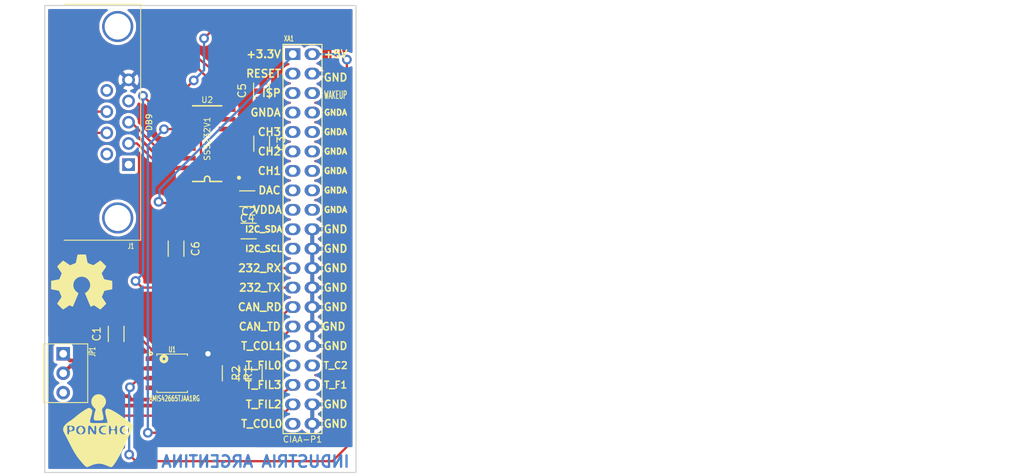
<source format=kicad_pcb>
(kicad_pcb (version 4) (host pcbnew 4.0.0-rc1-stable)

  (general
    (links 43)
    (no_connects 16)
    (area 136.195999 75.362999 176.986001 136.473001)
    (thickness 1.6)
    (drawings 43)
    (tracks 264)
    (zones 0)
    (modules 15)
    (nets 23)
  )

  (page A4)
  (title_block
    (title "Ejercicio 2")
    (rev "Rev 0.1")
    (company "Christian Mista UNER")
  )

  (layers
    (0 F.Cu signal)
    (31 B.Cu signal)
    (32 B.Adhes user)
    (34 B.Paste user)
    (35 F.Paste user)
    (36 B.SilkS user)
    (37 F.SilkS user)
    (38 B.Mask user)
    (39 F.Mask user)
    (40 Dwgs.User user)
    (41 Cmts.User user)
    (42 Eco1.User user)
    (43 Eco2.User user)
    (44 Edge.Cuts user)
    (45 Margin user)
    (46 B.CrtYd user)
    (47 F.CrtYd user)
    (48 B.Fab user)
    (49 F.Fab user)
  )

  (setup
    (last_trace_width 0.3)
    (trace_clearance 0.3)
    (zone_clearance 0.381)
    (zone_45_only no)
    (trace_min 0.3)
    (segment_width 0.2)
    (edge_width 0.15)
    (via_size 1.27)
    (via_drill 0.7)
    (via_min_size 1.27)
    (via_min_drill 0.7)
    (uvia_size 0.3)
    (uvia_drill 0.1)
    (uvias_allowed no)
    (uvia_min_size 0.2)
    (uvia_min_drill 0.1)
    (pcb_text_width 0.3)
    (pcb_text_size 1.5 1.5)
    (mod_edge_width 0.15)
    (mod_text_size 1 1)
    (mod_text_width 0.15)
    (pad_size 1.524 1.524)
    (pad_drill 0.762)
    (pad_to_mask_clearance 0.2)
    (aux_axis_origin 0 0)
    (visible_elements 7FFFFFFF)
    (pcbplotparams
      (layerselection 0x00030_80000001)
      (usegerberextensions false)
      (excludeedgelayer true)
      (linewidth 0.100000)
      (plotframeref false)
      (viasonmask false)
      (mode 1)
      (useauxorigin false)
      (hpglpennumber 1)
      (hpglpenspeed 20)
      (hpglpendiameter 15)
      (hpglpenoverlay 2)
      (psnegative false)
      (psa4output false)
      (plotreference true)
      (plotvalue true)
      (plotinvisibletext false)
      (padsonsilk false)
      (subtractmaskfromsilk false)
      (outputformat 1)
      (mirror false)
      (drillshape 1)
      (scaleselection 1)
      (outputdirectory ""))
  )

  (net 0 "")
  (net 1 GND)
  (net 2 +5V)
  (net 3 "Net-(C2-Pad1)")
  (net 4 "Net-(C3-Pad1)")
  (net 5 "Net-(C3-Pad2)")
  (net 6 "Net-(C4-Pad2)")
  (net 7 "Net-(C5-Pad2)")
  (net 8 +3.3V)
  (net 9 "Net-(J1-Pad2)")
  (net 10 "Net-(J1-Pad3)")
  (net 11 "Net-(J1-Pad7)")
  (net 12 "Net-(J1-Pad8)")
  (net 13 "Net-(R1-Pad2)")
  (net 14 /Conector/CAN_TX)
  (net 15 /Conector/CAN_RX)
  (net 16 /Conector/CTS)
  (net 17 /Conector/RXD)
  (net 18 /Conector/RTS)
  (net 19 /Conector/TXD)
  (net 20 "Net-(C2-Pad2)")
  (net 21 /Conector/CAN_P)
  (net 22 /Conector/CAN_N)

  (net_class Default "This is the default net class."
    (clearance 0.3)
    (trace_width 0.3)
    (via_dia 1.27)
    (via_drill 0.7)
    (uvia_dia 0.3)
    (uvia_drill 0.1)
    (add_net +3.3V)
    (add_net +5V)
    (add_net /Conector/CAN_N)
    (add_net /Conector/CAN_P)
    (add_net /Conector/CAN_RX)
    (add_net /Conector/CAN_TX)
    (add_net /Conector/CTS)
    (add_net /Conector/RTS)
    (add_net /Conector/RXD)
    (add_net /Conector/TXD)
    (add_net GND)
    (add_net "Net-(C2-Pad1)")
    (add_net "Net-(C2-Pad2)")
    (add_net "Net-(C3-Pad1)")
    (add_net "Net-(C3-Pad2)")
    (add_net "Net-(C4-Pad2)")
    (add_net "Net-(C5-Pad2)")
    (add_net "Net-(J1-Pad2)")
    (add_net "Net-(J1-Pad3)")
    (add_net "Net-(J1-Pad7)")
    (add_net "Net-(J1-Pad8)")
    (add_net "Net-(R1-Pad2)")
  )

  (net_class 12MILS ""
    (clearance 0.3)
    (trace_width 0.3)
    (via_dia 1.27)
    (via_drill 0.7)
    (uvia_dia 0.3)
    (uvia_drill 0.1)
  )

  (module ej2:DB9_F_TH (layer F.Cu) (tedit 565607B0) (tstamp 565E0066)
    (at 145.796 90.678 90)
    (path /565DDBDC/565E3F92)
    (fp_text reference J1 (at -16.165 1.735 180) (layer F.SilkS)
      (effects (font (size 0.7112 0.4572) (thickness 0.1143)))
    )
    (fp_text value DB9 (at 0 4.1 90) (layer F.SilkS)
      (effects (font (size 0.762 0.762) (thickness 0.127)))
    )
    (fp_line (start 15.4 3) (end 15.4 -7) (layer F.SilkS) (width 0.127))
    (fp_line (start 15.4 -9.5) (end 15.4 -7) (layer Dwgs.User) (width 0.127))
    (fp_line (start -15.4 3) (end -15.4 -7) (layer F.SilkS) (width 0.127))
    (fp_line (start -15.4 -9.5) (end -15.4 -7) (layer Dwgs.User) (width 0.127))
    (fp_line (start -15.4 -9.1) (end 15.4 -9.1) (layer Dwgs.User) (width 0.127))
    (fp_arc (start -14.2 -14.3) (end -14.2 -14.5) (angle 90) (layer Dwgs.User) (width 0.127))
    (fp_arc (start -13.8 -14.3) (end -14 -14.3) (angle 90) (layer Dwgs.User) (width 0.127))
    (fp_arc (start -10.8 -14.3) (end -11 -14.3) (angle 90) (layer Dwgs.User) (width 0.127))
    (fp_arc (start -11.2 -14.3) (end -11.2 -14.5) (angle 90) (layer Dwgs.User) (width 0.127))
    (fp_arc (start 11.2 -14.3) (end 11 -14.3) (angle 90) (layer Dwgs.User) (width 0.127))
    (fp_arc (start 10.8 -14.3) (end 10.8 -14.5) (angle 90) (layer Dwgs.User) (width 0.127))
    (fp_arc (start 14.2 -14.3) (end 14 -14.3) (angle 90) (layer Dwgs.User) (width 0.127))
    (fp_arc (start 13.8 -14.3) (end 13.8 -14.5) (angle 90) (layer Dwgs.User) (width 0.127))
    (fp_line (start 10 -14.1) (end 10 -9.5) (layer Dwgs.User) (width 0.127))
    (fp_line (start 15 -14.1) (end 15 -9.5) (layer Dwgs.User) (width 0.127))
    (fp_line (start 10.4 -14.5) (end 14.6 -14.5) (layer Dwgs.User) (width 0.127))
    (fp_line (start -15 -14.1) (end -15 -9.5) (layer Dwgs.User) (width 0.127))
    (fp_line (start -10 -14.1) (end -10 -9.5) (layer Dwgs.User) (width 0.127))
    (fp_line (start -14.6 -14.5) (end -10.4 -14.5) (layer Dwgs.User) (width 0.127))
    (fp_arc (start -14.6 -14.1) (end -15 -14.1) (angle 90) (layer Dwgs.User) (width 0.127))
    (fp_arc (start -10.4 -14.1) (end -10.4 -14.5) (angle 90) (layer Dwgs.User) (width 0.127))
    (fp_arc (start 10.4 -14.1) (end 10 -14.1) (angle 90) (layer Dwgs.User) (width 0.127))
    (fp_arc (start 14.6 -14.1) (end 14.6 -14.5) (angle 90) (layer Dwgs.User) (width 0.127))
    (fp_line (start 14 -14.5) (end 14 -9.5) (layer Dwgs.User) (width 0.127))
    (fp_line (start 11 -14.5) (end 11 -9.5) (layer Dwgs.User) (width 0.127))
    (fp_line (start -11 -14.5) (end -11 -9.5) (layer Dwgs.User) (width 0.127))
    (fp_line (start -14 -14.5) (end -14 -9.5) (layer Dwgs.User) (width 0.127))
    (fp_line (start 7.8 -15.3) (end -7.8 -15.3) (layer Dwgs.User) (width 0.127))
    (fp_line (start 8.2 -14.9) (end 8.2 -9.5) (layer Dwgs.User) (width 0.127))
    (fp_line (start -8.2 -14.9) (end -8.2 -9.5) (layer Dwgs.User) (width 0.127))
    (fp_arc (start -7.8 -14.9) (end -8.2 -14.9) (angle 90) (layer Dwgs.User) (width 0.127))
    (fp_arc (start 7.8 -14.9) (end 7.8 -15.3) (angle 90) (layer Dwgs.User) (width 0.127))
    (fp_line (start 15.4 3) (end -15.4 3) (layer F.SilkS) (width 0.127))
    (fp_line (start -15.4 -9.5) (end 15.4 -9.5) (layer Dwgs.User) (width 0.127))
    (pad 1 thru_hole rect (at -5.5372 1.4224 90) (size 1.651 1.651) (drill 1.016) (layers *.Cu *.Mask))
    (pad 2 thru_hole circle (at -2.7686 1.4224 90) (size 1.651 1.651) (drill 1.016) (layers *.Cu *.Mask)
      (net 9 "Net-(J1-Pad2)"))
    (pad 3 thru_hole circle (at 0 1.4224 90) (size 1.651 1.651) (drill 1.016) (layers *.Cu *.Mask)
      (net 10 "Net-(J1-Pad3)"))
    (pad 4 thru_hole circle (at 2.7686 1.4224 90) (size 1.651 1.651) (drill 1.016) (layers *.Cu *.Mask))
    (pad 5 thru_hole circle (at 5.5372 1.4224 90) (size 1.651 1.651) (drill 1.016) (layers *.Cu *.Mask)
      (net 1 GND))
    (pad 6 thru_hole circle (at -4.1529 -1.4224 90) (size 1.651 1.651) (drill 1.016) (layers *.Cu *.Mask))
    (pad 7 thru_hole circle (at -1.3843 -1.4224 90) (size 1.651 1.651) (drill 1.016) (layers *.Cu *.Mask)
      (net 11 "Net-(J1-Pad7)"))
    (pad 8 thru_hole circle (at 1.3843 -1.4224 90) (size 1.651 1.651) (drill 1.016) (layers *.Cu *.Mask)
      (net 12 "Net-(J1-Pad8)"))
    (pad 9 thru_hole circle (at 4.1529 -1.4224 90) (size 1.651 1.651) (drill 1.016) (layers *.Cu *.Mask))
    (pad 10 thru_hole circle (at -12.4968 0 90) (size 4.064 4.064) (drill 3.4) (layers *.Cu *.Mask))
    (pad 11 thru_hole circle (at 12.4968 0 90) (size 4.064 4.064) (drill 3.4) (layers *.Cu *.Mask))
    (model ${KIPRJMOD}/ej2.3dshapes/db_9f.wrl
      (at (xyz 0 0.31 0))
      (scale (xyz 1 1.1 1))
      (rotate (xyz 0 0 180))
    )
  )

  (module ej2:CON_PALETA_3 (layer F.Cu) (tedit 55918D28) (tstamp 565E006D)
    (at 138.684 123.444 270)
    (path /565DDB88/565E0B3C)
    (fp_text reference JP1 (at -2.8 -3.8 270) (layer F.SilkS)
      (effects (font (size 0.762 0.4572) (thickness 0.127)))
    )
    (fp_text value CONN_3 (at 0 3.3 270) (layer F.Fab)
      (effects (font (size 0.762 0.4572) (thickness 0.127)))
    )
    (fp_line (start 3.83 -3.2) (end 3.83 2.6) (layer F.SilkS) (width 0.127))
    (fp_line (start -3.83 -3.2) (end 3.83 -3.2) (layer F.SilkS) (width 0.127))
    (fp_line (start -3.83 2.6) (end -3.83 -3.2) (layer F.SilkS) (width 0.127))
    (fp_line (start 3.83 2.6) (end -3.83 2.6) (layer F.SilkS) (width 0.127))
    (fp_line (start 3.83 2) (end -3.83 2) (layer F.SilkS) (width 0.127))
    (pad 1 thru_hole rect (at -2.54 0 270) (size 1.778 1.778) (drill 1) (layers *.Cu *.Mask)
      (net 21 /Conector/CAN_P))
    (pad 2 thru_hole circle (at 0 0 270) (size 1.778 1.778) (drill 1) (layers *.Cu *.Mask)
      (net 22 /Conector/CAN_N))
    (pad 3 thru_hole circle (at 2.54 0 270) (size 1.778 1.778) (drill 1) (layers *.Cu *.Mask))
    (model ${KIPRJMOD}/ej2.3dshapes/CON_PALETA_3.wrl
      (at (xyz 0 0.012 0))
      (scale (xyz 0.395 0.395 0.395))
      (rotate (xyz 0 0 180))
    )
  )

  (module ej2:R_1206_HandSoldering (layer F.Cu) (tedit 5418A20D) (tstamp 565E0073)
    (at 160.528 123.444 270)
    (descr "Resistor SMD 1206, hand soldering")
    (tags "resistor 1206")
    (path /565DDB88/565E0170)
    (attr smd)
    (fp_text reference R1 (at 0 -2.3 270) (layer F.SilkS)
      (effects (font (size 1 1) (thickness 0.15)))
    )
    (fp_text value 60 (at 0 2.3 270) (layer F.Fab)
      (effects (font (size 1 1) (thickness 0.15)))
    )
    (fp_line (start -3.3 -1.2) (end 3.3 -1.2) (layer F.CrtYd) (width 0.05))
    (fp_line (start -3.3 1.2) (end 3.3 1.2) (layer F.CrtYd) (width 0.05))
    (fp_line (start -3.3 -1.2) (end -3.3 1.2) (layer F.CrtYd) (width 0.05))
    (fp_line (start 3.3 -1.2) (end 3.3 1.2) (layer F.CrtYd) (width 0.05))
    (fp_line (start 1 1.075) (end -1 1.075) (layer F.SilkS) (width 0.15))
    (fp_line (start -1 -1.075) (end 1 -1.075) (layer F.SilkS) (width 0.15))
    (pad 1 smd rect (at -2 0 270) (size 2 1.7) (layers F.Cu F.Paste F.Mask)
      (net 21 /Conector/CAN_P))
    (pad 2 smd rect (at 2 0 270) (size 2 1.7) (layers F.Cu F.Paste F.Mask)
      (net 13 "Net-(R1-Pad2)"))
    (model ${KIPRJMOD}/ej2.3dshapes/R_1206_HandSoldering.wrl
      (at (xyz 0 0 0))
      (scale (xyz 1 1 1))
      (rotate (xyz 0 0 0))
    )
  )

  (module ej2:R_1206_HandSoldering (layer F.Cu) (tedit 5418A20D) (tstamp 565E0079)
    (at 163.576 123.444 90)
    (descr "Resistor SMD 1206, hand soldering")
    (tags "resistor 1206")
    (path /565DDB88/565E01B4)
    (attr smd)
    (fp_text reference R2 (at 0 -2.3 90) (layer F.SilkS)
      (effects (font (size 1 1) (thickness 0.15)))
    )
    (fp_text value 60 (at 0 2.3 90) (layer F.Fab)
      (effects (font (size 1 1) (thickness 0.15)))
    )
    (fp_line (start -3.3 -1.2) (end 3.3 -1.2) (layer F.CrtYd) (width 0.05))
    (fp_line (start -3.3 1.2) (end 3.3 1.2) (layer F.CrtYd) (width 0.05))
    (fp_line (start -3.3 -1.2) (end -3.3 1.2) (layer F.CrtYd) (width 0.05))
    (fp_line (start 3.3 -1.2) (end 3.3 1.2) (layer F.CrtYd) (width 0.05))
    (fp_line (start 1 1.075) (end -1 1.075) (layer F.SilkS) (width 0.15))
    (fp_line (start -1 -1.075) (end 1 -1.075) (layer F.SilkS) (width 0.15))
    (pad 1 smd rect (at -2 0 90) (size 2 1.7) (layers F.Cu F.Paste F.Mask)
      (net 13 "Net-(R1-Pad2)"))
    (pad 2 smd rect (at 2 0 90) (size 2 1.7) (layers F.Cu F.Paste F.Mask)
      (net 22 /Conector/CAN_N))
    (model ${KIPRJMOD}/ej2.3dshapes/R_1206_HandSoldering.wrl
      (at (xyz 0 0 0))
      (scale (xyz 1 1 1))
      (rotate (xyz 0 0 0))
    )
  )

  (module ej2:SOIC-8 (layer F.Cu) (tedit 53B412FC) (tstamp 565E0085)
    (at 152.908 123.444)
    (descr SO-8)
    (path /565DDB88/565DFFEB)
    (fp_text reference U1 (at 0 -3.1) (layer F.SilkS)
      (effects (font (size 0.7112 0.4572) (thickness 0.1143)))
    )
    (fp_text value AMIS42665TJAA1RG (at 0.3 3.3) (layer F.SilkS)
      (effects (font (size 0.7112 0.4572) (thickness 0.1143)))
    )
    (fp_line (start -2 -2.5) (end -2 -2.3) (layer F.SilkS) (width 0.127))
    (fp_line (start -2 2.5) (end -2 2.3) (layer F.SilkS) (width 0.127))
    (fp_line (start 2 2.5) (end 2 2.3) (layer F.SilkS) (width 0.127))
    (fp_line (start 2 -2.5) (end 2 -2.3) (layer F.SilkS) (width 0.127))
    (fp_circle (center -2.7746 -2.5764) (end -2.8 -2.5) (layer F.SilkS) (width 0.2032))
    (fp_line (start 2 -2.5) (end -2 -2.5) (layer F.SilkS) (width 0.127))
    (fp_line (start -2 2.5) (end 2 2.5) (layer F.SilkS) (width 0.127))
    (fp_circle (center -1.0746 -1.8764) (end -1.1 -1.7) (layer F.SilkS) (width 0.4))
    (pad 1 smd rect (at -2.7 -1.905 270) (size 0.6 1.52) (layers F.Cu F.Paste F.Mask)
      (net 14 /Conector/CAN_TX))
    (pad 2 smd rect (at -2.7 -0.635 270) (size 0.6 1.52) (layers F.Cu F.Paste F.Mask)
      (net 1 GND))
    (pad 3 smd rect (at -2.7 0.635 270) (size 0.6 1.52) (layers F.Cu F.Paste F.Mask)
      (net 2 +5V))
    (pad 4 smd rect (at -2.7 1.905 270) (size 0.6 1.52) (layers F.Cu F.Paste F.Mask)
      (net 15 /Conector/CAN_RX))
    (pad 5 smd rect (at 2.7 1.905 270) (size 0.6 1.52) (layers F.Cu F.Paste F.Mask)
      (net 13 "Net-(R1-Pad2)"))
    (pad 6 smd rect (at 2.7 0.635 270) (size 0.6 1.52) (layers F.Cu F.Paste F.Mask)
      (net 22 /Conector/CAN_N))
    (pad 7 smd rect (at 2.7 -0.635 270) (size 0.6 1.52) (layers F.Cu F.Paste F.Mask)
      (net 21 /Conector/CAN_P))
    (pad 8 smd rect (at 2.7 -1.905 270) (size 0.6 1.52) (layers F.Cu F.Paste F.Mask)
      (net 1 GND))
    (model ${KIPRJMOD}/ej2.3dshapes/so-8.wrl
      (at (xyz 0 0 0))
      (scale (xyz 1 1 1))
      (rotate (xyz 0 0 90))
    )
  )

  (module ej2:SP3232ECN-SOIC16N (layer F.Cu) (tedit 5656340C) (tstamp 565E0099)
    (at 157.48 93.472 90)
    (descr "SMALL OUTLINE INTEGRATED CIRCUIT")
    (tags "SMALL OUTLINE INTEGRATED CIRCUIT")
    (path /565DDBDC/565E78CC)
    (attr smd)
    (fp_text reference U2 (at 5.715 0 180) (layer F.SilkS)
      (effects (font (size 0.762 0.762) (thickness 0.1143)))
    )
    (fp_text value SSS232V1 (at 0.635 0 90) (layer F.SilkS)
      (effects (font (size 0.762 0.762) (thickness 0.1143)))
    )
    (fp_line (start -4.6 0.35) (end -4.9 0.35) (layer F.SilkS) (width 0.2032))
    (fp_line (start -4.6 -0.35) (end -4.9 -0.35) (layer F.SilkS) (width 0.2032))
    (fp_arc (start -4.6 0) (end -4.6 -0.35) (angle 180) (layer F.SilkS) (width 0.2032))
    (fp_circle (center -4.45 4.15) (end -4.35 4.05) (layer F.SilkS) (width 0.254))
    (fp_line (start -4.93776 1.89992) (end -4.93776 0.35) (layer F.SilkS) (width 0.2032))
    (fp_line (start -4.93776 -0.35) (end -4.93776 -1.89992) (layer F.SilkS) (width 0.2032))
    (fp_line (start 4.93776 -1.89992) (end 4.93776 1.39954) (layer F.SilkS) (width 0.2032))
    (fp_line (start 4.93776 1.39954) (end 4.93776 1.89992) (layer F.SilkS) (width 0.2032))
    (pad 1 smd rect (at -4.445 2.59842 90) (size 0.59944 2.19964) (layers F.Cu F.Paste F.Mask)
      (net 3 "Net-(C2-Pad1)"))
    (pad 2 smd rect (at -3.175 2.59842 90) (size 0.59944 2.19964) (layers F.Cu F.Paste F.Mask)
      (net 6 "Net-(C4-Pad2)"))
    (pad 3 smd rect (at -1.905 2.59842 90) (size 0.59944 2.19964) (layers F.Cu F.Paste F.Mask)
      (net 20 "Net-(C2-Pad2)"))
    (pad 4 smd rect (at -0.635 2.59842 90) (size 0.59944 2.19964) (layers F.Cu F.Paste F.Mask)
      (net 4 "Net-(C3-Pad1)"))
    (pad 5 smd rect (at 0.635 2.59842 90) (size 0.59944 2.19964) (layers F.Cu F.Paste F.Mask)
      (net 5 "Net-(C3-Pad2)"))
    (pad 6 smd rect (at 1.905 2.59842 90) (size 0.59944 2.19964) (layers F.Cu F.Paste F.Mask)
      (net 7 "Net-(C5-Pad2)"))
    (pad 7 smd rect (at 3.175 2.59842 90) (size 0.59944 2.19964) (layers F.Cu F.Paste F.Mask)
      (net 12 "Net-(J1-Pad8)"))
    (pad 8 smd rect (at 4.445 2.59842 90) (size 0.59944 2.19964) (layers F.Cu F.Paste F.Mask)
      (net 11 "Net-(J1-Pad7)"))
    (pad 9 smd rect (at 4.445 -2.59842 90) (size 0.59944 2.19964) (layers F.Cu F.Paste F.Mask)
      (net 16 /Conector/CTS))
    (pad 10 smd rect (at 3.175 -2.59842 90) (size 0.59944 2.19964) (layers F.Cu F.Paste F.Mask)
      (net 17 /Conector/RXD))
    (pad 11 smd rect (at 1.905 -2.59842 90) (size 0.59944 2.19964) (layers F.Cu F.Paste F.Mask)
      (net 18 /Conector/RTS))
    (pad 12 smd rect (at 0.635 -2.59842 90) (size 0.59944 2.19964) (layers F.Cu F.Paste F.Mask)
      (net 19 /Conector/TXD))
    (pad 13 smd rect (at -0.635 -2.59842 90) (size 0.59944 2.19964) (layers F.Cu F.Paste F.Mask)
      (net 10 "Net-(J1-Pad3)"))
    (pad 14 smd rect (at -1.905 -2.59842 90) (size 0.59944 2.19964) (layers F.Cu F.Paste F.Mask)
      (net 9 "Net-(J1-Pad2)"))
    (pad 15 smd rect (at -3.175 -2.59842 90) (size 0.59944 2.19964) (layers F.Cu F.Paste F.Mask)
      (net 1 GND))
    (pad 16 smd rect (at -4.445 -2.59842 90) (size 0.59944 2.19964) (layers F.Cu F.Paste F.Mask)
      (net 8 +3.3V))
    (model ${KIPRJMOD}/ej2.3dshapes/so-16.wrl
      (at (xyz 0 0 0))
      (scale (xyz 1 1 1))
      (rotate (xyz 0 0 0))
    )
  )

  (module ej2:Conn_Poncho_Derecha (layer F.Cu) (tedit 565779F5) (tstamp 565E00C5)
    (at 168.656 81.788)
    (tags "CONN Poncho")
    (path /565DDB88/565DF5C1)
    (fp_text reference XA1 (at -0.508 -2.032) (layer F.SilkS)
      (effects (font (size 0.7112 0.4572) (thickness 0.1143)))
    )
    (fp_text value Conn_Poncho2P_2x_20x2 (at -1.905 51.181) (layer F.SilkS) hide
      (effects (font (size 0.7112 0.4572) (thickness 0.1143)))
    )
    (fp_text user GND (at 5.588 48.26) (layer F.SilkS)
      (effects (font (size 1 1) (thickness 0.2)))
    )
    (fp_text user GND (at 5.588 45.72) (layer F.SilkS)
      (effects (font (size 1 1) (thickness 0.2)))
    )
    (fp_text user T_F1 (at 5.588 43.18) (layer F.SilkS)
      (effects (font (size 0.9 0.9) (thickness 0.18)))
    )
    (fp_text user T_C2 (at 5.588 40.64) (layer F.SilkS)
      (effects (font (size 0.9 0.9) (thickness 0.18)))
    )
    (fp_text user GND (at 5.588 38.1) (layer F.SilkS)
      (effects (font (size 1 1) (thickness 0.2)))
    )
    (fp_text user GND (at 5.334 35.56) (layer F.SilkS)
      (effects (font (size 1 1) (thickness 0.2)))
    )
    (fp_text user GND (at 5.588 33.02) (layer F.SilkS)
      (effects (font (size 1 1) (thickness 0.2)))
    )
    (fp_text user GND (at 5.588 30.48) (layer F.SilkS)
      (effects (font (size 1 1) (thickness 0.2)))
    )
    (fp_text user GND (at 5.588 27.94) (layer F.SilkS)
      (effects (font (size 1 1) (thickness 0.2)))
    )
    (fp_text user GND (at 5.588 25.4) (layer F.SilkS)
      (effects (font (size 1 1) (thickness 0.2)))
    )
    (fp_text user GND (at 5.588 22.86) (layer F.SilkS)
      (effects (font (size 1 1) (thickness 0.2)))
    )
    (fp_text user GNDA (at 5.588 20.32) (layer F.SilkS)
      (effects (font (size 0.76 0.76) (thickness 0.19)))
    )
    (fp_text user GNDA (at 5.588 17.78) (layer F.SilkS)
      (effects (font (size 0.76 0.76) (thickness 0.19)))
    )
    (fp_text user GNDA (at 5.588 15.24) (layer F.SilkS)
      (effects (font (size 0.76 0.76) (thickness 0.19)))
    )
    (fp_text user GNDA (at 5.588 12.7) (layer F.SilkS)
      (effects (font (size 0.76 0.76) (thickness 0.19)))
    )
    (fp_text user GNDA (at 5.588 10.16) (layer F.SilkS)
      (effects (font (size 0.76 0.76) (thickness 0.19)))
    )
    (fp_text user GNDA (at 5.588 7.62) (layer F.SilkS)
      (effects (font (size 0.76 0.76) (thickness 0.19)))
    )
    (fp_text user WAKEUP (at 5.588 5.334) (layer F.SilkS)
      (effects (font (size 1 0.5) (thickness 0.125)))
    )
    (fp_text user GND (at 5.588 3.048) (layer F.SilkS)
      (effects (font (size 1 1) (thickness 0.2)))
    )
    (fp_text user +5V (at 5.588 0) (layer F.SilkS)
      (effects (font (size 1 1) (thickness 0.2)))
    )
    (fp_text user T_COL0 (at -4.064 48.26) (layer F.SilkS)
      (effects (font (size 1 1) (thickness 0.2)))
    )
    (fp_text user T_FIL2 (at -3.81 45.72) (layer F.SilkS)
      (effects (font (size 1 1) (thickness 0.2)))
    )
    (fp_text user T_FIL3 (at -3.81 43.18) (layer F.SilkS)
      (effects (font (size 1 1) (thickness 0.2)))
    )
    (fp_text user T_FIL0 (at -3.81 40.64) (layer F.SilkS)
      (effects (font (size 1 1) (thickness 0.2)))
    )
    (fp_text user T_COL1 (at -4.064 38.1) (layer F.SilkS)
      (effects (font (size 1 1) (thickness 0.2)))
    )
    (fp_text user CAN_TD (at -4.318 35.56) (layer F.SilkS)
      (effects (font (size 1 1) (thickness 0.2)))
    )
    (fp_text user CAN_RD (at -4.318 33.02) (layer F.SilkS)
      (effects (font (size 1 1) (thickness 0.2)))
    )
    (fp_text user 232_TX (at -4.318 30.48) (layer F.SilkS)
      (effects (font (size 1 1) (thickness 0.2)))
    )
    (fp_text user 232_RX (at -4.318 27.94) (layer F.SilkS)
      (effects (font (size 1 1) (thickness 0.2)))
    )
    (fp_text user I2C_SCL (at -3.81 25.4) (layer F.SilkS)
      (effects (font (size 0.8 0.8) (thickness 0.2)))
    )
    (fp_text user I2C_SDA (at -3.81 22.86) (layer F.SilkS)
      (effects (font (size 0.8 0.8) (thickness 0.2)))
    )
    (fp_text user VDDA (at -3.302 20.32) (layer F.SilkS)
      (effects (font (size 1 1) (thickness 0.2)))
    )
    (fp_text user DAC (at -3.048 17.78) (layer F.SilkS)
      (effects (font (size 1 1) (thickness 0.2)))
    )
    (fp_text user CH1 (at -3.048 15.24) (layer F.SilkS)
      (effects (font (size 1 1) (thickness 0.2)))
    )
    (fp_text user CH2 (at -3.048 12.7) (layer F.SilkS)
      (effects (font (size 1 1) (thickness 0.2)))
    )
    (fp_text user CH3 (at -3.048 10.16) (layer F.SilkS)
      (effects (font (size 1 1) (thickness 0.2)))
    )
    (fp_text user GNDA (at -3.556 7.62) (layer F.SilkS)
      (effects (font (size 1 1) (thickness 0.2)))
    )
    (fp_text user ISP (at -2.794 5.08) (layer F.SilkS)
      (effects (font (size 1 1) (thickness 0.2)))
    )
    (fp_text user RESET (at -3.81 2.54) (layer F.SilkS)
      (effects (font (size 1 1) (thickness 0.2)))
    )
    (fp_text user CIAA-P1 (at 1.27 50.292) (layer F.SilkS)
      (effects (font (size 0.8 0.8) (thickness 0.12)))
    )
    (fp_text user +3.3V (at -3.81 0) (layer F.SilkS)
      (effects (font (size 1 1) (thickness 0.2)))
    )
    (fp_line (start -1.27 49.53) (end -1.27 -1.27) (layer F.SilkS) (width 0.15))
    (fp_line (start 3.81 49.53) (end 3.81 -1.27) (layer F.SilkS) (width 0.15))
    (fp_line (start 3.81 49.53) (end -1.27 49.53) (layer F.SilkS) (width 0.15))
    (fp_line (start 3.81 -1.27) (end -1.27 -1.27) (layer F.SilkS) (width 0.15))
    (pad 1 thru_hole rect (at 0 0 270) (size 1.524 2) (drill 1.016) (layers *.Cu *.Mask)
      (net 8 +3.3V))
    (pad 2 thru_hole oval (at 2.54 0 270) (size 1.524 2) (drill 1.016) (layers *.Cu *.Mask)
      (net 2 +5V))
    (pad 11 thru_hole oval (at 0 12.7 270) (size 1.524 2) (drill 1.016) (layers *.Cu *.Mask))
    (pad 4 thru_hole oval (at 2.54 2.54 270) (size 1.524 2) (drill 1.016) (layers *.Cu *.Mask)
      (net 1 GND))
    (pad 13 thru_hole oval (at 0 15.24 270) (size 1.524 2) (drill 1.016) (layers *.Cu *.Mask))
    (pad 6 thru_hole oval (at 2.54 5.08 270) (size 1.524 2) (drill 1.016) (layers *.Cu *.Mask))
    (pad 15 thru_hole oval (at 0 17.78 270) (size 1.524 2) (drill 1.016) (layers *.Cu *.Mask))
    (pad 8 thru_hole oval (at 2.54 7.62 270) (size 1.524 2) (drill 1.016) (layers *.Cu *.Mask))
    (pad 17 thru_hole oval (at 0 20.32 270) (size 1.524 2) (drill 1.016) (layers *.Cu *.Mask))
    (pad 10 thru_hole oval (at 2.54 10.16 270) (size 1.524 2) (drill 1.016) (layers *.Cu *.Mask))
    (pad 19 thru_hole oval (at 0 22.86 270) (size 1.524 2) (drill 1.016) (layers *.Cu *.Mask))
    (pad 12 thru_hole oval (at 2.54 12.7 270) (size 1.524 2) (drill 1.016) (layers *.Cu *.Mask))
    (pad 21 thru_hole oval (at 0 25.4 270) (size 1.524 2) (drill 1.016) (layers *.Cu *.Mask))
    (pad 14 thru_hole oval (at 2.54 15.24 270) (size 1.524 2) (drill 1.016) (layers *.Cu *.Mask))
    (pad 23 thru_hole oval (at 0 27.94 270) (size 1.524 2) (drill 1.016) (layers *.Cu *.Mask)
      (net 19 /Conector/TXD))
    (pad 16 thru_hole oval (at 2.54 17.78 270) (size 1.524 2) (drill 1.016) (layers *.Cu *.Mask))
    (pad 25 thru_hole oval (at 0 30.48 270) (size 1.524 2) (drill 1.016) (layers *.Cu *.Mask)
      (net 17 /Conector/RXD))
    (pad 18 thru_hole oval (at 2.54 20.32 270) (size 1.524 2) (drill 1.016) (layers *.Cu *.Mask))
    (pad 27 thru_hole oval (at 0 33.02 270) (size 1.524 2) (drill 1.016) (layers *.Cu *.Mask)
      (net 15 /Conector/CAN_RX))
    (pad 20 thru_hole oval (at 2.54 22.86 270) (size 1.524 2) (drill 1.016) (layers *.Cu *.Mask)
      (net 1 GND))
    (pad 29 thru_hole oval (at 0 35.56 270) (size 1.524 2) (drill 1.016) (layers *.Cu *.Mask)
      (net 14 /Conector/CAN_TX))
    (pad 22 thru_hole oval (at 2.54 25.4 270) (size 1.524 2) (drill 1.016) (layers *.Cu *.Mask)
      (net 1 GND))
    (pad 31 thru_hole oval (at 0 38.1 270) (size 1.524 2) (drill 1.016) (layers *.Cu *.Mask))
    (pad 24 thru_hole oval (at 2.54 27.94 270) (size 1.524 2) (drill 1.016) (layers *.Cu *.Mask)
      (net 1 GND))
    (pad 26 thru_hole oval (at 2.54 30.48 270) (size 1.524 2) (drill 1.016) (layers *.Cu *.Mask)
      (net 1 GND))
    (pad 33 thru_hole oval (at 0 40.64 270) (size 1.524 2) (drill 1.016) (layers *.Cu *.Mask))
    (pad 28 thru_hole oval (at 2.54 33.02 270) (size 1.524 2) (drill 1.016) (layers *.Cu *.Mask)
      (net 1 GND))
    (pad 32 thru_hole oval (at 2.54 38.1 270) (size 1.524 2) (drill 1.016) (layers *.Cu *.Mask)
      (net 1 GND))
    (pad 34 thru_hole oval (at 2.54 40.64 270) (size 1.524 2) (drill 1.016) (layers *.Cu *.Mask))
    (pad 36 thru_hole oval (at 2.54 43.18 270) (size 1.524 2) (drill 1.016) (layers *.Cu *.Mask))
    (pad 38 thru_hole oval (at 2.54 45.72 270) (size 1.524 2) (drill 1.016) (layers *.Cu *.Mask)
      (net 1 GND))
    (pad 35 thru_hole oval (at 0 43.18 270) (size 1.524 2) (drill 1.016) (layers *.Cu *.Mask)
      (net 18 /Conector/RTS))
    (pad 37 thru_hole oval (at 0 45.72 270) (size 1.524 2) (drill 1.016) (layers *.Cu *.Mask)
      (net 16 /Conector/CTS))
    (pad 3 thru_hole oval (at 0 2.54 270) (size 1.524 2) (drill 1.016) (layers *.Cu *.Mask))
    (pad 5 thru_hole oval (at 0 5.08 270) (size 1.524 2) (drill 1.016) (layers *.Cu *.Mask))
    (pad 7 thru_hole oval (at 0 7.62 270) (size 1.524 2) (drill 1.016) (layers *.Cu *.Mask))
    (pad 9 thru_hole oval (at 0 10.16 270) (size 1.524 2) (drill 1.016) (layers *.Cu *.Mask))
    (pad 39 thru_hole oval (at 0 48.26 270) (size 1.524 2) (drill 1.016) (layers *.Cu *.Mask))
    (pad 40 thru_hole oval (at 2.54 48.26 270) (size 1.524 2) (drill 1.016) (layers *.Cu *.Mask)
      (net 1 GND))
    (pad 30 thru_hole oval (at 2.54 35.56 270) (size 1.524 2) (drill 1.016) (layers *.Cu *.Mask)
      (net 1 GND))
    (model ${KIPRJMOD}/ej2.3dshapes/pin_strip_20x2.wrl
      (at (xyz 0.05 -0.95 -0.063))
      (scale (xyz 1 1 1))
      (rotate (xyz 180 0 90))
    )
  )

  (module ej2:C_1206_HandSoldering (layer F.Cu) (tedit 565E0A4F) (tstamp 565E0C12)
    (at 145.5928 118.3132 270)
    (path /565DDB88/565E04AF)
    (fp_text reference C1 (at 0 2.54 270) (layer F.SilkS)
      (effects (font (size 1 1) (thickness 0.15)))
    )
    (fp_text value "100 nF" (at 0 -2.54 270) (layer F.Fab)
      (effects (font (size 1 1) (thickness 0.15)))
    )
    (fp_line (start -1 1.025) (end 1 1.025) (layer F.SilkS) (width 0.15))
    (fp_line (start 1 -1.025) (end -1 -1.025) (layer F.SilkS) (width 0.15))
    (fp_line (start -3.3 1.15) (end -3.3 -1.15) (layer F.CrtYd) (width 0.05))
    (fp_line (start 3.3 1.15) (end 3.3 -1.15) (layer F.CrtYd) (width 0.05))
    (fp_line (start -3.3 -1.15) (end 3.3 -1.15) (layer F.CrtYd) (width 0.05))
    (fp_line (start -3.3 1.15) (end 3.3 1.15) (layer F.CrtYd) (width 0.05))
    (pad 1 smd rect (at -1.8 0 270) (size 2 1.5) (layers F.Cu F.Paste F.Mask)
      (net 1 GND))
    (pad 2 smd rect (at 1.8 0 270) (size 2 1.5) (layers F.Cu F.Paste F.Mask)
      (net 2 +5V))
    (model ${KIPRJMOD}/ej2.3dshapes/C_1206_HandSoldering.wrl
      (at (xyz 0 0 0))
      (scale (xyz 1 1 1))
      (rotate (xyz 0 0 0))
    )
  )

  (module ej2:C_1206_HandSoldering (layer F.Cu) (tedit 565E0A4F) (tstamp 565E0C28)
    (at 164.592 93.472 90)
    (path /565DDBDC/565E1F21)
    (fp_text reference C3 (at 0 2.54 90) (layer F.SilkS)
      (effects (font (size 1 1) (thickness 0.15)))
    )
    (fp_text value "100 nF" (at 0 -2.54 90) (layer F.Fab)
      (effects (font (size 1 1) (thickness 0.15)))
    )
    (fp_line (start -1 1.025) (end 1 1.025) (layer F.SilkS) (width 0.15))
    (fp_line (start 1 -1.025) (end -1 -1.025) (layer F.SilkS) (width 0.15))
    (fp_line (start -3.3 1.15) (end -3.3 -1.15) (layer F.CrtYd) (width 0.05))
    (fp_line (start 3.3 1.15) (end 3.3 -1.15) (layer F.CrtYd) (width 0.05))
    (fp_line (start -3.3 -1.15) (end 3.3 -1.15) (layer F.CrtYd) (width 0.05))
    (fp_line (start -3.3 1.15) (end 3.3 1.15) (layer F.CrtYd) (width 0.05))
    (pad 1 smd rect (at -1.8 0 90) (size 2 1.5) (layers F.Cu F.Paste F.Mask)
      (net 4 "Net-(C3-Pad1)"))
    (pad 2 smd rect (at 1.8 0 90) (size 2 1.5) (layers F.Cu F.Paste F.Mask)
      (net 5 "Net-(C3-Pad2)"))
    (model ${KIPRJMOD}/ej2.3dshapes/C_1206_HandSoldering.wrl
      (at (xyz 0 0 0))
      (scale (xyz 1 1 1))
      (rotate (xyz 0 0 0))
    )
  )

  (module ej2:C_1206_HandSoldering (layer F.Cu) (tedit 565E0A4F) (tstamp 565E0C33)
    (at 162.7124 100.6602)
    (path /565DDBDC/565E1F8D)
    (fp_text reference C4 (at 0 2.54) (layer F.SilkS)
      (effects (font (size 1 1) (thickness 0.15)))
    )
    (fp_text value "100 nF" (at 0 -2.54) (layer F.Fab)
      (effects (font (size 1 1) (thickness 0.15)))
    )
    (fp_line (start -1 1.025) (end 1 1.025) (layer F.SilkS) (width 0.15))
    (fp_line (start 1 -1.025) (end -1 -1.025) (layer F.SilkS) (width 0.15))
    (fp_line (start -3.3 1.15) (end -3.3 -1.15) (layer F.CrtYd) (width 0.05))
    (fp_line (start 3.3 1.15) (end 3.3 -1.15) (layer F.CrtYd) (width 0.05))
    (fp_line (start -3.3 -1.15) (end 3.3 -1.15) (layer F.CrtYd) (width 0.05))
    (fp_line (start -3.3 1.15) (end 3.3 1.15) (layer F.CrtYd) (width 0.05))
    (pad 1 smd rect (at -1.8 0) (size 2 1.5) (layers F.Cu F.Paste F.Mask)
      (net 1 GND))
    (pad 2 smd rect (at 1.8 0) (size 2 1.5) (layers F.Cu F.Paste F.Mask)
      (net 6 "Net-(C4-Pad2)"))
    (model ${KIPRJMOD}/ej2.3dshapes/C_1206_HandSoldering.wrl
      (at (xyz 0 0 0))
      (scale (xyz 1 1 1))
      (rotate (xyz 0 0 0))
    )
  )

  (module ej2:C_1206_HandSoldering (layer F.Cu) (tedit 565E0A4F) (tstamp 565E0C3E)
    (at 164.5666 86.5632 270)
    (path /565DDBDC/565E2009)
    (fp_text reference C5 (at 0 2.54 270) (layer F.SilkS)
      (effects (font (size 1 1) (thickness 0.15)))
    )
    (fp_text value "100 nF" (at 0 -2.54 270) (layer F.Fab)
      (effects (font (size 1 1) (thickness 0.15)))
    )
    (fp_line (start -1 1.025) (end 1 1.025) (layer F.SilkS) (width 0.15))
    (fp_line (start 1 -1.025) (end -1 -1.025) (layer F.SilkS) (width 0.15))
    (fp_line (start -3.3 1.15) (end -3.3 -1.15) (layer F.CrtYd) (width 0.05))
    (fp_line (start 3.3 1.15) (end 3.3 -1.15) (layer F.CrtYd) (width 0.05))
    (fp_line (start -3.3 -1.15) (end 3.3 -1.15) (layer F.CrtYd) (width 0.05))
    (fp_line (start -3.3 1.15) (end 3.3 1.15) (layer F.CrtYd) (width 0.05))
    (pad 1 smd rect (at -1.8 0 270) (size 2 1.5) (layers F.Cu F.Paste F.Mask)
      (net 1 GND))
    (pad 2 smd rect (at 1.8 0 270) (size 2 1.5) (layers F.Cu F.Paste F.Mask)
      (net 7 "Net-(C5-Pad2)"))
    (model ${KIPRJMOD}/ej2.3dshapes/C_1206_HandSoldering.wrl
      (at (xyz 0 0 0))
      (scale (xyz 1 1 1))
      (rotate (xyz 0 0 0))
    )
  )

  (module ej2:C_1206_HandSoldering (layer F.Cu) (tedit 565E0A4F) (tstamp 565E0C49)
    (at 153.416 107.188 90)
    (path /565DDBDC/565E2174)
    (fp_text reference C6 (at 0 2.54 90) (layer F.SilkS)
      (effects (font (size 1 1) (thickness 0.15)))
    )
    (fp_text value "100 nF" (at 0 -2.54 90) (layer F.Fab)
      (effects (font (size 1 1) (thickness 0.15)))
    )
    (fp_line (start -1 1.025) (end 1 1.025) (layer F.SilkS) (width 0.15))
    (fp_line (start 1 -1.025) (end -1 -1.025) (layer F.SilkS) (width 0.15))
    (fp_line (start -3.3 1.15) (end -3.3 -1.15) (layer F.CrtYd) (width 0.05))
    (fp_line (start 3.3 1.15) (end 3.3 -1.15) (layer F.CrtYd) (width 0.05))
    (fp_line (start -3.3 -1.15) (end 3.3 -1.15) (layer F.CrtYd) (width 0.05))
    (fp_line (start -3.3 1.15) (end 3.3 1.15) (layer F.CrtYd) (width 0.05))
    (pad 1 smd rect (at -1.8 0 90) (size 2 1.5) (layers F.Cu F.Paste F.Mask)
      (net 1 GND))
    (pad 2 smd rect (at 1.8 0 90) (size 2 1.5) (layers F.Cu F.Paste F.Mask)
      (net 8 +3.3V))
    (model ${KIPRJMOD}/ej2.3dshapes/C_1206_HandSoldering.wrl
      (at (xyz 0 0 0))
      (scale (xyz 1 1 1))
      (rotate (xyz 0 0 0))
    )
  )

  (module ej2:C_1206_HandSoldering (layer F.Cu) (tedit 565E0A4F) (tstamp 565E0EC9)
    (at 162.8902 104.8766 180)
    (path /565DDBDC/565E1EC6)
    (fp_text reference C2 (at 0 2.54 180) (layer F.SilkS)
      (effects (font (size 1 1) (thickness 0.15)))
    )
    (fp_text value "100 nF" (at 0 -2.54 180) (layer F.Fab)
      (effects (font (size 1 1) (thickness 0.15)))
    )
    (fp_line (start -1 1.025) (end 1 1.025) (layer F.SilkS) (width 0.15))
    (fp_line (start 1 -1.025) (end -1 -1.025) (layer F.SilkS) (width 0.15))
    (fp_line (start -3.3 1.15) (end -3.3 -1.15) (layer F.CrtYd) (width 0.05))
    (fp_line (start 3.3 1.15) (end 3.3 -1.15) (layer F.CrtYd) (width 0.05))
    (fp_line (start -3.3 -1.15) (end 3.3 -1.15) (layer F.CrtYd) (width 0.05))
    (fp_line (start -3.3 1.15) (end 3.3 1.15) (layer F.CrtYd) (width 0.05))
    (pad 1 smd rect (at -1.8 0 180) (size 2 1.5) (layers F.Cu F.Paste F.Mask)
      (net 3 "Net-(C2-Pad1)"))
    (pad 2 smd rect (at 1.8 0 180) (size 2 1.5) (layers F.Cu F.Paste F.Mask)
      (net 20 "Net-(C2-Pad2)"))
    (model ${KIPRJMOD}/ej2.3dshapes/C_1206_HandSoldering.wrl
      (at (xyz 0 0 0))
      (scale (xyz 1 1 1))
      (rotate (xyz 0 0 0))
    )
  )

  (module ej2:Logo_OSHWA (layer F.Cu) (tedit 560D8B85) (tstamp 565EFD67)
    (at 141.097 111.5314)
    (fp_text reference G101 (at 0 4.2418) (layer F.SilkS) hide
      (effects (font (size 0.7112 0.4572) (thickness 0.1143)))
    )
    (fp_text value Logo_OSHWA (at 0 -4.2418) (layer F.SilkS) hide
      (effects (font (size 0.36322 0.36322) (thickness 0.07112)))
    )
    (fp_poly (pts (xy -2.42316 3.59156) (xy -2.38252 3.57124) (xy -2.28854 3.51282) (xy -2.15392 3.42392)
      (xy -1.99644 3.31978) (xy -1.83896 3.21056) (xy -1.70942 3.1242) (xy -1.61798 3.06578)
      (xy -1.57988 3.04546) (xy -1.55956 3.05054) (xy -1.48336 3.08864) (xy -1.37414 3.14452)
      (xy -1.31064 3.17754) (xy -1.21158 3.22072) (xy -1.16078 3.23088) (xy -1.15316 3.21564)
      (xy -1.11506 3.13944) (xy -1.05918 3.00736) (xy -0.98298 2.83464) (xy -0.89662 2.63144)
      (xy -0.80264 2.413) (xy -0.7112 2.18948) (xy -0.6223 1.97612) (xy -0.54356 1.78562)
      (xy -0.48006 1.63068) (xy -0.43942 1.52146) (xy -0.42418 1.47574) (xy -0.42926 1.46558)
      (xy -0.48006 1.41732) (xy -0.56642 1.35128) (xy -0.75692 1.19634) (xy -0.94234 0.96266)
      (xy -1.05664 0.6985) (xy -1.09474 0.40386) (xy -1.06172 0.13208) (xy -0.95504 -0.12954)
      (xy -0.77216 -0.36576) (xy -0.55118 -0.54102) (xy -0.2921 -0.65278) (xy 0 -0.68834)
      (xy 0.2794 -0.65786) (xy 0.5461 -0.55118) (xy 0.78232 -0.37084) (xy 0.88138 -0.25654)
      (xy 1.01854 -0.01778) (xy 1.09728 0.23876) (xy 1.1049 0.30226) (xy 1.09474 0.5842)
      (xy 1.01092 0.85344) (xy 0.8636 1.09474) (xy 0.65786 1.29032) (xy 0.62992 1.31064)
      (xy 0.53594 1.38176) (xy 0.47244 1.43002) (xy 0.42164 1.47066) (xy 0.77978 2.33172)
      (xy 0.83566 2.46888) (xy 0.93472 2.7051) (xy 1.02108 2.9083) (xy 1.08966 3.06832)
      (xy 1.13792 3.17754) (xy 1.15824 3.22072) (xy 1.16078 3.22326) (xy 1.19126 3.22834)
      (xy 1.2573 3.20294) (xy 1.37668 3.14452) (xy 1.45796 3.10388) (xy 1.5494 3.0607)
      (xy 1.59004 3.04546) (xy 1.6256 3.06324) (xy 1.71196 3.12166) (xy 1.8415 3.20548)
      (xy 1.9939 3.30962) (xy 2.14122 3.41122) (xy 2.27584 3.50012) (xy 2.3749 3.56108)
      (xy 2.42316 3.58902) (xy 2.43078 3.58902) (xy 2.47142 3.56362) (xy 2.55016 3.50012)
      (xy 2.667 3.38836) (xy 2.8321 3.2258) (xy 2.8575 3.2004) (xy 2.99466 3.0607)
      (xy 3.10642 2.94386) (xy 3.18008 2.86258) (xy 3.20548 2.82448) (xy 3.20548 2.82448)
      (xy 3.18262 2.77622) (xy 3.11912 2.6797) (xy 3.03022 2.54254) (xy 2.921 2.38252)
      (xy 2.63652 1.9685) (xy 2.794 1.57734) (xy 2.84226 1.45796) (xy 2.90322 1.31318)
      (xy 2.9464 1.20904) (xy 2.9718 1.16332) (xy 3.01244 1.14808) (xy 3.12166 1.12268)
      (xy 3.2766 1.08966) (xy 3.45948 1.05664) (xy 3.63728 1.02362) (xy 3.7973 0.99314)
      (xy 3.9116 0.97028) (xy 3.9624 0.96012) (xy 3.9751 0.9525) (xy 3.98526 0.9271)
      (xy 3.99288 0.87376) (xy 3.99542 0.77724) (xy 3.99796 0.62484) (xy 3.99796 0.40386)
      (xy 3.99796 0.381) (xy 3.99542 0.17018) (xy 3.99288 0.00254) (xy 3.9878 -0.10668)
      (xy 3.98018 -0.14986) (xy 3.98018 -0.14986) (xy 3.92938 -0.16256) (xy 3.81762 -0.18542)
      (xy 3.6576 -0.21844) (xy 3.4671 -0.254) (xy 3.45694 -0.25654) (xy 3.26644 -0.2921)
      (xy 3.10896 -0.32512) (xy 2.9972 -0.35052) (xy 2.95148 -0.36576) (xy 2.94132 -0.37846)
      (xy 2.90322 -0.45212) (xy 2.84734 -0.56896) (xy 2.78638 -0.71374) (xy 2.72288 -0.86106)
      (xy 2.66954 -0.99568) (xy 2.63398 -1.09474) (xy 2.62382 -1.14046) (xy 2.62382 -1.14046)
      (xy 2.65176 -1.18618) (xy 2.7178 -1.28524) (xy 2.80924 -1.41986) (xy 2.921 -1.58242)
      (xy 2.92862 -1.59512) (xy 3.03784 -1.75514) (xy 3.12674 -1.88976) (xy 3.18516 -1.98628)
      (xy 3.20548 -2.02946) (xy 3.20548 -2.032) (xy 3.16992 -2.08026) (xy 3.08864 -2.16916)
      (xy 2.9718 -2.29108) (xy 2.8321 -2.43332) (xy 2.78638 -2.4765) (xy 2.63144 -2.6289)
      (xy 2.52476 -2.72796) (xy 2.45618 -2.7813) (xy 2.42316 -2.794) (xy 2.42316 -2.79146)
      (xy 2.3749 -2.76352) (xy 2.2733 -2.69748) (xy 2.13614 -2.6035) (xy 1.97358 -2.49428)
      (xy 1.96342 -2.48666) (xy 1.8034 -2.37744) (xy 1.67132 -2.28854) (xy 1.5748 -2.22504)
      (xy 1.53416 -2.19964) (xy 1.52654 -2.19964) (xy 1.46304 -2.21996) (xy 1.34874 -2.25806)
      (xy 1.20904 -2.31394) (xy 1.06172 -2.37236) (xy 0.9271 -2.42824) (xy 0.8255 -2.4765)
      (xy 0.77724 -2.5019) (xy 0.77724 -2.50444) (xy 0.75946 -2.56286) (xy 0.73152 -2.68224)
      (xy 0.6985 -2.84734) (xy 0.6604 -3.04292) (xy 0.65532 -3.0734) (xy 0.61976 -3.2639)
      (xy 0.58928 -3.42138) (xy 0.56642 -3.5306) (xy 0.55372 -3.57632) (xy 0.52832 -3.5814)
      (xy 0.43434 -3.58902) (xy 0.2921 -3.59156) (xy 0.11938 -3.5941) (xy -0.06096 -3.59156)
      (xy -0.23622 -3.58902) (xy -0.38862 -3.58394) (xy -0.4953 -3.57632) (xy -0.54102 -3.56616)
      (xy -0.54356 -3.56362) (xy -0.5588 -3.5052) (xy -0.5842 -3.38582) (xy -0.61976 -3.22072)
      (xy -0.65786 -3.0226) (xy -0.66294 -2.98958) (xy -0.6985 -2.79908) (xy -0.73152 -2.64414)
      (xy -0.75438 -2.53492) (xy -0.76708 -2.49428) (xy -0.78232 -2.48412) (xy -0.86106 -2.4511)
      (xy -0.98806 -2.39776) (xy -1.14808 -2.33426) (xy -1.51384 -2.1844) (xy -1.96088 -2.49428)
      (xy -2.00406 -2.52222) (xy -2.16408 -2.63144) (xy -2.2987 -2.72034) (xy -2.39014 -2.77876)
      (xy -2.42824 -2.80162) (xy -2.43078 -2.79908) (xy -2.4765 -2.76098) (xy -2.5654 -2.67716)
      (xy -2.68732 -2.55778) (xy -2.82702 -2.41808) (xy -2.93116 -2.31394) (xy -3.05562 -2.18694)
      (xy -3.13436 -2.10312) (xy -3.17754 -2.04724) (xy -3.19278 -2.01422) (xy -3.1877 -1.9939)
      (xy -3.15976 -1.94818) (xy -3.09372 -1.84912) (xy -3.00228 -1.71196) (xy -2.89306 -1.55448)
      (xy -2.80162 -1.41986) (xy -2.7051 -1.27) (xy -2.6416 -1.16332) (xy -2.61874 -1.10998)
      (xy -2.62382 -1.08712) (xy -2.65684 -1.00076) (xy -2.71018 -0.86614) (xy -2.77622 -0.70866)
      (xy -2.9337 -0.35306) (xy -3.16738 -0.30988) (xy -3.30708 -0.28194) (xy -3.5052 -0.24384)
      (xy -3.69316 -0.20828) (xy -3.9878 -0.14986) (xy -3.99796 0.93218) (xy -3.95224 0.9525)
      (xy -3.90906 0.9652) (xy -3.79984 0.98806) (xy -3.6449 1.01854) (xy -3.45948 1.0541)
      (xy -3.30454 1.08458) (xy -3.14452 1.11252) (xy -3.03276 1.13538) (xy -2.98196 1.14554)
      (xy -2.96926 1.16332) (xy -2.92862 1.23952) (xy -2.87274 1.36144) (xy -2.81178 1.50876)
      (xy -2.74828 1.65862) (xy -2.6924 1.79832) (xy -2.65176 1.905) (xy -2.63906 1.96088)
      (xy -2.65938 2.00406) (xy -2.72034 2.0955) (xy -2.8067 2.22758) (xy -2.91338 2.38506)
      (xy -3.0226 2.54254) (xy -3.1115 2.67716) (xy -3.175 2.77368) (xy -3.2004 2.81686)
      (xy -3.1877 2.84734) (xy -3.12674 2.92354) (xy -3.00736 3.04546) (xy -2.8321 3.22072)
      (xy -2.80162 3.24866) (xy -2.66192 3.38328) (xy -2.54254 3.4925) (xy -2.46126 3.56616)
      (xy -2.42316 3.59156)) (layer F.SilkS) (width 0.00254))
  )

  (module ej2:Logo_Poncho (layer F.Cu) (tedit 560DAFF4) (tstamp 565EFD9C)
    (at 143.2052 130.9878)
    (fp_text reference G*** (at 0.127 5.588) (layer F.SilkS) hide
      (effects (font (thickness 0.3)))
    )
    (fp_text value LOGO (at 0.762 7.493) (layer F.SilkS) hide
      (effects (font (thickness 0.3)))
    )
    (fp_poly (pts (xy 4.535714 -0.627021) (xy 4.498746 -0.420109) (xy 4.405012 -0.1352) (xy 4.280272 0.162897)
      (xy 4.150281 0.409374) (xy 4.123376 0.447413) (xy 4.123376 -0.123701) (xy 4.058326 -0.436938)
      (xy 3.869112 -0.644378) (xy 3.564639 -0.737671) (xy 3.463636 -0.742208) (xy 3.129516 -0.681223)
      (xy 2.908248 -0.503835) (xy 2.808734 -0.218392) (xy 2.803896 -0.123701) (xy 2.868946 0.189536)
      (xy 3.058159 0.396975) (xy 3.362633 0.490269) (xy 3.463636 0.494805) (xy 3.797606 0.436492)
      (xy 3.958441 0.32987) (xy 4.092315 0.09203) (xy 4.123376 -0.123701) (xy 4.123376 0.447413)
      (xy 4.089856 0.494805) (xy 4.013749 0.621925) (xy 3.89522 0.861365) (xy 3.753792 1.172585)
      (xy 3.672876 1.360714) (xy 3.421635 1.929272) (xy 3.149718 2.496808) (xy 2.869494 3.041693)
      (xy 2.593334 3.542296) (xy 2.556493 3.603955) (xy 2.556493 -0.123701) (xy 2.552598 -0.439936)
      (xy 2.534834 -0.625484) (xy 2.494089 -0.714524) (xy 2.421247 -0.741238) (xy 2.391558 -0.742208)
      (xy 2.270831 -0.703329) (xy 2.228325 -0.558669) (xy 2.226623 -0.494805) (xy 2.206189 -0.31957)
      (xy 2.109798 -0.254982) (xy 1.97922 -0.247402) (xy 1.803985 -0.267837) (xy 1.739397 -0.364227)
      (xy 1.731818 -0.494805) (xy 1.705898 -0.675896) (xy 1.609459 -0.739655) (xy 1.566883 -0.742208)
      (xy 1.482553 -0.727599) (xy 1.433074 -0.660988) (xy 1.40933 -0.508193) (xy 1.402206 -0.235036)
      (xy 1.401948 -0.123701) (xy 1.405843 0.192533) (xy 1.423606 0.378081) (xy 1.464351 0.467122)
      (xy 1.537193 0.493835) (xy 1.566883 0.494805) (xy 1.680559 0.462518) (xy 1.726426 0.336472)
      (xy 1.731818 0.206169) (xy 1.745609 0.012245) (xy 1.815564 -0.067294) (xy 1.97922 -0.082467)
      (xy 2.145441 -0.066377) (xy 2.213617 0.015237) (xy 2.226623 0.206169) (xy 2.245073 0.405103)
      (xy 2.317099 0.48537) (xy 2.391558 0.494805) (xy 2.475887 0.480197) (xy 2.525367 0.413586)
      (xy 2.549111 0.260791) (xy 2.556234 -0.012366) (xy 2.556493 -0.123701) (xy 2.556493 3.603955)
      (xy 2.33361 3.976986) (xy 2.102692 4.324132) (xy 1.912952 4.562103) (xy 1.781691 4.667512)
      (xy 1.660102 4.654002) (xy 1.438445 4.580892) (xy 1.163465 4.463746) (xy 1.154545 4.459546)
      (xy 1.154545 0.36149) (xy 1.110706 0.268405) (xy 0.956623 0.266159) (xy 0.938776 0.269422)
      (xy 0.717011 0.243945) (xy 0.523128 0.11531) (xy 0.417755 -0.07121) (xy 0.412337 -0.123701)
      (xy 0.484303 -0.318602) (xy 0.658393 -0.472009) (xy 0.871896 -0.536691) (xy 0.949632 -0.528355)
      (xy 1.105982 -0.515384) (xy 1.154279 -0.597467) (xy 1.154545 -0.609566) (xy 1.114247 -0.69528)
      (xy 0.970303 -0.735064) (xy 0.783441 -0.742208) (xy 0.429195 -0.687347) (xy 0.198088 -0.523118)
      (xy 0.090717 -0.250044) (xy 0.082467 -0.123701) (xy 0.144642 0.188869) (xy 0.330769 0.392787)
      (xy 0.640252 0.487526) (xy 0.783441 0.494805) (xy 1.022962 0.480515) (xy 1.134243 0.429291)
      (xy 1.154545 0.36149) (xy 1.154545 4.459546) (xy 1.148315 4.456614) (xy 0.592041 4.256938)
      (xy 0.061238 4.207886) (xy -0.164935 4.249843) (xy -0.164935 -0.123701) (xy -0.168831 -0.439936)
      (xy -0.186594 -0.625484) (xy -0.227339 -0.714524) (xy -0.300181 -0.741238) (xy -0.329871 -0.742208)
      (xy -0.435349 -0.716231) (xy -0.483875 -0.609894) (xy -0.495586 -0.391721) (xy -0.496366 -0.041234)
      (xy -0.706429 -0.391721) (xy -0.874005 -0.625569) (xy -1.029731 -0.729733) (xy -1.117986 -0.742208)
      (xy -1.220495 -0.733937) (xy -1.280586 -0.685976) (xy -1.309571 -0.563603) (xy -1.318762 -0.332094)
      (xy -1.319481 -0.123701) (xy -1.315585 0.192533) (xy -1.297822 0.378081) (xy -1.257077 0.467122)
      (xy -1.184235 0.493835) (xy -1.154546 0.494805) (xy -1.049068 0.468829) (xy -1.000541 0.362492)
      (xy -0.988831 0.144318) (xy -0.98805 -0.206169) (xy -0.777988 0.144318) (xy -0.610412 0.378167)
      (xy -0.454685 0.48233) (xy -0.36643 0.494805) (xy -0.263922 0.486535) (xy -0.203831 0.438574)
      (xy -0.174846 0.3162) (xy -0.165655 0.084692) (xy -0.164935 -0.123701) (xy -0.164935 4.249843)
      (xy -0.48241 4.308738) (xy -0.783442 4.420415) (xy -1.059466 4.535832) (xy -1.285963 4.626797)
      (xy -1.401948 4.669513) (xy -1.518876 4.625399) (xy -1.566884 4.584033) (xy -1.566884 -0.123701)
      (xy -1.631934 -0.436938) (xy -1.821147 -0.644378) (xy -2.12562 -0.737671) (xy -2.226624 -0.742208)
      (xy -2.560743 -0.681223) (xy -2.782012 -0.503835) (xy -2.881525 -0.218392) (xy -2.886364 -0.123701)
      (xy -2.821314 0.189536) (xy -2.6321 0.396975) (xy -2.327627 0.490269) (xy -2.226624 0.494805)
      (xy -1.892653 0.436492) (xy -1.731819 0.32987) (xy -1.597945 0.09203) (xy -1.566884 -0.123701)
      (xy -1.566884 4.584033) (xy -1.717176 4.454536) (xy -1.98582 4.166799) (xy -2.061689 4.078924)
      (xy -2.369861 3.70727) (xy -2.632201 3.363429) (xy -2.870341 3.013116) (xy -2.968832 2.849614)
      (xy -2.968832 -0.32987) (xy -3.007485 -0.54598) (xy -3.140146 -0.67528) (xy -3.391869 -0.734039)
      (xy -3.603832 -0.742208) (xy -4.04091 -0.742208) (xy -4.04091 -0.123701) (xy -4.037014 0.192533)
      (xy -4.019251 0.378081) (xy -3.978506 0.467122) (xy -3.905664 0.493835) (xy -3.875974 0.494805)
      (xy -3.746639 0.446485) (xy -3.711039 0.288637) (xy -3.687673 0.146227) (xy -3.584731 0.090232)
      (xy -3.438897 0.082468) (xy -3.16065 0.034793) (xy -3.008068 -0.114765) (xy -2.968832 -0.32987)
      (xy -2.968832 2.849614) (xy -3.105916 2.622046) (xy -3.360558 2.155935) (xy -3.6559 1.580499)
      (xy -3.724805 1.443182) (xy -3.927446 1.040996) (xy -4.107468 0.68891) (xy -4.250627 0.414385)
      (xy -4.342678 0.24488) (xy -4.366512 0.206169) (xy -4.479713 -0.061738) (xy -4.470402 -0.368299)
      (xy -4.39208 -0.562072) (xy -4.211754 -0.794239) (xy -3.970771 -1.027175) (xy -3.729883 -1.205582)
      (xy -3.628572 -1.257014) (xy -3.515586 -1.328258) (xy -3.31072 -1.481511) (xy -3.047204 -1.691308)
      (xy -2.861153 -1.845142) (xy -2.478394 -2.151727) (xy -2.09396 -2.434151) (xy -1.735885 -2.674156)
      (xy -1.432202 -2.853482) (xy -1.210945 -2.953871) (xy -1.135923 -2.968831) (xy -0.992755 -2.911987)
      (xy -0.868796 -2.807085) (xy -0.798823 -2.718089) (xy -0.768465 -2.621372) (xy -0.779148 -2.476306)
      (xy -0.832302 -2.242261) (xy -0.897248 -1.997411) (xy -1.002077 -1.614541) (xy -1.0637 -1.342913)
      (xy -1.062894 -1.163551) (xy -0.980436 -1.05748) (xy -0.797105 -1.005726) (xy -0.493678 -0.989314)
      (xy -0.050932 -0.989267) (xy 0.123701 -0.98961) (xy 0.616616 -0.993152) (xy 0.963601 -1.004879)
      (xy 1.183529 -1.026446) (xy 1.295275 -1.059505) (xy 1.31948 -1.094352) (xy 1.298521 -1.22034)
      (xy 1.243133 -1.457326) (xy 1.164548 -1.757819) (xy 1.150407 -1.809213) (xy 1.043088 -2.255847)
      (xy 1.008894 -2.569631) (xy 1.048676 -2.765972) (xy 1.163285 -2.860279) (xy 1.208992 -2.870512)
      (xy 1.420553 -2.83991) (xy 1.739874 -2.711189) (xy 2.149801 -2.493929) (xy 2.633175 -2.197713)
      (xy 3.172841 -1.832122) (xy 3.525487 -1.576813) (xy 3.929546 -1.272303) (xy 4.214754 -1.04349)
      (xy 4.398878 -0.873667) (xy 4.499689 -0.746128) (xy 4.534955 -0.644167) (xy 4.535714 -0.627021)
      (xy 4.535714 -0.627021)) (layer F.SilkS) (width 0.1))
    (fp_poly (pts (xy 1.023542 -3.736319) (xy 0.895402 -3.389445) (xy 0.679417 -3.11223) (xy 0.563302 -2.982356)
      (xy 0.508034 -2.869698) (xy 0.506066 -2.720981) (xy 0.549854 -2.48293) (xy 0.574294 -2.370022)
      (xy 0.658312 -1.973188) (xy 0.69611 -1.709422) (xy 0.675383 -1.550382) (xy 0.583822 -1.467723)
      (xy 0.409122 -1.433104) (xy 0.16144 -1.419187) (xy -0.12355 -1.415195) (xy -0.339882 -1.428263)
      (xy -0.43645 -1.453549) (xy -0.490308 -1.618268) (xy -0.466441 -1.923684) (xy -0.365224 -2.365222)
      (xy -0.360015 -2.384058) (xy -0.225225 -2.868872) (xy -0.488808 -3.104404) (xy -0.714353 -3.402585)
      (xy -0.808424 -3.746824) (xy -0.77552 -4.096523) (xy -0.620138 -4.411085) (xy -0.346777 -4.649915)
      (xy -0.31571 -4.666738) (xy 0.033719 -4.763905) (xy 0.380075 -4.71573) (xy 0.68714 -4.538441)
      (xy 0.918691 -4.248265) (xy 0.989692 -4.081895) (xy 1.023542 -3.736319) (xy 1.023542 -3.736319)) (layer F.SilkS) (width 0.1))
    (fp_poly (pts (xy -3.320079 -0.321578) (xy -3.381169 -0.206169) (xy -3.537606 -0.087441) (xy -3.656944 -0.12265)
      (xy -3.710414 -0.301007) (xy -3.711039 -0.32987) (xy -3.666881 -0.523821) (xy -3.553583 -0.57585)
      (xy -3.399915 -0.47517) (xy -3.381169 -0.453571) (xy -3.320079 -0.321578) (xy -3.320079 -0.321578)) (layer F.SilkS) (width 0.1))
    (fp_poly (pts (xy -1.911824 -0.1467) (xy -1.935194 -0.006732) (xy -2.006645 0.114199) (xy -2.128505 0.265484)
      (xy -2.225472 0.329848) (xy -2.226624 0.32987) (xy -2.322643 0.267542) (xy -2.444552 0.117317)
      (xy -2.446603 0.114199) (xy -2.537406 -0.05684) (xy -2.52656 -0.197017) (xy -2.465958 -0.318756)
      (xy -2.343482 -0.473895) (xy -2.226624 -0.536039) (xy -2.106037 -0.47051) (xy -1.987289 -0.318756)
      (xy -1.911824 -0.1467) (xy -1.911824 -0.1467)) (layer F.SilkS) (width 0.1))
    (fp_poly (pts (xy 3.778435 -0.1467) (xy 3.755065 -0.006732) (xy 3.683615 0.114199) (xy 3.561755 0.265484)
      (xy 3.464788 0.329848) (xy 3.463636 0.32987) (xy 3.367616 0.267542) (xy 3.245708 0.117317)
      (xy 3.243657 0.114199) (xy 3.152854 -0.05684) (xy 3.163699 -0.197017) (xy 3.224301 -0.318756)
      (xy 3.346778 -0.473895) (xy 3.463636 -0.536039) (xy 3.584223 -0.47051) (xy 3.702971 -0.318756)
      (xy 3.778435 -0.1467) (xy 3.778435 -0.1467)) (layer F.SilkS) (width 0.1))
  )

  (gr_text "L4 Bottom (Signal)" (at 252.9078 109.6264) (layer Dwgs.User) (tstamp 565F5595)
    (effects (font (size 1.5 1.5) (thickness 0.3)))
  )
  (gr_text "L3 PWR (Mixed)" (at 252.9078 102.489) (layer Dwgs.User) (tstamp 565F5593)
    (effects (font (size 1.5 1.5) (thickness 0.3)))
  )
  (gr_text "L2 GND (Plane)" (at 252.9078 90.2208) (layer Dwgs.User) (tstamp 565F5592)
    (effects (font (size 1.5 1.5) (thickness 0.3)))
  )
  (gr_text "L1 Top (Signal)" (at 252.5014 80.8228) (layer Dwgs.User)
    (effects (font (size 1.5 1.5) (thickness 0.3)))
  )
  (gr_line (start 242.2652 109.728) (end 241.6302 110.363) (layer Dwgs.User) (width 0.2) (tstamp 565F557D))
  (gr_line (start 215.9508 110.363) (end 241.6302 110.363) (layer Dwgs.User) (width 0.2))
  (gr_line (start 214.8078 102.743) (end 214.9348 102.87) (layer Dwgs.User) (width 0.2) (tstamp 565F557C))
  (gr_line (start 242.0874 102.87) (end 214.9348 102.87) (layer Dwgs.User) (width 0.2))
  (gr_line (start 215.6206 90.3224) (end 241.8842 90.3224) (layer Dwgs.User) (width 0.2))
  (gr_line (start 215.7984 81.026) (end 240.8428 81.026) (layer Dwgs.User) (width 0.2))
  (gr_line (start 212.8012 107.0102) (end 213.36 107.3404) (layer Dwgs.User) (width 0.2) (tstamp 565F556D))
  (gr_line (start 212.8012 107.1372) (end 212.8012 107.0102) (layer Dwgs.User) (width 0.2) (tstamp 565F556C))
  (gr_line (start 212.8012 107.7976) (end 212.8012 107.1372) (layer Dwgs.User) (width 0.2) (tstamp 565F556B))
  (gr_line (start 213.36 107.3404) (end 212.8012 107.7976) (layer Dwgs.User) (width 0.2) (tstamp 565F556A))
  (gr_line (start 203.962 107.3404) (end 213.36 107.3404) (layer Dwgs.User) (width 0.2) (tstamp 565F5569))
  (gr_line (start 212.9282 95.504) (end 213.487 95.8342) (layer Dwgs.User) (width 0.2) (tstamp 565F5568))
  (gr_line (start 212.9282 95.631) (end 212.9282 95.504) (layer Dwgs.User) (width 0.2) (tstamp 565F5567))
  (gr_line (start 212.9282 96.2914) (end 212.9282 95.631) (layer Dwgs.User) (width 0.2) (tstamp 565F5566))
  (gr_line (start 213.487 95.8342) (end 212.9282 96.2914) (layer Dwgs.User) (width 0.2) (tstamp 565F5565))
  (gr_line (start 204.089 95.8342) (end 213.487 95.8342) (layer Dwgs.User) (width 0.2) (tstamp 565F5564))
  (gr_line (start 213.3854 84.8106) (end 213.9442 85.1408) (layer Dwgs.User) (width 0.2))
  (gr_line (start 213.3854 84.9376) (end 213.3854 84.8106) (layer Dwgs.User) (width 0.2))
  (gr_line (start 213.3854 85.598) (end 213.3854 84.9376) (layer Dwgs.User) (width 0.2))
  (gr_line (start 213.9442 85.1408) (end 213.3854 85.598) (layer Dwgs.User) (width 0.2))
  (gr_line (start 204.5462 85.1408) (end 213.9442 85.1408) (layer Dwgs.User) (width 0.2))
  (gr_text "0,346 mm" (at 230.6574 106.553) (layer Dwgs.User) (tstamp 565F5560)
    (effects (font (size 1 1.5) (thickness 0.25)))
  )
  (gr_text "0,76 mm" (at 229.616 96.3422) (layer Dwgs.User) (tstamp 565F555F)
    (effects (font (size 1 1.5) (thickness 0.25)))
  )
  (gr_text "0,346 mm" (at 229.8192 85.725) (layer Dwgs.User)
    (effects (font (size 1 1.5) (thickness 0.25)))
  )
  (gr_text "1 Oz\n" (at 208.9912 110.2868) (layer Dwgs.User) (tstamp 565F555D)
    (effects (font (size 1.5 1.5) (thickness 0.3)))
  )
  (gr_text "1 Oz\n" (at 208.8896 103.3018) (layer Dwgs.User) (tstamp 565F555C)
    (effects (font (size 1.5 1.5) (thickness 0.3)))
  )
  (gr_text "1 Oz\n" (at 209.8802 90.0684) (layer Dwgs.User) (tstamp 565F555B)
    (effects (font (size 1.5 1.5) (thickness 0.3)))
  )
  (gr_text "1 Oz\n" (at 209.1436 81.026) (layer Dwgs.User)
    (effects (font (size 1.5 1.5) (thickness 0.3)))
  )
  (gr_text "Terminacion Superficial: HASL\nEspesor fnal aprox: 1,6mm\n" (at 230.8606 119.0244) (layer Dwgs.User)
    (effects (font (size 1.5 1.5) (thickness 0.3)))
  )
  (gr_text "Prepreg Isola\n2 x 7628AT05" (at 193.1162 107.315) (layer Dwgs.User) (tstamp 565F5555)
    (effects (font (size 1.5 1.5) (thickness 0.3)))
  )
  (gr_text "Laminare Isola\n4 x 7628M" (at 193.2686 96.5962) (layer Dwgs.User)
    (effects (font (size 1.5 1.5) (thickness 0.3)))
  )
  (gr_text "Prepreg Isola\n2 x 7628AT05" (at 193.1924 84.6582) (layer Dwgs.User)
    (effects (font (size 1.5 1.5) (thickness 0.3)))
  )
  (gr_text "Stack - Up\n" (at 227.7872 76.1238) (layer Dwgs.User)
    (effects (font (size 1.5 1.5) (thickness 0.3)))
  )
  (gr_text "INDUSTRIA ARGENTINA" (at 163.7792 134.9756) (layer B.Cu)
    (effects (font (size 1.5 1.5) (thickness 0.3)) (justify mirror))
  )
  (gr_line (start 136.271 136.398) (end 136.3345 136.398) (angle 90) (layer Edge.Cuts) (width 0.15))
  (gr_line (start 136.271 75.438) (end 136.271 136.398) (angle 90) (layer Edge.Cuts) (width 0.15))
  (gr_line (start 176.911 75.438) (end 136.271 75.438) (angle 90) (layer Edge.Cuts) (width 0.15))
  (gr_line (start 176.911 136.398) (end 176.911 75.438) (angle 90) (layer Edge.Cuts) (width 0.15))
  (gr_line (start 136.271 136.398) (end 176.911 136.398) (angle 90) (layer Edge.Cuts) (width 0.15))

  (segment (start 155.608 121.539) (end 156.9466 121.539) (width 0.3) (layer F.Cu) (net 1))
  (segment (start 171.196 131.953) (end 171.196 130.048) (width 0.3) (layer B.Cu) (net 1) (tstamp 565EF9FF))
  (segment (start 170.2054 132.9436) (end 171.196 131.953) (width 0.3) (layer B.Cu) (net 1) (tstamp 565EF9FE))
  (segment (start 163.957 132.9436) (end 170.2054 132.9436) (width 0.3) (layer B.Cu) (net 1) (tstamp 565EF9FC))
  (segment (start 159.3596 128.3462) (end 163.957 132.9436) (width 0.3) (layer B.Cu) (net 1) (tstamp 565EF9FA))
  (segment (start 159.3596 122.682) (end 159.3596 128.3462) (width 0.3) (layer B.Cu) (net 1) (tstamp 565EF9EA))
  (segment (start 157.5816 120.904) (end 159.3596 122.682) (width 0.3) (layer B.Cu) (net 1) (tstamp 565EF9E9))
  (via (at 157.5816 120.904) (size 1.27) (drill 0.7) (layers F.Cu B.Cu) (net 1))
  (segment (start 156.9466 121.539) (end 157.5816 120.904) (width 0.3) (layer F.Cu) (net 1) (tstamp 565EF9E6))
  (segment (start 150.208 124.079) (end 148.59 124.079) (width 0.3) (layer F.Cu) (net 2))
  (segment (start 175.2092 81.788) (end 171.196 81.788) (width 0.3) (layer B.Cu) (net 2) (tstamp 565EF94A))
  (segment (start 175.7172 82.4992) (end 175.2092 81.788) (width 0.3) (layer B.Cu) (net 2) (tstamp 565EF949))
  (via (at 175.7172 82.4992) (size 1.27) (drill 0.7) (layers F.Cu B.Cu) (net 2))
  (segment (start 175.6918 133.0706) (end 175.7172 82.4992) (width 0.3) (layer F.Cu) (net 2) (tstamp 565EF93A))
  (segment (start 173.8376 134.9248) (end 175.6918 133.0706) (width 0.3) (layer F.Cu) (net 2) (tstamp 565EF936))
  (segment (start 148.1582 134.9248) (end 173.8376 134.9248) (width 0.3) (layer F.Cu) (net 2) (tstamp 565EF916))
  (segment (start 147.2946 134.0612) (end 148.1582 134.9248) (width 0.3) (layer F.Cu) (net 2) (tstamp 565EF915))
  (via (at 147.2946 134.0612) (size 1.27) (drill 0.7) (layers F.Cu B.Cu) (net 2))
  (segment (start 147.2946 125.3744) (end 147.2946 134.0612) (width 0.3) (layer B.Cu) (net 2) (tstamp 565EF913))
  (segment (start 147.3962 125.2728) (end 147.2946 125.3744) (width 0.3) (layer B.Cu) (net 2) (tstamp 565EF912))
  (via (at 147.3962 125.2728) (size 1.27) (drill 0.7) (layers F.Cu B.Cu) (net 2))
  (segment (start 148.59 124.079) (end 147.3962 125.2728) (width 0.3) (layer F.Cu) (net 2) (tstamp 565EF90A))
  (segment (start 150.208 124.079) (end 147.0152 124.079) (width 0.3) (layer F.Cu) (net 2))
  (segment (start 145.5928 122.6566) (end 145.5928 120.1132) (width 0.3) (layer F.Cu) (net 2) (tstamp 565EF905))
  (segment (start 147.0152 124.079) (end 145.5928 122.6566) (width 0.3) (layer F.Cu) (net 2) (tstamp 565EF903))
  (segment (start 145.5928 120.1132) (end 146.2566 120.1132) (width 0.3) (layer F.Cu) (net 2) (status 30))
  (segment (start 145.5928 120.1132) (end 145.5928 119.9642) (width 0.3) (layer F.Cu) (net 2) (status 30))
  (segment (start 164.6902 104.8766) (end 164.6902 104.5938) (width 0.3) (layer F.Cu) (net 3))
  (segment (start 164.6902 104.5938) (end 162.941 102.8446) (width 0.3) (layer F.Cu) (net 3) (tstamp 565EE5AC))
  (segment (start 162.941 102.8446) (end 159.070602 102.8446) (width 0.3) (layer F.Cu) (net 3) (tstamp 565EE5AD))
  (segment (start 159.070602 102.8446) (end 158.623 102.396998) (width 0.3) (layer F.Cu) (net 3) (tstamp 565EE5AF))
  (segment (start 158.623 102.396998) (end 158.623 99.37242) (width 0.3) (layer F.Cu) (net 3) (tstamp 565EE5B0))
  (segment (start 158.623 99.37242) (end 160.07842 97.917) (width 0.3) (layer F.Cu) (net 3) (tstamp 565EE5B2))
  (segment (start 164.592 95.272) (end 163.852 95.272) (width 0.3) (layer F.Cu) (net 4))
  (segment (start 163.852 95.272) (end 162.687 94.107) (width 0.3) (layer F.Cu) (net 4) (tstamp 565E128F))
  (segment (start 162.687 94.107) (end 160.07842 94.107) (width 0.3) (layer F.Cu) (net 4) (tstamp 565E1291))
  (segment (start 164.592 91.672) (end 163.852 91.672) (width 0.3) (layer F.Cu) (net 5))
  (segment (start 163.852 91.672) (end 162.687 92.837) (width 0.3) (layer F.Cu) (net 5) (tstamp 565E128A))
  (segment (start 162.687 92.837) (end 160.07842 92.837) (width 0.3) (layer F.Cu) (net 5) (tstamp 565E128B))
  (segment (start 164.5124 100.6602) (end 164.5124 99.0058) (width 0.3) (layer F.Cu) (net 6))
  (segment (start 162.1536 96.647) (end 160.07842 96.647) (width 0.3) (layer F.Cu) (net 6) (tstamp 565EE49E))
  (segment (start 164.5124 99.0058) (end 162.1536 96.647) (width 0.3) (layer F.Cu) (net 6) (tstamp 565EE49B))
  (segment (start 160.07842 91.567) (end 161.8996 91.567) (width 0.3) (layer F.Cu) (net 7))
  (segment (start 162.6108 90.319) (end 164.5666 88.3632) (width 0.3) (layer F.Cu) (net 7) (tstamp 565EE5BC))
  (segment (start 162.6108 90.8558) (end 162.6108 90.319) (width 0.3) (layer F.Cu) (net 7) (tstamp 565EE5BB))
  (segment (start 161.8996 91.567) (end 162.6108 90.8558) (width 0.3) (layer F.Cu) (net 7) (tstamp 565EE5B9))
  (segment (start 153.416 105.388) (end 153.416 104.0892) (width 0.3) (layer F.Cu) (net 8))
  (segment (start 154.88158 102.62362) (end 154.88158 101.16058) (width 0.3) (layer F.Cu) (net 8) (tstamp 565E13B3))
  (segment (start 153.416 104.0892) (end 154.88158 102.62362) (width 0.3) (layer F.Cu) (net 8) (tstamp 565E13B0))
  (segment (start 151.257 99.4156) (end 151.257 100.9396) (width 0.3) (layer B.Cu) (net 8))
  (segment (start 168.656 82.0166) (end 151.257 99.4156) (width 0.3) (layer B.Cu) (net 8) (tstamp 565E1398))
  (segment (start 154.88158 101.16058) (end 154.88158 97.917) (width 0.3) (layer F.Cu) (net 8) (tstamp 565E13AD))
  (segment (start 154.94 101.219) (end 154.88158 101.16058) (width 0.3) (layer F.Cu) (net 8) (tstamp 565E13AB))
  (segment (start 151.2824 101.219) (end 154.94 101.219) (width 0.3) (layer F.Cu) (net 8) (tstamp 565E13AA))
  (segment (start 151.13 101.0666) (end 151.2824 101.219) (width 0.3) (layer F.Cu) (net 8) (tstamp 565E13A9))
  (via (at 151.13 101.0666) (size 1.27) (drill 0.7) (layers F.Cu B.Cu) (net 8))
  (segment (start 151.257 100.9396) (end 151.13 101.0666) (width 0.3) (layer B.Cu) (net 8) (tstamp 565E13A7))
  (segment (start 168.656 81.788) (end 168.656 82.0166) (width 0.3) (layer B.Cu) (net 8))
  (segment (start 147.2184 93.4466) (end 148.3106 93.4466) (width 0.3) (layer F.Cu) (net 9))
  (segment (start 150.241 95.377) (end 154.88158 95.377) (width 0.3) (layer F.Cu) (net 9) (tstamp 565E125A))
  (segment (start 148.3106 93.4466) (end 150.241 95.377) (width 0.3) (layer F.Cu) (net 9) (tstamp 565E1259))
  (segment (start 147.2184 90.678) (end 147.574 90.678) (width 0.3) (layer F.Cu) (net 10))
  (segment (start 147.574 90.678) (end 151.003 94.107) (width 0.3) (layer F.Cu) (net 10) (tstamp 565E125E))
  (segment (start 151.003 94.107) (end 154.88158 94.107) (width 0.3) (layer F.Cu) (net 10) (tstamp 565E125F))
  (segment (start 144.3736 92.0623) (end 142.3543 92.0623) (width 0.3) (layer F.Cu) (net 11))
  (segment (start 160.07842 85.40242) (end 160.07842 89.027) (width 0.3) (layer F.Cu) (net 11) (tstamp 565E1286))
  (segment (start 155.829 81.9404) (end 160.07842 85.40242) (width 0.3) (layer F.Cu) (net 11) (tstamp 565E1284))
  (segment (start 143.637 81.9404) (end 155.829 81.9404) (width 0.3) (layer F.Cu) (net 11) (tstamp 565E1282))
  (segment (start 140.208 85.344) (end 143.637 81.9404) (width 0.3) (layer F.Cu) (net 11) (tstamp 565E1280))
  (segment (start 140.208 90.424) (end 140.208 85.344) (width 0.3) (layer F.Cu) (net 11) (tstamp 565E127E))
  (segment (start 142.3543 92.0623) (end 140.208 90.424) (width 0.3) (layer F.Cu) (net 11) (tstamp 565E127C))
  (segment (start 144.3736 89.2937) (end 143.1417 89.2937) (width 0.3) (layer F.Cu) (net 12))
  (segment (start 158.115 90.297) (end 160.07842 90.297) (width 0.3) (layer F.Cu) (net 12) (tstamp 565E1270))
  (segment (start 157.988 89.916) (end 158.115 90.297) (width 0.3) (layer F.Cu) (net 12) (tstamp 565E126F))
  (segment (start 157.988 85.344) (end 157.988 89.916) (width 0.3) (layer F.Cu) (net 12) (tstamp 565E126D))
  (segment (start 155.448 82.804) (end 157.988 85.344) (width 0.3) (layer F.Cu) (net 12) (tstamp 565E126B))
  (segment (start 144.272 82.804) (end 155.448 82.804) (width 0.3) (layer F.Cu) (net 12) (tstamp 565E1269))
  (segment (start 141.732 85.344) (end 144.272 82.804) (width 0.3) (layer F.Cu) (net 12) (tstamp 565E1267))
  (segment (start 141.732 87.884) (end 141.732 85.344) (width 0.3) (layer F.Cu) (net 12) (tstamp 565E1265))
  (segment (start 143.1417 89.2937) (end 141.732 87.884) (width 0.3) (layer F.Cu) (net 12) (tstamp 565E1263))
  (segment (start 155.608 125.349) (end 160.433 125.349) (width 0.3) (layer F.Cu) (net 13))
  (segment (start 160.433 125.349) (end 160.528 125.444) (width 0.3) (layer F.Cu) (net 13) (tstamp 565E1250))
  (segment (start 163.576 125.444) (end 160.528 125.444) (width 0.3) (layer F.Cu) (net 13))
  (segment (start 150.208 121.539) (end 150.208 120.3122) (width 0.3) (layer F.Cu) (net 14))
  (segment (start 165.923818 120.270306) (end 168.656 117.348) (width 0.3) (layer F.Cu) (net 14) (tstamp 565E147D))
  (segment (start 165.929995 126.733882) (end 165.923818 120.270306) (width 0.3) (layer F.Cu) (net 14) (tstamp 565E147B))
  (segment (start 163.455177 129.018576) (end 165.929995 126.733882) (width 0.3) (layer F.Cu) (net 14) (tstamp 565E1479))
  (segment (start 138.4173 128.9685) (end 163.455177 129.018576) (width 0.3) (layer F.Cu) (net 14) (tstamp 565E1477))
  (segment (start 136.8679 127.4191) (end 138.4173 128.9685) (width 0.3) (layer F.Cu) (net 14) (tstamp 565E1474))
  (segment (start 136.8552 119.507) (end 136.8679 127.4191) (width 0.3) (layer F.Cu) (net 14) (tstamp 565E1471))
  (segment (start 137.9982 118.364) (end 136.8552 119.507) (width 0.3) (layer F.Cu) (net 14) (tstamp 565E1470))
  (segment (start 148.2598 118.364) (end 137.9982 118.364) (width 0.3) (layer F.Cu) (net 14) (tstamp 565E146E))
  (segment (start 150.208 120.3122) (end 148.2598 118.364) (width 0.3) (layer F.Cu) (net 14) (tstamp 565E144E))
  (segment (start 168.418 114.808) (end 168.656 114.808) (width 0.3) (layer F.Cu) (net 15))
  (segment (start 167.356 116.6922) (end 167.356 115.87) (width 0.3) (layer F.Cu) (net 15))
  (segment (start 151.949989 121.404811) (end 154.4828 118.872) (width 0.3) (layer F.Cu) (net 15))
  (segment (start 151.949989 124.067011) (end 151.949989 121.404811) (width 0.3) (layer F.Cu) (net 15))
  (segment (start 150.668 125.349) (end 151.949989 124.067011) (width 0.3) (layer F.Cu) (net 15))
  (segment (start 167.356 115.87) (end 168.418 114.808) (width 0.3) (layer F.Cu) (net 15))
  (segment (start 150.208 125.349) (end 150.668 125.349) (width 0.3) (layer F.Cu) (net 15))
  (segment (start 165.1762 118.872) (end 167.356 116.6922) (width 0.3) (layer F.Cu) (net 15))
  (segment (start 154.4828 118.872) (end 165.1762 118.872) (width 0.3) (layer F.Cu) (net 15))
  (segment (start 154.88158 89.027) (end 154.88158 86.06282) (width 0.3) (layer F.Cu) (net 16))
  (segment (start 166.497 129.667) (end 168.656 127.508) (width 0.3) (layer F.Cu) (net 16) (tstamp 565EE6F6))
  (segment (start 166.497 131.6482) (end 166.497 129.667) (width 0.3) (layer F.Cu) (net 16) (tstamp 565EE6F4))
  (segment (start 167.7416 132.8928) (end 166.497 131.6482) (width 0.3) (layer F.Cu) (net 16) (tstamp 565EE6F2))
  (segment (start 172.212 132.8928) (end 167.7416 132.8928) (width 0.3) (layer F.Cu) (net 16) (tstamp 565EE6F0))
  (segment (start 174.244 130.8608) (end 172.212 132.8928) (width 0.3) (layer F.Cu) (net 16) (tstamp 565EE6EE))
  (segment (start 174.244 80.0354) (end 174.244 130.8608) (width 0.3) (layer F.Cu) (net 16) (tstamp 565EE6EC))
  (segment (start 172.0596 77.851) (end 174.244 80.0354) (width 0.3) (layer F.Cu) (net 16) (tstamp 565EE6EA))
  (segment (start 158.9532 77.851) (end 172.0596 77.851) (width 0.3) (layer F.Cu) (net 16) (tstamp 565EE6E8))
  (segment (start 157.0736 79.7306) (end 158.9532 77.851) (width 0.3) (layer F.Cu) (net 16) (tstamp 565EE6E7))
  (via (at 157.0736 79.7306) (size 1.27) (drill 0.7) (layers F.Cu B.Cu) (net 16))
  (segment (start 157.0736 83.8708) (end 157.0736 79.7306) (width 0.3) (layer B.Cu) (net 16) (tstamp 565EE6E4))
  (segment (start 155.7274 85.217) (end 157.0736 83.8708) (width 0.3) (layer B.Cu) (net 16) (tstamp 565EE6E3))
  (via (at 155.7274 85.217) (size 1.27) (drill 0.7) (layers F.Cu B.Cu) (net 16))
  (segment (start 154.88158 86.06282) (end 155.7274 85.217) (width 0.3) (layer F.Cu) (net 16) (tstamp 565EE6DC))
  (segment (start 168.656 112.268) (end 148.9964 112.268) (width 0.3) (layer F.Cu) (net 17))
  (segment (start 152.1714 90.297) (end 154.88158 90.297) (width 0.3) (layer F.Cu) (net 17) (tstamp 565EE769))
  (segment (start 149.098 87.2236) (end 152.1714 90.297) (width 0.3) (layer F.Cu) (net 17) (tstamp 565EE768))
  (via (at 149.098 87.2236) (size 1.27) (drill 0.7) (layers F.Cu B.Cu) (net 17))
  (segment (start 149.098 110.4392) (end 149.098 87.2236) (width 0.3) (layer B.Cu) (net 17) (tstamp 565EE763))
  (segment (start 148.1328 111.4044) (end 149.098 110.4392) (width 0.3) (layer B.Cu) (net 17) (tstamp 565EE762))
  (via (at 148.1328 111.4044) (size 1.27) (drill 0.7) (layers F.Cu B.Cu) (net 17))
  (segment (start 148.9964 112.268) (end 148.1328 111.4044) (width 0.3) (layer F.Cu) (net 17) (tstamp 565EE75E))
  (segment (start 154.88158 91.567) (end 151.8666 91.567) (width 0.3) (layer F.Cu) (net 18))
  (segment (start 166.5732 126.755598) (end 168.656 124.968) (width 0.3) (layer F.Cu) (net 18) (tstamp 565EE642))
  (segment (start 166.530196 128.561042) (end 166.5732 126.755598) (width 0.3) (layer F.Cu) (net 18) (tstamp 565EE63B))
  (segment (start 163.101196 131.218444) (end 166.530196 128.561042) (width 0.3) (layer F.Cu) (net 18) (tstamp 565EE63A))
  (segment (start 149.733 131.2164) (end 163.101196 131.218444) (width 0.3) (layer F.Cu) (net 18) (tstamp 565EE639))
  (via (at 149.733 131.2164) (size 1.27) (drill 0.7) (layers F.Cu B.Cu) (net 18))
  (segment (start 149.733 93.7006) (end 149.733 131.2164) (width 0.3) (layer B.Cu) (net 18) (tstamp 565EE62F))
  (segment (start 151.8412 91.5924) (end 149.733 93.7006) (width 0.3) (layer B.Cu) (net 18) (tstamp 565EE62E))
  (via (at 151.8412 91.5924) (size 1.27) (drill 0.7) (layers F.Cu B.Cu) (net 18))
  (segment (start 151.8666 91.567) (end 151.8412 91.5924) (width 0.3) (layer F.Cu) (net 18) (tstamp 565EE626))
  (segment (start 158.877 109.728) (end 168.656 109.728) (width 0.3) (layer F.Cu) (net 19))
  (segment (start 154.88158 92.837) (end 156.2608 92.837) (width 0.3) (layer F.Cu) (net 19))
  (segment (start 156.6672 107.5182) (end 158.877 109.728) (width 0.3) (layer F.Cu) (net 19) (tstamp 565EE61C))
  (segment (start 156.6672 93.2434) (end 156.6672 107.5182) (width 0.3) (layer F.Cu) (net 19) (tstamp 565EE615))
  (segment (start 156.2608 92.837) (end 156.6672 93.2434) (width 0.3) (layer F.Cu) (net 19) (tstamp 565EE610))
  (segment (start 161.0902 104.8766) (end 158.877 104.8766) (width 0.3) (layer F.Cu) (net 20))
  (segment (start 158.2674 95.377) (end 160.07842 95.377) (width 0.3) (layer F.Cu) (net 20) (tstamp 565EE5A9))
  (segment (start 157.6324 96.012) (end 158.2674 95.377) (width 0.3) (layer F.Cu) (net 20) (tstamp 565EE5A8))
  (segment (start 157.6324 103.632) (end 157.6324 96.012) (width 0.3) (layer F.Cu) (net 20) (tstamp 565EE5A1))
  (segment (start 158.877 104.8766) (end 157.6324 103.632) (width 0.3) (layer F.Cu) (net 20) (tstamp 565EE59D))
  (segment (start 138.684 120.904) (end 139.560301 121.780301) (width 0.4826) (layer F.Cu) (net 21))
  (segment (start 143.894269 124.087066) (end 143.97876 124.019687) (width 0.4826) (layer F.Cu) (net 21))
  (segment (start 144.593879 124.786676) (end 144.546991 124.884043) (width 0.4826) (layer F.Cu) (net 21))
  (segment (start 146.338186 126.800986) (end 146.364991 126.758324) (width 0.4826) (layer F.Cu) (net 21))
  (segment (start 151.525845 125.887007) (end 151.530703 125.876919) (width 0.4826) (layer F.Cu) (net 21))
  (segment (start 143.296262 124.019688) (end 143.380753 124.087067) (width 0.4826) (layer F.Cu) (net 21))
  (segment (start 144.59388 125.300194) (end 144.66126 125.384686) (width 0.4826) (layer F.Cu) (net 21))
  (segment (start 151.533195 125.866003) (end 151.533195 125.854807) (width 0.4826) (layer F.Cu) (net 21))
  (segment (start 152.220205 125.154392) (end 152.231121 125.156884) (width 0.4826) (layer F.Cu) (net 21))
  (segment (start 151.518864 125.89576) (end 151.525845 125.887007) (width 0.4826) (layer F.Cu) (net 21))
  (segment (start 147.330191 126.563077) (end 147.346832 126.610633) (width 0.4826) (layer F.Cu) (net 21))
  (segment (start 139.560301 121.780301) (end 141.056875 121.780301) (width 0.4826) (layer F.Cu) (net 21))
  (segment (start 144.290582 123.856763) (end 144.398652 123.856764) (width 0.4826) (layer F.Cu) (net 21))
  (segment (start 141.056875 121.780301) (end 143.296262 124.019688) (width 0.4826) (layer F.Cu) (net 21))
  (segment (start 146.471988 126.484788) (end 146.51465 126.457983) (width 0.4826) (layer F.Cu) (net 21))
  (segment (start 143.380753 124.087067) (end 143.478118 124.133955) (width 0.4826) (layer F.Cu) (net 21))
  (segment (start 152.253233 125.154392) (end 152.263321 125.149533) (width 0.4826) (layer F.Cu) (net 21))
  (segment (start 144.661258 124.702185) (end 144.593879 124.786676) (width 0.4826) (layer F.Cu) (net 21))
  (segment (start 143.478118 124.133955) (end 143.583477 124.158003) (width 0.4826) (layer F.Cu) (net 21))
  (segment (start 144.824181 124.282294) (end 144.824181 124.390362) (width 0.4826) (layer F.Cu) (net 21))
  (segment (start 143.583477 124.158003) (end 143.691545 124.158003) (width 0.4826) (layer F.Cu) (net 21))
  (segment (start 144.800135 124.176937) (end 144.824181 124.282294) (width 0.4826) (layer F.Cu) (net 21))
  (segment (start 154.9067 123.0503) (end 155.148 122.809) (width 0.4826) (layer F.Cu) (net 21))
  (segment (start 144.087859 123.927701) (end 144.185224 123.880811) (width 0.4826) (layer F.Cu) (net 21))
  (segment (start 143.691545 124.158003) (end 143.796904 124.133956) (width 0.4826) (layer F.Cu) (net 21))
  (segment (start 144.522943 124.989401) (end 144.522942 125.097469) (width 0.4826) (layer F.Cu) (net 21))
  (segment (start 146.409556 126.563077) (end 146.436361 126.520415) (width 0.4826) (layer F.Cu) (net 21))
  (segment (start 143.97876 124.019687) (end 144.003368 123.99508) (width 0.4826) (layer F.Cu) (net 21))
  (segment (start 143.796904 124.133956) (end 143.894269 124.087066) (width 0.4826) (layer F.Cu) (net 21))
  (segment (start 147.177541 126.441342) (end 147.225097 126.457983) (width 0.4826) (layer F.Cu) (net 21))
  (segment (start 144.601375 123.9277) (end 144.685866 123.995079) (width 0.4826) (layer F.Cu) (net 21))
  (segment (start 152.231121 125.156884) (end 152.242317 125.156884) (width 0.4826) (layer F.Cu) (net 21))
  (segment (start 144.398652 123.856764) (end 144.50401 123.880812) (width 0.4826) (layer F.Cu) (net 21))
  (segment (start 146.436361 126.520415) (end 146.471988 126.484788) (width 0.4826) (layer F.Cu) (net 21))
  (segment (start 144.003368 123.99508) (end 144.087859 123.927701) (width 0.4826) (layer F.Cu) (net 21))
  (segment (start 151.504533 125.784098) (end 151.507025 125.773182) (width 0.4826) (layer F.Cu) (net 21))
  (segment (start 144.753245 124.07957) (end 144.800135 124.176937) (width 0.4826) (layer F.Cu) (net 21))
  (segment (start 144.685867 124.677579) (end 144.661258 124.702185) (width 0.4826) (layer F.Cu) (net 21))
  (segment (start 151.525844 125.833805) (end 151.518864 125.82505) (width 0.4826) (layer F.Cu) (net 21))
  (segment (start 144.185224 123.880811) (end 144.290582 123.856763) (width 0.4826) (layer F.Cu) (net 21))
  (segment (start 144.50401 123.880812) (end 144.601375 123.9277) (width 0.4826) (layer F.Cu) (net 21))
  (segment (start 147.47985 126.863418) (end 147.527406 126.880059) (width 0.4826) (layer F.Cu) (net 21))
  (segment (start 146.302559 126.836613) (end 146.338186 126.800986) (width 0.4826) (layer F.Cu) (net 21))
  (segment (start 144.54699 125.202827) (end 144.59388 125.300194) (width 0.4826) (layer F.Cu) (net 21))
  (segment (start 151.511883 125.816298) (end 151.507025 125.80621) (width 0.4826) (layer F.Cu) (net 21))
  (segment (start 144.685866 123.995079) (end 144.753245 124.07957) (width 0.4826) (layer F.Cu) (net 21))
  (segment (start 146.162274 126.8857) (end 146.212341 126.880059) (width 0.4826) (layer F.Cu) (net 21))
  (segment (start 152.160409 125.128222) (end 152.171607 125.128221) (width 0.4826) (layer F.Cu) (net 21))
  (segment (start 147.225097 126.457983) (end 147.267759 126.484788) (width 0.4826) (layer F.Cu) (net 21))
  (segment (start 144.824181 124.390362) (end 144.800134 124.495721) (width 0.4826) (layer F.Cu) (net 21))
  (segment (start 144.800134 124.495721) (end 144.753246 124.593088) (width 0.4826) (layer F.Cu) (net 21))
  (segment (start 144.753246 124.593088) (end 144.685867 124.677579) (width 0.4826) (layer F.Cu) (net 21))
  (segment (start 144.66126 125.384686) (end 146.162274 126.8857) (width 0.4826) (layer F.Cu) (net 21))
  (segment (start 144.546991 124.884043) (end 144.522943 124.989401) (width 0.4826) (layer F.Cu) (net 21))
  (segment (start 151.504533 125.795294) (end 151.504533 125.784098) (width 0.4826) (layer F.Cu) (net 21))
  (segment (start 150.528924 126.8857) (end 151.518864 125.89576) (width 0.4826) (layer F.Cu) (net 21))
  (segment (start 144.522942 125.097469) (end 144.54699 125.202827) (width 0.4826) (layer F.Cu) (net 21))
  (segment (start 147.437188 126.836613) (end 147.47985 126.863418) (width 0.4826) (layer F.Cu) (net 21))
  (segment (start 146.212341 126.880059) (end 146.259897 126.863418) (width 0.4826) (layer F.Cu) (net 21))
  (segment (start 146.259897 126.863418) (end 146.302559 126.836613) (width 0.4826) (layer F.Cu) (net 21))
  (segment (start 147.401561 126.800986) (end 147.437188 126.836613) (width 0.4826) (layer F.Cu) (net 21))
  (segment (start 146.364991 126.758324) (end 146.381632 126.710768) (width 0.4826) (layer F.Cu) (net 21))
  (segment (start 146.381632 126.710768) (end 146.392915 126.610633) (width 0.4826) (layer F.Cu) (net 21))
  (segment (start 146.392915 126.610633) (end 146.409556 126.563077) (width 0.4826) (layer F.Cu) (net 21))
  (segment (start 152.139407 125.135571) (end 152.149495 125.130713) (width 0.4826) (layer F.Cu) (net 21))
  (segment (start 146.51465 126.457983) (end 146.562206 126.441342) (width 0.4826) (layer F.Cu) (net 21))
  (segment (start 146.562206 126.441342) (end 146.612274 126.4357) (width 0.4826) (layer F.Cu) (net 21))
  (segment (start 147.527406 126.880059) (end 147.577474 126.8857) (width 0.4826) (layer F.Cu) (net 21))
  (segment (start 146.612274 126.4357) (end 147.127474 126.4357) (width 0.4826) (layer F.Cu) (net 21))
  (segment (start 147.127474 126.4357) (end 147.177541 126.441342) (width 0.4826) (layer F.Cu) (net 21))
  (segment (start 147.267759 126.484788) (end 147.303386 126.520415) (width 0.4826) (layer F.Cu) (net 21))
  (segment (start 147.303386 126.520415) (end 147.330191 126.563077) (width 0.4826) (layer F.Cu) (net 21))
  (segment (start 147.577474 126.8857) (end 150.528924 126.8857) (width 0.4826) (layer F.Cu) (net 21))
  (segment (start 147.346832 126.610633) (end 147.358115 126.710768) (width 0.4826) (layer F.Cu) (net 21))
  (segment (start 147.358115 126.710768) (end 147.374756 126.758324) (width 0.4826) (layer F.Cu) (net 21))
  (segment (start 147.374756 126.758324) (end 147.401561 126.800986) (width 0.4826) (layer F.Cu) (net 21))
  (segment (start 151.530703 125.876919) (end 151.533195 125.866003) (width 0.4826) (layer F.Cu) (net 21))
  (segment (start 151.533195 125.854807) (end 151.530703 125.843891) (width 0.4826) (layer F.Cu) (net 21))
  (segment (start 152.210117 125.149534) (end 152.220205 125.154392) (width 0.4826) (layer F.Cu) (net 21))
  (segment (start 151.530703 125.843891) (end 151.525844 125.833805) (width 0.4826) (layer F.Cu) (net 21))
  (segment (start 151.518864 125.82505) (end 151.511883 125.816298) (width 0.4826) (layer F.Cu) (net 21))
  (segment (start 151.507025 125.80621) (end 151.504533 125.795294) (width 0.4826) (layer F.Cu) (net 21))
  (segment (start 151.507025 125.773182) (end 151.511884 125.763094) (width 0.4826) (layer F.Cu) (net 21))
  (segment (start 151.511884 125.763094) (end 151.518864 125.75434) (width 0.4826) (layer F.Cu) (net 21))
  (segment (start 151.518864 125.75434) (end 152.130652 125.142553) (width 0.4826) (layer F.Cu) (net 21))
  (segment (start 152.130652 125.142553) (end 152.139407 125.135571) (width 0.4826) (layer F.Cu) (net 21))
  (segment (start 152.272074 125.142553) (end 154.050576 123.364048) (width 0.4826) (layer F.Cu) (net 21))
  (segment (start 152.149495 125.130713) (end 152.160409 125.128222) (width 0.4826) (layer F.Cu) (net 21))
  (segment (start 152.171607 125.128221) (end 152.182523 125.130713) (width 0.4826) (layer F.Cu) (net 21))
  (segment (start 152.182523 125.130713) (end 152.192609 125.135572) (width 0.4826) (layer F.Cu) (net 21))
  (segment (start 152.192609 125.135572) (end 152.201364 125.142552) (width 0.4826) (layer F.Cu) (net 21))
  (segment (start 152.201364 125.142552) (end 152.210117 125.149534) (width 0.4826) (layer F.Cu) (net 21))
  (segment (start 152.242317 125.156884) (end 152.253233 125.154392) (width 0.4826) (layer F.Cu) (net 21))
  (segment (start 152.263321 125.149533) (end 152.272074 125.142553) (width 0.4826) (layer F.Cu) (net 21))
  (segment (start 154.050576 123.364048) (end 154.364324 123.0503) (width 0.4826) (layer F.Cu) (net 21))
  (segment (start 154.364324 123.0503) (end 154.9067 123.0503) (width 0.4826) (layer F.Cu) (net 21))
  (segment (start 155.148 122.809) (end 155.598 122.809) (width 0.4826) (layer F.Cu) (net 21))
  (segment (start 155.598 122.809) (end 155.608 122.809) (width 0.4826) (layer F.Cu) (net 21))
  (segment (start 155.608 122.809) (end 155.764449 122.809) (width 0.4826) (layer F.Cu) (net 21))
  (segment (start 155.764449 122.809) (end 156.193148 122.380301) (width 0.4826) (layer F.Cu) (net 21))
  (segment (start 156.193148 122.380301) (end 158.804299 122.380301) (width 0.4826) (layer F.Cu) (net 21))
  (segment (start 158.804299 122.380301) (end 159.7406 121.444) (width 0.4826) (layer F.Cu) (net 21))
  (segment (start 159.7406 121.444) (end 160.528 121.444) (width 0.4826) (layer F.Cu) (net 21))
  (segment (start 161.62865 123.167692) (end 162.564942 122.2314) (width 0.4826) (layer F.Cu) (net 22))
  (segment (start 155.608 124.079) (end 156.036699 123.650301) (width 0.4826) (layer F.Cu) (net 22))
  (segment (start 156.036699 123.650301) (end 156.801041 123.650301) (width 0.4826) (layer F.Cu) (net 22))
  (segment (start 156.801041 123.650301) (end 156.909301 123.542041) (width 0.4826) (layer F.Cu) (net 22))
  (segment (start 156.909301 123.542041) (end 156.909301 123.167692) (width 0.4826) (layer F.Cu) (net 22))
  (segment (start 156.909301 123.167692) (end 161.62865 123.167692) (width 0.4826) (layer F.Cu) (net 22))
  (segment (start 162.564942 122.2314) (end 162.7886 122.2314) (width 0.4826) (layer F.Cu) (net 22))
  (segment (start 162.7886 122.2314) (end 163.576 121.444) (width 0.4826) (layer F.Cu) (net 22))
  (segment (start 140.730725 122.567699) (end 145.836126 127.6731) (width 0.4826) (layer F.Cu) (net 22))
  (segment (start 155.148 124.079) (end 155.608 124.079) (width 0.4826) (layer F.Cu) (net 22))
  (segment (start 154.690472 123.8377) (end 154.9067 123.8377) (width 0.4826) (layer F.Cu) (net 22))
  (segment (start 150.855072 127.6731) (end 154.690472 123.8377) (width 0.4826) (layer F.Cu) (net 22))
  (segment (start 138.684 123.444) (end 139.560301 122.567699) (width 0.4826) (layer F.Cu) (net 22))
  (segment (start 154.9067 123.8377) (end 155.148 124.079) (width 0.4826) (layer F.Cu) (net 22))
  (segment (start 139.560301 122.567699) (end 140.730725 122.567699) (width 0.4826) (layer F.Cu) (net 22))
  (segment (start 145.836126 127.6731) (end 150.855072 127.6731) (width 0.4826) (layer F.Cu) (net 22))

  (zone (net 1) (net_name GND) (layer F.Cu) (tstamp 565EF775) (hatch edge 0.508)
    (connect_pads (clearance 0.381))
    (min_thickness 0.3048)
    (fill yes (arc_segments 16) (thermal_gap 0.508) (thermal_bridge_width 0.508))
    (polygon
      (pts
        (xy 136.652 75.3872) (xy 136.2964 136.6266) (xy 176.911 136.3472) (xy 176.9618 75.438) (xy 136.2964 75.3364)
        (xy 136.2202 136.5504)
      )
    )
    (filled_polygon
      (pts
        (xy 143.622428 76.72612) (xy 143.231046 77.668672) (xy 143.230156 78.689251) (xy 143.619892 79.632484) (xy 144.34092 80.354772)
        (xy 145.283472 80.746154) (xy 146.304051 80.747044) (xy 147.247284 80.357308) (xy 147.969572 79.63628) (xy 148.360954 78.693728)
        (xy 148.361844 77.673149) (xy 147.972108 76.729916) (xy 147.289784 76.0464) (xy 176.3026 76.0464) (xy 176.3026 81.477155)
        (xy 175.950629 81.331004) (xy 175.485811 81.330598) (xy 175.056219 81.508101) (xy 174.9274 81.636696) (xy 174.9274 80.0354)
        (xy 174.875379 79.773874) (xy 174.727237 79.552163) (xy 172.542837 77.367763) (xy 172.321126 77.219621) (xy 172.0596 77.1676)
        (xy 158.9532 77.1676) (xy 158.691674 77.219621) (xy 158.469963 77.367763) (xy 157.27535 78.562376) (xy 156.842211 78.561998)
        (xy 156.412619 78.739501) (xy 156.083657 79.067891) (xy 155.905404 79.497171) (xy 155.904998 79.961989) (xy 156.082501 80.391581)
        (xy 156.410891 80.720543) (xy 156.840171 80.898796) (xy 157.304989 80.899202) (xy 157.734581 80.721699) (xy 158.063543 80.393309)
        (xy 158.241796 79.964029) (xy 158.242176 79.528498) (xy 159.236274 78.5344) (xy 171.776526 78.5344) (xy 173.5606 80.318474)
        (xy 173.5606 130.577726) (xy 171.928926 132.2094) (xy 168.024674 132.2094) (xy 167.1804 131.365126) (xy 167.1804 130.489608)
        (xy 167.191165 130.543728) (xy 167.471973 130.963986) (xy 167.892231 131.244794) (xy 168.387959 131.3434) (xy 168.924041 131.3434)
        (xy 169.419769 131.244794) (xy 169.840027 130.963986) (xy 169.856283 130.939658) (xy 169.880369 130.981947) (xy 170.319805 131.323246)
        (xy 170.8564 131.4704) (xy 171.0944 131.4704) (xy 171.0944 130.1496) (xy 171.2976 130.1496) (xy 171.2976 131.4704)
        (xy 171.5356 131.4704) (xy 172.072195 131.323246) (xy 172.511631 130.981947) (xy 172.787007 130.498463) (xy 172.819406 130.370293)
        (xy 172.687188 130.1496) (xy 171.2976 130.1496) (xy 171.0944 130.1496) (xy 171.0744 130.1496) (xy 171.0744 129.9464)
        (xy 171.0944 129.9464) (xy 171.0944 127.6096) (xy 171.2976 127.6096) (xy 171.2976 129.9464) (xy 172.687188 129.9464)
        (xy 172.819406 129.725707) (xy 172.787007 129.597537) (xy 172.511631 129.114053) (xy 172.078949 128.778) (xy 172.511631 128.441947)
        (xy 172.787007 127.958463) (xy 172.819406 127.830293) (xy 172.687188 127.6096) (xy 171.2976 127.6096) (xy 171.0944 127.6096)
        (xy 171.0744 127.6096) (xy 171.0744 127.4064) (xy 171.0944 127.4064) (xy 171.0944 127.3864) (xy 171.2976 127.3864)
        (xy 171.2976 127.4064) (xy 172.687188 127.4064) (xy 172.819406 127.185707) (xy 172.787007 127.057537) (xy 172.511631 126.574053)
        (xy 172.072195 126.232754) (xy 171.881297 126.180403) (xy 171.959769 126.164794) (xy 172.380027 125.883986) (xy 172.660835 125.463728)
        (xy 172.759441 124.968) (xy 172.660835 124.472272) (xy 172.380027 124.052014) (xy 171.959769 123.771206) (xy 171.591736 123.698)
        (xy 171.959769 123.624794) (xy 172.380027 123.343986) (xy 172.660835 122.923728) (xy 172.759441 122.428) (xy 172.660835 121.932272)
        (xy 172.380027 121.512014) (xy 171.959769 121.231206) (xy 171.881297 121.215597) (xy 172.072195 121.163246) (xy 172.511631 120.821947)
        (xy 172.787007 120.338463) (xy 172.819406 120.210293) (xy 172.687188 119.9896) (xy 171.2976 119.9896) (xy 171.2976 120.0096)
        (xy 171.0944 120.0096) (xy 171.0944 119.9896) (xy 171.0744 119.9896) (xy 171.0744 119.7864) (xy 171.0944 119.7864)
        (xy 171.0944 117.4496) (xy 171.2976 117.4496) (xy 171.2976 119.7864) (xy 172.687188 119.7864) (xy 172.819406 119.565707)
        (xy 172.787007 119.437537) (xy 172.511631 118.954053) (xy 172.078949 118.618) (xy 172.511631 118.281947) (xy 172.787007 117.798463)
        (xy 172.819406 117.670293) (xy 172.687188 117.4496) (xy 171.2976 117.4496) (xy 171.0944 117.4496) (xy 171.0744 117.4496)
        (xy 171.0744 117.2464) (xy 171.0944 117.2464) (xy 171.0944 114.9096) (xy 171.2976 114.9096) (xy 171.2976 117.2464)
        (xy 172.687188 117.2464) (xy 172.819406 117.025707) (xy 172.787007 116.897537) (xy 172.511631 116.414053) (xy 172.078949 116.078)
        (xy 172.511631 115.741947) (xy 172.787007 115.258463) (xy 172.819406 115.130293) (xy 172.687188 114.9096) (xy 171.2976 114.9096)
        (xy 171.0944 114.9096) (xy 171.0744 114.9096) (xy 171.0744 114.7064) (xy 171.0944 114.7064) (xy 171.0944 112.3696)
        (xy 171.2976 112.3696) (xy 171.2976 114.7064) (xy 172.687188 114.7064) (xy 172.819406 114.485707) (xy 172.787007 114.357537)
        (xy 172.511631 113.874053) (xy 172.078949 113.538) (xy 172.511631 113.201947) (xy 172.787007 112.718463) (xy 172.819406 112.590293)
        (xy 172.687188 112.3696) (xy 171.2976 112.3696) (xy 171.0944 112.3696) (xy 171.0744 112.3696) (xy 171.0744 112.1664)
        (xy 171.0944 112.1664) (xy 171.0944 109.8296) (xy 171.2976 109.8296) (xy 171.2976 112.1664) (xy 172.687188 112.1664)
        (xy 172.819406 111.945707) (xy 172.787007 111.817537) (xy 172.511631 111.334053) (xy 172.078949 110.998) (xy 172.511631 110.661947)
        (xy 172.787007 110.178463) (xy 172.819406 110.050293) (xy 172.687188 109.8296) (xy 171.2976 109.8296) (xy 171.0944 109.8296)
        (xy 171.0744 109.8296) (xy 171.0744 109.6264) (xy 171.0944 109.6264) (xy 171.0944 107.2896) (xy 171.2976 107.2896)
        (xy 171.2976 109.6264) (xy 172.687188 109.6264) (xy 172.819406 109.405707) (xy 172.787007 109.277537) (xy 172.511631 108.794053)
        (xy 172.078949 108.458) (xy 172.511631 108.121947) (xy 172.787007 107.638463) (xy 172.819406 107.510293) (xy 172.687188 107.2896)
        (xy 171.2976 107.2896) (xy 171.0944 107.2896) (xy 171.0744 107.2896) (xy 171.0744 107.0864) (xy 171.0944 107.0864)
        (xy 171.0944 104.7496) (xy 171.2976 104.7496) (xy 171.2976 107.0864) (xy 172.687188 107.0864) (xy 172.819406 106.865707)
        (xy 172.787007 106.737537) (xy 172.511631 106.254053) (xy 172.078949 105.918) (xy 172.511631 105.581947) (xy 172.787007 105.098463)
        (xy 172.819406 104.970293) (xy 172.687188 104.7496) (xy 171.2976 104.7496) (xy 171.0944 104.7496) (xy 171.0744 104.7496)
        (xy 171.0744 104.5464) (xy 171.0944 104.5464) (xy 171.0944 104.5264) (xy 171.2976 104.5264) (xy 171.2976 104.5464)
        (xy 172.687188 104.5464) (xy 172.819406 104.325707) (xy 172.787007 104.197537) (xy 172.511631 103.714053) (xy 172.072195 103.372754)
        (xy 171.881297 103.320403) (xy 171.959769 103.304794) (xy 172.380027 103.023986) (xy 172.660835 102.603728) (xy 172.759441 102.108)
        (xy 172.660835 101.612272) (xy 172.380027 101.192014) (xy 171.959769 100.911206) (xy 171.591736 100.838) (xy 171.959769 100.764794)
        (xy 172.380027 100.483986) (xy 172.660835 100.063728) (xy 172.759441 99.568) (xy 172.660835 99.072272) (xy 172.380027 98.652014)
        (xy 171.959769 98.371206) (xy 171.591736 98.298) (xy 171.959769 98.224794) (xy 172.380027 97.943986) (xy 172.660835 97.523728)
        (xy 172.759441 97.028) (xy 172.660835 96.532272) (xy 172.380027 96.112014) (xy 171.959769 95.831206) (xy 171.591736 95.758)
        (xy 171.959769 95.684794) (xy 172.380027 95.403986) (xy 172.660835 94.983728) (xy 172.759441 94.488) (xy 172.660835 93.992272)
        (xy 172.380027 93.572014) (xy 171.959769 93.291206) (xy 171.591736 93.218) (xy 171.959769 93.144794) (xy 172.380027 92.863986)
        (xy 172.660835 92.443728) (xy 172.759441 91.948) (xy 172.660835 91.452272) (xy 172.380027 91.032014) (xy 171.959769 90.751206)
        (xy 171.591736 90.678) (xy 171.959769 90.604794) (xy 172.380027 90.323986) (xy 172.660835 89.903728) (xy 172.759441 89.408)
        (xy 172.660835 88.912272) (xy 172.380027 88.492014) (xy 171.959769 88.211206) (xy 171.591736 88.138) (xy 171.959769 88.064794)
        (xy 172.380027 87.783986) (xy 172.660835 87.363728) (xy 172.759441 86.868) (xy 172.660835 86.372272) (xy 172.380027 85.952014)
        (xy 171.959769 85.671206) (xy 171.881297 85.655597) (xy 172.072195 85.603246) (xy 172.511631 85.261947) (xy 172.787007 84.778463)
        (xy 172.819406 84.650293) (xy 172.687188 84.4296) (xy 171.2976 84.4296) (xy 171.2976 84.4496) (xy 171.0944 84.4496)
        (xy 171.0944 84.4296) (xy 171.0744 84.4296) (xy 171.0744 84.2264) (xy 171.0944 84.2264) (xy 171.0944 84.2064)
        (xy 171.2976 84.2064) (xy 171.2976 84.2264) (xy 172.687188 84.2264) (xy 172.819406 84.005707) (xy 172.787007 83.877537)
        (xy 172.511631 83.394053) (xy 172.072195 83.052754) (xy 171.881297 83.000403) (xy 171.959769 82.984794) (xy 172.380027 82.703986)
        (xy 172.660835 82.283728) (xy 172.759441 81.788) (xy 172.660835 81.292272) (xy 172.380027 80.872014) (xy 171.959769 80.591206)
        (xy 171.464041 80.4926) (xy 170.927959 80.4926) (xy 170.432231 80.591206) (xy 170.137004 80.788471) (xy 170.045835 80.64679)
        (xy 169.867588 80.524999) (xy 169.656 80.482151) (xy 167.656 80.482151) (xy 167.458334 80.519344) (xy 167.27679 80.636165)
        (xy 167.154999 80.814412) (xy 167.112151 81.026) (xy 167.112151 82.55) (xy 167.149344 82.747666) (xy 167.266165 82.92921)
        (xy 167.444412 83.051001) (xy 167.656 83.093849) (xy 168.080038 83.093849) (xy 167.892231 83.131206) (xy 167.471973 83.412014)
        (xy 167.191165 83.832272) (xy 167.092559 84.328) (xy 167.191165 84.823728) (xy 167.471973 85.243986) (xy 167.892231 85.524794)
        (xy 168.260264 85.598) (xy 167.892231 85.671206) (xy 167.471973 85.952014) (xy 167.191165 86.372272) (xy 167.092559 86.868)
        (xy 167.191165 87.363728) (xy 167.471973 87.783986) (xy 167.892231 88.064794) (xy 168.260264 88.138) (xy 167.892231 88.211206)
        (xy 167.471973 88.492014) (xy 167.191165 88.912272) (xy 167.092559 89.408) (xy 167.191165 89.903728) (xy 167.471973 90.323986)
        (xy 167.892231 90.604794) (xy 168.260264 90.678) (xy 167.892231 90.751206) (xy 167.471973 91.032014) (xy 167.191165 91.452272)
        (xy 167.092559 91.948) (xy 167.191165 92.443728) (xy 167.471973 92.863986) (xy 167.892231 93.144794) (xy 168.260264 93.218)
        (xy 167.892231 93.291206) (xy 167.471973 93.572014) (xy 167.191165 93.992272) (xy 167.092559 94.488) (xy 167.191165 94.983728)
        (xy 167.471973 95.403986) (xy 167.892231 95.684794) (xy 168.260264 95.758) (xy 167.892231 95.831206) (xy 167.471973 96.112014)
        (xy 167.191165 96.532272) (xy 167.092559 97.028) (xy 167.191165 97.523728) (xy 167.471973 97.943986) (xy 167.892231 98.224794)
        (xy 168.260264 98.298) (xy 167.892231 98.371206) (xy 167.471973 98.652014) (xy 167.191165 99.072272) (xy 167.092559 99.568)
        (xy 167.191165 100.063728) (xy 167.471973 100.483986) (xy 167.892231 100.764794) (xy 168.260264 100.838) (xy 167.892231 100.911206)
        (xy 167.471973 101.192014) (xy 167.191165 101.612272) (xy 167.092559 102.108) (xy 167.191165 102.603728) (xy 167.471973 103.023986)
        (xy 167.892231 103.304794) (xy 168.260264 103.378) (xy 167.892231 103.451206) (xy 167.471973 103.732014) (xy 167.191165 104.152272)
        (xy 167.092559 104.648) (xy 167.191165 105.143728) (xy 167.471973 105.563986) (xy 167.892231 105.844794) (xy 168.260264 105.918)
        (xy 167.892231 105.991206) (xy 167.471973 106.272014) (xy 167.191165 106.692272) (xy 167.092559 107.188) (xy 167.191165 107.683728)
        (xy 167.471973 108.103986) (xy 167.892231 108.384794) (xy 168.260264 108.458) (xy 167.892231 108.531206) (xy 167.471973 108.812014)
        (xy 167.316564 109.0446) (xy 159.160074 109.0446) (xy 157.3506 107.235126) (xy 157.3506 104.316674) (xy 158.393763 105.359837)
        (xy 158.615474 105.507979) (xy 158.877 105.56) (xy 159.546351 105.56) (xy 159.546351 105.6266) (xy 159.583544 105.824266)
        (xy 159.700365 106.00581) (xy 159.878612 106.127601) (xy 160.0902 106.170449) (xy 162.0902 106.170449) (xy 162.287866 106.133256)
        (xy 162.46941 106.016435) (xy 162.591201 105.838188) (xy 162.634049 105.6266) (xy 162.634049 104.1266) (xy 162.596856 103.928934)
        (xy 162.480035 103.74739) (xy 162.301788 103.625599) (xy 162.0902 103.582751) (xy 160.0902 103.582751) (xy 159.892534 103.619944)
        (xy 159.71099 103.736765) (xy 159.589199 103.915012) (xy 159.546351 104.1266) (xy 159.546351 104.1932) (xy 159.160074 104.1932)
        (xy 158.3158 103.348926) (xy 158.3158 103.056272) (xy 158.587365 103.327837) (xy 158.809076 103.475979) (xy 159.070602 103.528)
        (xy 162.657926 103.528) (xy 163.164905 104.034979) (xy 163.146351 104.1266) (xy 163.146351 105.6266) (xy 163.183544 105.824266)
        (xy 163.300365 106.00581) (xy 163.478612 106.127601) (xy 163.6902 106.170449) (xy 165.6902 106.170449) (xy 165.887866 106.133256)
        (xy 166.06941 106.016435) (xy 166.191201 105.838188) (xy 166.234049 105.6266) (xy 166.234049 104.1266) (xy 166.196856 103.928934)
        (xy 166.080035 103.74739) (xy 165.901788 103.625599) (xy 165.6902 103.582751) (xy 164.645625 103.582751) (xy 163.424237 102.361363)
        (xy 163.202526 102.213221) (xy 162.941 102.1612) (xy 159.353676 102.1612) (xy 159.3064 102.113924) (xy 159.3064 101.672894)
        (xy 159.35254 101.784286) (xy 159.538313 101.97006) (xy 159.781038 102.0706) (xy 160.6457 102.0706) (xy 160.8108 101.9055)
        (xy 160.8108 100.7618) (xy 161.014 100.7618) (xy 161.014 101.9055) (xy 161.1791 102.0706) (xy 162.043762 102.0706)
        (xy 162.286487 101.97006) (xy 162.47226 101.784286) (xy 162.5728 101.541561) (xy 162.5728 100.9269) (xy 162.4077 100.7618)
        (xy 161.014 100.7618) (xy 160.8108 100.7618) (xy 160.7908 100.7618) (xy 160.7908 100.5586) (xy 160.8108 100.5586)
        (xy 160.8108 99.4149) (xy 161.014 99.4149) (xy 161.014 100.5586) (xy 162.4077 100.5586) (xy 162.5728 100.3935)
        (xy 162.5728 99.778839) (xy 162.47226 99.536114) (xy 162.286487 99.35034) (xy 162.043762 99.2498) (xy 161.1791 99.2498)
        (xy 161.014 99.4149) (xy 160.8108 99.4149) (xy 160.6457 99.2498) (xy 159.781038 99.2498) (xy 159.663343 99.298551)
        (xy 160.201325 98.760569) (xy 161.17824 98.760569) (xy 161.375906 98.723376) (xy 161.55745 98.606555) (xy 161.679241 98.428308)
        (xy 161.722089 98.21672) (xy 161.722089 97.61728) (xy 161.684896 97.419614) (xy 161.627488 97.3304) (xy 161.870526 97.3304)
        (xy 163.829 99.288874) (xy 163.829 99.366351) (xy 163.5124 99.366351) (xy 163.314734 99.403544) (xy 163.13319 99.520365)
        (xy 163.011399 99.698612) (xy 162.968551 99.9102) (xy 162.968551 101.4102) (xy 163.005744 101.607866) (xy 163.122565 101.78941)
        (xy 163.300812 101.911201) (xy 163.5124 101.954049) (xy 165.5124 101.954049) (xy 165.710066 101.916856) (xy 165.89161 101.800035)
        (xy 166.013401 101.621788) (xy 166.056249 101.4102) (xy 166.056249 99.9102) (xy 166.019056 99.712534) (xy 165.902235 99.53099)
        (xy 165.723988 99.409199) (xy 165.5124 99.366351) (xy 165.1958 99.366351) (xy 165.1958 99.0058) (xy 165.143779 98.744274)
        (xy 164.995637 98.522563) (xy 162.636837 96.163763) (xy 162.415126 96.015621) (xy 162.1536 95.9636) (xy 161.627796 95.9636)
        (xy 161.679241 95.888308) (xy 161.722089 95.67672) (xy 161.722089 95.07728) (xy 161.684896 94.879614) (xy 161.627488 94.7904)
        (xy 162.403926 94.7904) (xy 163.298151 95.684625) (xy 163.298151 96.272) (xy 163.335344 96.469666) (xy 163.452165 96.65121)
        (xy 163.630412 96.773001) (xy 163.842 96.815849) (xy 165.342 96.815849) (xy 165.539666 96.778656) (xy 165.72121 96.661835)
        (xy 165.843001 96.483588) (xy 165.885849 96.272) (xy 165.885849 94.272) (xy 165.848656 94.074334) (xy 165.731835 93.89279)
        (xy 165.553588 93.770999) (xy 165.342 93.728151) (xy 163.842 93.728151) (xy 163.644334 93.765344) (xy 163.46279 93.882165)
        (xy 163.448927 93.902453) (xy 163.170237 93.623763) (xy 162.948526 93.475621) (xy 162.930322 93.472) (xy 162.948526 93.468379)
        (xy 163.170237 93.320237) (xy 163.447114 93.04336) (xy 163.452165 93.05121) (xy 163.630412 93.173001) (xy 163.842 93.215849)
        (xy 165.342 93.215849) (xy 165.539666 93.178656) (xy 165.72121 93.061835) (xy 165.843001 92.883588) (xy 165.885849 92.672)
        (xy 165.885849 90.672) (xy 165.848656 90.474334) (xy 165.731835 90.29279) (xy 165.553588 90.170999) (xy 165.342 90.128151)
        (xy 163.842 90.128151) (xy 163.751 90.145274) (xy 163.989225 89.907049) (xy 165.3166 89.907049) (xy 165.514266 89.869856)
        (xy 165.69581 89.753035) (xy 165.817601 89.574788) (xy 165.860449 89.3632) (xy 165.860449 87.3632) (xy 165.823256 87.165534)
        (xy 165.706435 86.98399) (xy 165.528188 86.862199) (xy 165.3166 86.819351) (xy 163.8166 86.819351) (xy 163.618934 86.856544)
        (xy 163.43739 86.973365) (xy 163.315599 87.151612) (xy 163.272751 87.3632) (xy 163.272751 88.690575) (xy 162.127563 89.835763)
        (xy 161.979421 90.057474) (xy 161.9274 90.319) (xy 161.9274 90.572726) (xy 161.652109 90.848017) (xy 161.679241 90.808308)
        (xy 161.722089 90.59672) (xy 161.722089 89.99728) (xy 161.684896 89.799614) (xy 161.595559 89.660781) (xy 161.679241 89.538308)
        (xy 161.722089 89.32672) (xy 161.722089 88.72728) (xy 161.684896 88.529614) (xy 161.568075 88.34807) (xy 161.389828 88.226279)
        (xy 161.17824 88.183431) (xy 160.76182 88.183431) (xy 160.76182 85.40242) (xy 160.754967 85.367969) (xy 160.758285 85.333)
        (xy 160.729151 85.238183) (xy 160.709799 85.140894) (xy 160.690283 85.111687) (xy 160.679967 85.078112) (xy 160.640112 85.0299)
        (xy 163.1562 85.0299) (xy 163.1562 85.894562) (xy 163.25674 86.137287) (xy 163.442514 86.32306) (xy 163.685239 86.4236)
        (xy 164.2999 86.4236) (xy 164.465 86.2585) (xy 164.465 84.8648) (xy 164.6682 84.8648) (xy 164.6682 86.2585)
        (xy 164.8333 86.4236) (xy 165.447961 86.4236) (xy 165.690686 86.32306) (xy 165.87646 86.137287) (xy 165.977 85.894562)
        (xy 165.977 85.0299) (xy 165.8119 84.8648) (xy 164.6682 84.8648) (xy 164.465 84.8648) (xy 163.3213 84.8648)
        (xy 163.1562 85.0299) (xy 160.640112 85.0299) (xy 160.616769 85.001664) (xy 160.561657 84.919183) (xy 160.532451 84.899668)
        (xy 160.51007 84.872595) (xy 158.987116 83.631838) (xy 163.1562 83.631838) (xy 163.1562 84.4965) (xy 163.3213 84.6616)
        (xy 164.465 84.6616) (xy 164.465 83.2679) (xy 164.6682 83.2679) (xy 164.6682 84.6616) (xy 165.8119 84.6616)
        (xy 165.977 84.4965) (xy 165.977 83.631838) (xy 165.87646 83.389113) (xy 165.690686 83.20334) (xy 165.447961 83.1028)
        (xy 164.8333 83.1028) (xy 164.6682 83.2679) (xy 164.465 83.2679) (xy 164.2999 83.1028) (xy 163.685239 83.1028)
        (xy 163.442514 83.20334) (xy 163.25674 83.389113) (xy 163.1562 83.631838) (xy 158.987116 83.631838) (xy 156.26065 81.410576)
        (xy 156.173005 81.364132) (xy 156.090526 81.309021) (xy 156.056074 81.302168) (xy 156.025037 81.285721) (xy 155.926288 81.276352)
        (xy 155.829 81.257) (xy 143.637 81.257) (xy 143.507454 81.282769) (xy 143.377823 81.308053) (xy 143.376744 81.308768)
        (xy 143.375474 81.309021) (xy 143.265643 81.382408) (xy 143.155563 81.45537) (xy 139.726563 84.85897) (xy 139.72584 84.860043)
        (xy 139.724763 84.860763) (xy 139.651388 84.970577) (xy 139.577597 85.080129) (xy 139.57734 85.081399) (xy 139.576621 85.082474)
        (xy 139.550888 85.211842) (xy 139.524604 85.341459) (xy 139.524852 85.342732) (xy 139.5246 85.344) (xy 139.5246 90.424)
        (xy 139.533563 90.469061) (xy 139.530674 90.514916) (xy 139.559348 90.598689) (xy 139.576621 90.685526) (xy 139.602146 90.723727)
        (xy 139.617025 90.767197) (xy 139.675572 90.833617) (xy 139.724763 90.907237) (xy 139.762965 90.932763) (xy 139.793346 90.967229)
        (xy 141.939646 92.605529) (xy 142.019154 92.644488) (xy 142.092774 92.693679) (xy 142.137837 92.702643) (xy 142.179095 92.722859)
        (xy 142.267461 92.728426) (xy 142.3543 92.7457) (xy 143.185644 92.7457) (xy 143.220909 92.831049) (xy 143.60284 93.213647)
        (xy 144.102112 93.420963) (xy 144.642716 93.421435) (xy 145.142349 93.214991) (xy 145.524947 92.83306) (xy 145.732263 92.333788)
        (xy 145.732735 91.793184) (xy 145.526291 91.293551) (xy 145.14436 90.910953) (xy 144.645088 90.703637) (xy 144.104484 90.703165)
        (xy 143.604851 90.909609) (xy 143.222253 91.29154) (xy 143.185978 91.3789) (xy 142.585319 91.3789) (xy 140.8914 90.085908)
        (xy 140.8914 85.628563) (xy 141.0486 85.472527) (xy 141.0486 87.884) (xy 141.100621 88.145526) (xy 141.248763 88.367237)
        (xy 142.658463 89.776937) (xy 142.880174 89.925079) (xy 143.1417 89.9771) (xy 143.185644 89.9771) (xy 143.220909 90.062449)
        (xy 143.60284 90.445047) (xy 144.102112 90.652363) (xy 144.642716 90.652835) (xy 145.142349 90.446391) (xy 145.524947 90.06446)
        (xy 145.732263 89.565188) (xy 145.732735 89.024584) (xy 145.526291 88.524951) (xy 145.14436 88.142353) (xy 144.645088 87.935037)
        (xy 144.104484 87.934565) (xy 143.604851 88.141009) (xy 143.279884 88.46541) (xy 142.4154 87.600926) (xy 142.4154 86.794216)
        (xy 143.014465 86.794216) (xy 143.220909 87.293849) (xy 143.60284 87.676447) (xy 144.102112 87.883763) (xy 144.642716 87.884235)
        (xy 145.142349 87.677791) (xy 145.524947 87.29586) (xy 145.732263 86.796588) (xy 145.732735 86.255984) (xy 145.526291 85.756351)
        (xy 145.14436 85.373753) (xy 144.645088 85.166437) (xy 144.104484 85.165965) (xy 143.604851 85.372409) (xy 143.222253 85.75434)
        (xy 143.014937 86.253612) (xy 143.014465 86.794216) (xy 142.4154 86.794216) (xy 142.4154 85.627074) (xy 143.155756 84.886717)
        (xy 145.724848 84.886717) (xy 145.741304 85.477615) (xy 145.935771 85.9471) (xy 146.194734 86.020782) (xy 147.074716 85.1408)
        (xy 147.362084 85.1408) (xy 148.242066 86.020782) (xy 148.501029 85.9471) (xy 148.711952 85.394883) (xy 148.695496 84.803985)
        (xy 148.501029 84.3345) (xy 148.242066 84.260818) (xy 147.362084 85.1408) (xy 147.074716 85.1408) (xy 146.194734 84.260818)
        (xy 145.935771 84.3345) (xy 145.724848 84.886717) (xy 143.155756 84.886717) (xy 143.925339 84.117134) (xy 146.338418 84.117134)
        (xy 147.2184 84.997116) (xy 148.098382 84.117134) (xy 148.0247 83.858171) (xy 147.472483 83.647248) (xy 146.881585 83.663704)
        (xy 146.4121 83.858171) (xy 146.338418 84.117134) (xy 143.925339 84.117134) (xy 144.555073 83.4874) (xy 155.164926 83.4874)
        (xy 155.726125 84.048599) (xy 155.496011 84.048398) (xy 155.066419 84.225901) (xy 154.737457 84.554291) (xy 154.559204 84.983571)
        (xy 154.558824 85.419102) (xy 154.398343 85.579583) (xy 154.250201 85.801294) (xy 154.19818 86.06282) (xy 154.19818 88.183431)
        (xy 153.78176 88.183431) (xy 153.584094 88.220624) (xy 153.40255 88.337445) (xy 153.280759 88.515692) (xy 153.237911 88.72728)
        (xy 153.237911 89.32672) (xy 153.275104 89.524386) (xy 153.332512 89.6136) (xy 152.454474 89.6136) (xy 150.266224 87.42535)
        (xy 150.266602 86.992211) (xy 150.089099 86.562619) (xy 149.760709 86.233657) (xy 149.331429 86.055404) (xy 148.866611 86.054998)
        (xy 148.437019 86.232501) (xy 148.108057 86.560891) (xy 148.01531 86.784249) (xy 147.98916 86.758053) (xy 147.603479 86.597904)
        (xy 148.0247 86.423429) (xy 148.098382 86.164466) (xy 147.2184 85.284484) (xy 146.338418 86.164466) (xy 146.4121 86.423429)
        (xy 146.850755 86.590976) (xy 146.449651 86.756709) (xy 146.067053 87.13864) (xy 145.859737 87.637912) (xy 145.859265 88.178516)
        (xy 146.065709 88.678149) (xy 146.44764 89.060747) (xy 146.946912 89.268063) (xy 147.487516 89.268535) (xy 147.987149 89.062091)
        (xy 148.369747 88.68016) (xy 148.544648 88.258952) (xy 148.864571 88.391796) (xy 149.300102 88.392176) (xy 151.413031 90.505105)
        (xy 151.180219 90.601301) (xy 150.851257 90.929691) (xy 150.673004 91.358971) (xy 150.672598 91.823789) (xy 150.850101 92.253381)
        (xy 151.178491 92.582343) (xy 151.607771 92.760596) (xy 152.072589 92.761002) (xy 152.502181 92.583499) (xy 152.831143 92.255109)
        (xy 152.833098 92.2504) (xy 153.332204 92.2504) (xy 153.280759 92.325692) (xy 153.237911 92.53728) (xy 153.237911 93.13672)
        (xy 153.275104 93.334386) (xy 153.332512 93.4236) (xy 151.286074 93.4236) (xy 148.577268 90.714794) (xy 148.577535 90.408884)
        (xy 148.371091 89.909251) (xy 147.98916 89.526653) (xy 147.489888 89.319337) (xy 146.949284 89.318865) (xy 146.449651 89.525309)
        (xy 146.067053 89.90724) (xy 145.859737 90.406512) (xy 145.859265 90.947116) (xy 146.065709 91.446749) (xy 146.44764 91.829347)
        (xy 146.946912 92.036663) (xy 147.487516 92.037135) (xy 147.826568 91.897042) (xy 150.519763 94.590237) (xy 150.674457 94.6936)
        (xy 150.524074 94.6936) (xy 148.793837 92.963363) (xy 148.572126 92.815221) (xy 148.414931 92.783953) (xy 148.371091 92.677851)
        (xy 147.98916 92.295253) (xy 147.489888 92.087937) (xy 146.949284 92.087465) (xy 146.449651 92.293909) (xy 146.067053 92.67584)
        (xy 145.859737 93.175112) (xy 145.859265 93.715716) (xy 146.065709 94.215349) (xy 146.44764 94.597947) (xy 146.946912 94.805263)
        (xy 147.487516 94.805735) (xy 147.987149 94.599291) (xy 148.242205 94.344679) (xy 149.757763 95.860237) (xy 149.979474 96.008379)
        (xy 150.241 96.0604) (xy 153.185778 96.0604) (xy 153.12136 96.215918) (xy 153.12136 96.3803) (xy 153.28646 96.5454)
        (xy 154.77998 96.5454) (xy 154.77998 96.5254) (xy 154.98318 96.5254) (xy 154.98318 96.5454) (xy 155.00318 96.5454)
        (xy 155.00318 96.7486) (xy 154.98318 96.7486) (xy 154.98318 96.7686) (xy 154.77998 96.7686) (xy 154.77998 96.7486)
        (xy 153.28646 96.7486) (xy 153.12136 96.9137) (xy 153.12136 97.078082) (xy 153.2219 97.320807) (xy 153.291324 97.39023)
        (xy 153.280759 97.405692) (xy 153.237911 97.61728) (xy 153.237911 98.21672) (xy 153.275104 98.414386) (xy 153.391925 98.59593)
        (xy 153.570172 98.717721) (xy 153.78176 98.760569) (xy 154.19818 98.760569) (xy 154.19818 100.5356) (xy 152.174806 100.5356)
        (xy 152.121099 100.405619) (xy 151.792709 100.076657) (xy 151.363429 99.898404) (xy 150.898611 99.897998) (xy 150.469019 100.075501)
        (xy 150.140057 100.403891) (xy 149.961804 100.833171) (xy 149.961398 101.297989) (xy 150.138901 101.727581) (xy 150.467291 102.056543)
        (xy 150.896571 102.234796) (xy 151.361389 102.235202) (xy 151.790981 102.057699) (xy 151.946551 101.9024) (xy 154.19818 101.9024)
        (xy 154.19818 102.340546) (xy 152.932763 103.605963) (xy 152.784621 103.827674) (xy 152.781344 103.844151) (xy 152.666 103.844151)
        (xy 152.468334 103.881344) (xy 152.28679 103.998165) (xy 152.164999 104.176412) (xy 152.122151 104.388) (xy 152.122151 106.388)
        (xy 152.159344 106.585666) (xy 152.276165 106.76721) (xy 152.454412 106.889001) (xy 152.666 106.931849) (xy 154.166 106.931849)
        (xy 154.363666 106.894656) (xy 154.54521 106.777835) (xy 154.667001 106.599588) (xy 154.709849 106.388) (xy 154.709849 104.388)
        (xy 154.672656 104.190334) (xy 154.555835 104.00879) (xy 154.500615 103.971059) (xy 155.364817 103.106857) (xy 155.512959 102.885146)
        (xy 155.56498 102.62362) (xy 155.56498 101.490103) (xy 155.571379 101.480526) (xy 155.6234 101.219) (xy 155.571379 100.957474)
        (xy 155.56498 100.947897) (xy 155.56498 98.760569) (xy 155.9814 98.760569) (xy 155.9838 98.760117) (xy 155.9838 107.5182)
        (xy 156.035821 107.779726) (xy 156.183963 108.001437) (xy 158.393763 110.211237) (xy 158.615474 110.359379) (xy 158.877 110.4114)
        (xy 167.316564 110.4114) (xy 167.471973 110.643986) (xy 167.892231 110.924794) (xy 168.260264 110.998) (xy 167.892231 111.071206)
        (xy 167.471973 111.352014) (xy 167.316564 111.5846) (xy 149.301042 111.5846) (xy 149.301402 111.173011) (xy 149.123899 110.743419)
        (xy 148.795509 110.414457) (xy 148.366229 110.236204) (xy 147.901411 110.235798) (xy 147.471819 110.413301) (xy 147.142857 110.741691)
        (xy 146.964604 111.170971) (xy 146.964198 111.635789) (xy 147.141701 112.065381) (xy 147.470091 112.394343) (xy 147.899371 112.572596)
        (xy 148.334902 112.572976) (xy 148.513163 112.751237) (xy 148.734874 112.899379) (xy 148.9964 112.9514) (xy 167.316564 112.9514)
        (xy 167.471973 113.183986) (xy 167.892231 113.464794) (xy 168.260264 113.538) (xy 167.892231 113.611206) (xy 167.471973 113.892014)
        (xy 167.191165 114.312272) (xy 167.092559 114.808) (xy 167.152115 115.107411) (xy 166.872763 115.386763) (xy 166.724621 115.608474)
        (xy 166.6726 115.87) (xy 166.6726 116.409126) (xy 164.893126 118.1886) (xy 154.482805 118.1886) (xy 154.4828 118.188599)
        (xy 154.264665 118.23199) (xy 154.221274 118.240621) (xy 154.036624 118.364) (xy 153.999563 118.388763) (xy 151.466752 120.921574)
        (xy 151.431521 120.974301) (xy 151.357835 120.85979) (xy 151.179588 120.737999) (xy 150.968 120.695151) (xy 150.8914 120.695151)
        (xy 150.8914 120.3122) (xy 150.839379 120.050674) (xy 150.691237 119.828963) (xy 148.743037 117.880763) (xy 148.521326 117.732621)
        (xy 148.2598 117.6806) (xy 146.988273 117.6806) (xy 147.0032 117.644562) (xy 147.0032 116.7799) (xy 146.8381 116.6148)
        (xy 145.6944 116.6148) (xy 145.6944 116.6348) (xy 145.4912 116.6348) (xy 145.4912 116.6148) (xy 144.3475 116.6148)
        (xy 144.1824 116.7799) (xy 144.1824 117.644562) (xy 144.197327 117.6806) (xy 137.9982 117.6806) (xy 137.736674 117.732621)
        (xy 137.514963 117.880763) (xy 136.8794 118.516326) (xy 136.8794 115.381838) (xy 144.1824 115.381838) (xy 144.1824 116.2465)
        (xy 144.3475 116.4116) (xy 145.4912 116.4116) (xy 145.4912 115.0179) (xy 145.6944 115.0179) (xy 145.6944 116.4116)
        (xy 146.8381 116.4116) (xy 147.0032 116.2465) (xy 147.0032 115.381838) (xy 146.90266 115.139113) (xy 146.716886 114.95334)
        (xy 146.474161 114.8528) (xy 145.8595 114.8528) (xy 145.6944 115.0179) (xy 145.4912 115.0179) (xy 145.3261 114.8528)
        (xy 144.711439 114.8528) (xy 144.468714 114.95334) (xy 144.28294 115.139113) (xy 144.1824 115.381838) (xy 136.8794 115.381838)
        (xy 136.8794 109.2547) (xy 152.0056 109.2547) (xy 152.0056 110.119362) (xy 152.10614 110.362087) (xy 152.291914 110.54786)
        (xy 152.534639 110.6484) (xy 153.1493 110.6484) (xy 153.3144 110.4833) (xy 153.3144 109.0896) (xy 153.5176 109.0896)
        (xy 153.5176 110.4833) (xy 153.6827 110.6484) (xy 154.297361 110.6484) (xy 154.540086 110.54786) (xy 154.72586 110.362087)
        (xy 154.8264 110.119362) (xy 154.8264 109.2547) (xy 154.6613 109.0896) (xy 153.5176 109.0896) (xy 153.3144 109.0896)
        (xy 152.1707 109.0896) (xy 152.0056 109.2547) (xy 136.8794 109.2547) (xy 136.8794 107.856638) (xy 152.0056 107.856638)
        (xy 152.0056 108.7213) (xy 152.1707 108.8864) (xy 153.3144 108.8864) (xy 153.3144 107.4927) (xy 153.5176 107.4927)
        (xy 153.5176 108.8864) (xy 154.6613 108.8864) (xy 154.8264 108.7213) (xy 154.8264 107.856638) (xy 154.72586 107.613913)
        (xy 154.540086 107.42814) (xy 154.297361 107.3276) (xy 153.6827 107.3276) (xy 153.5176 107.4927) (xy 153.3144 107.4927)
        (xy 153.1493 107.3276) (xy 152.534639 107.3276) (xy 152.291914 107.42814) (xy 152.10614 107.613913) (xy 152.0056 107.856638)
        (xy 136.8794 107.856638) (xy 136.8794 103.682851) (xy 143.230156 103.682851) (xy 143.619892 104.626084) (xy 144.34092 105.348372)
        (xy 145.283472 105.739754) (xy 146.304051 105.740644) (xy 147.247284 105.350908) (xy 147.969572 104.62988) (xy 148.360954 103.687328)
        (xy 148.361844 102.666749) (xy 147.972108 101.723516) (xy 147.25108 101.001228) (xy 146.308528 100.609846) (xy 145.287949 100.608956)
        (xy 144.344716 100.998692) (xy 143.622428 101.71972) (xy 143.231046 102.662272) (xy 143.230156 103.682851) (xy 136.8794 103.682851)
        (xy 136.8794 95.100016) (xy 143.014465 95.100016) (xy 143.220909 95.599649) (xy 143.60284 95.982247) (xy 144.102112 96.189563)
        (xy 144.642716 96.190035) (xy 145.142349 95.983591) (xy 145.524947 95.60166) (xy 145.61296 95.3897) (xy 145.849051 95.3897)
        (xy 145.849051 97.0407) (xy 145.886244 97.238366) (xy 146.003065 97.41991) (xy 146.181312 97.541701) (xy 146.3929 97.584549)
        (xy 148.0439 97.584549) (xy 148.241566 97.547356) (xy 148.42311 97.430535) (xy 148.544901 97.252288) (xy 148.587749 97.0407)
        (xy 148.587749 95.3897) (xy 148.550556 95.192034) (xy 148.433735 95.01049) (xy 148.255488 94.888699) (xy 148.0439 94.845851)
        (xy 146.3929 94.845851) (xy 146.195234 94.883044) (xy 146.01369 94.999865) (xy 145.891899 95.178112) (xy 145.849051 95.3897)
        (xy 145.61296 95.3897) (xy 145.732263 95.102388) (xy 145.732735 94.561784) (xy 145.526291 94.062151) (xy 145.14436 93.679553)
        (xy 144.645088 93.472237) (xy 144.104484 93.471765) (xy 143.604851 93.678209) (xy 143.222253 94.06014) (xy 143.014937 94.559412)
        (xy 143.014465 95.100016) (xy 136.8794 95.100016) (xy 136.8794 76.0464) (xy 144.303336 76.0464)
      )
    )
    (filled_polygon
      (pts
        (xy 167.191165 117.843728) (xy 167.218589 117.88477) (xy 165.424615 119.803581) (xy 165.360085 119.90756) (xy 165.292189 120.009384)
        (xy 165.289987 120.020509) (xy 165.284007 120.030145) (xy 165.26418 120.150901) (xy 165.240418 120.270959) (xy 165.246309 126.434954)
        (xy 163.188536 128.334641) (xy 151.268316 128.3108) (xy 151.402868 128.220896) (xy 151.402869 128.220895) (xy 154.304151 125.319612)
        (xy 154.304151 125.649) (xy 154.341344 125.846666) (xy 154.458165 126.02821) (xy 154.636412 126.150001) (xy 154.848 126.192849)
        (xy 156.368 126.192849) (xy 156.565666 126.155656) (xy 156.74721 126.038835) (xy 156.751607 126.0324) (xy 159.134151 126.0324)
        (xy 159.134151 126.444) (xy 159.171344 126.641666) (xy 159.288165 126.82321) (xy 159.466412 126.945001) (xy 159.678 126.987849)
        (xy 161.378 126.987849) (xy 161.575666 126.950656) (xy 161.75721 126.833835) (xy 161.879001 126.655588) (xy 161.921849 126.444)
        (xy 161.921849 126.1274) (xy 162.182151 126.1274) (xy 162.182151 126.444) (xy 162.219344 126.641666) (xy 162.336165 126.82321)
        (xy 162.514412 126.945001) (xy 162.726 126.987849) (xy 164.426 126.987849) (xy 164.623666 126.950656) (xy 164.80521 126.833835)
        (xy 164.927001 126.655588) (xy 164.969849 126.444) (xy 164.969849 124.444) (xy 164.932656 124.246334) (xy 164.815835 124.06479)
        (xy 164.637588 123.942999) (xy 164.426 123.900151) (xy 162.726 123.900151) (xy 162.528334 123.937344) (xy 162.34679 124.054165)
        (xy 162.224999 124.232412) (xy 162.182151 124.444) (xy 162.182151 124.7606) (xy 161.921849 124.7606) (xy 161.921849 124.444)
        (xy 161.884656 124.246334) (xy 161.767835 124.06479) (xy 161.589588 123.942999) (xy 161.586591 123.942392) (xy 161.628645 123.942392)
        (xy 161.62865 123.942393) (xy 161.875927 123.893205) (xy 161.925115 123.883421) (xy 162.176446 123.715488) (xy 162.904085 122.987849)
        (xy 164.426 122.987849) (xy 164.623666 122.950656) (xy 164.80521 122.833835) (xy 164.927001 122.655588) (xy 164.969849 122.444)
        (xy 164.969849 120.444) (xy 164.932656 120.246334) (xy 164.815835 120.06479) (xy 164.637588 119.942999) (xy 164.426 119.900151)
        (xy 162.726 119.900151) (xy 162.528334 119.937344) (xy 162.34679 120.054165) (xy 162.224999 120.232412) (xy 162.182151 120.444)
        (xy 162.182151 121.573352) (xy 162.056889 121.657049) (xy 162.017146 121.683604) (xy 161.921849 121.778901) (xy 161.921849 120.444)
        (xy 161.884656 120.246334) (xy 161.767835 120.06479) (xy 161.589588 119.942999) (xy 161.378 119.900151) (xy 159.678 119.900151)
        (xy 159.480334 119.937344) (xy 159.29879 120.054165) (xy 159.176999 120.232412) (xy 159.134151 120.444) (xy 159.134151 120.954858)
        (xy 158.483407 121.605601) (xy 156.193153 121.605601) (xy 156.193148 121.6056) (xy 156.017196 121.6406) (xy 155.7096 121.6406)
        (xy 155.7096 121.6606) (xy 155.5064 121.6606) (xy 155.5064 121.6406) (xy 154.3527 121.6406) (xy 154.1876 121.8057)
        (xy 154.1876 121.970362) (xy 154.28814 122.213087) (xy 154.352921 122.277867) (xy 154.117047 122.324787) (xy 154.067859 122.334571)
        (xy 153.816528 122.502504) (xy 153.816526 122.502507) (xy 153.50278 122.816252) (xy 153.502778 122.816255) (xy 152.633389 123.685645)
        (xy 152.633389 121.687885) (xy 153.213636 121.107638) (xy 154.1876 121.107638) (xy 154.1876 121.2723) (xy 154.3527 121.4374)
        (xy 155.5064 121.4374) (xy 155.5064 120.7437) (xy 155.7096 120.7437) (xy 155.7096 121.4374) (xy 156.8633 121.4374)
        (xy 157.0284 121.2723) (xy 157.0284 121.107638) (xy 156.92786 120.864913) (xy 156.742086 120.67914) (xy 156.499361 120.5786)
        (xy 155.8747 120.5786) (xy 155.7096 120.7437) (xy 155.5064 120.7437) (xy 155.3413 120.5786) (xy 154.716639 120.5786)
        (xy 154.473914 120.67914) (xy 154.28814 120.864913) (xy 154.1876 121.107638) (xy 153.213636 121.107638) (xy 154.765874 119.5554)
        (xy 165.1762 119.5554) (xy 165.437726 119.503379) (xy 165.659437 119.355237) (xy 167.18781 117.826864)
      )
    )
    (filled_polygon
      (pts
        (xy 149.5246 120.595274) (xy 149.5246 120.695151) (xy 149.448 120.695151) (xy 149.250334 120.732344) (xy 149.06879 120.849165)
        (xy 148.946999 121.027412) (xy 148.904151 121.239) (xy 148.904151 121.839) (xy 148.941344 122.036666) (xy 148.95898 122.064073)
        (xy 148.88814 122.134913) (xy 148.7876 122.377638) (xy 148.7876 122.5423) (xy 148.9527 122.7074) (xy 150.1064 122.7074)
        (xy 150.1064 122.6874) (xy 150.3096 122.6874) (xy 150.3096 122.7074) (xy 150.3296 122.7074) (xy 150.3296 122.9106)
        (xy 150.3096 122.9106) (xy 150.3096 122.9306) (xy 150.1064 122.9306) (xy 150.1064 122.9106) (xy 148.9527 122.9106)
        (xy 148.7876 123.0757) (xy 148.7876 123.240362) (xy 148.851902 123.3956) (xy 147.298274 123.3956) (xy 146.2762 122.373526)
        (xy 146.2762 121.657049) (xy 146.3428 121.657049) (xy 146.540466 121.619856) (xy 146.72201 121.503035) (xy 146.843801 121.324788)
        (xy 146.886649 121.1132) (xy 146.886649 120.376716) (xy 146.887979 120.374726) (xy 146.94 120.1132) (xy 146.887979 119.851674)
        (xy 146.886649 119.849684) (xy 146.886649 119.1132) (xy 146.874268 119.0474) (xy 147.976726 119.0474)
      )
    )
  )
  (zone (net 1) (net_name GND) (layer B.Cu) (tstamp 565EFA81) (hatch edge 0.508)
    (connect_pads (clearance 0.381))
    (min_thickness 0.3048)
    (fill yes (arc_segments 32) (thermal_gap 0.508) (thermal_bridge_width 0.508))
    (polygon
      (pts
        (xy 136.2964 75.4126) (xy 176.911 75.438) (xy 176.8856 136.398) (xy 136.2964 136.398)
      )
    )
    (filled_polygon
      (pts
        (xy 144.180733 76.172212) (xy 143.821281 76.524214) (xy 143.537045 76.939329) (xy 143.338853 77.401747) (xy 143.234252 77.893854)
        (xy 143.227228 78.396906) (xy 143.318047 78.891742) (xy 143.503251 79.359513) (xy 143.775785 79.782403) (xy 144.125268 80.144303)
        (xy 144.538389 80.43143) (xy 144.999412 80.632846) (xy 145.490777 80.740879) (xy 145.993767 80.751416) (xy 146.489225 80.664053)
        (xy 146.958278 80.482119) (xy 147.38306 80.212544) (xy 147.747392 79.865596) (xy 148.037395 79.45449) (xy 148.242025 78.994884)
        (xy 148.353486 78.504286) (xy 148.36151 77.92965) (xy 148.263791 77.43613) (xy 148.072074 76.97099) (xy 147.793662 76.551947)
        (xy 147.43916 76.194961) (xy 147.218909 76.0464) (xy 176.3026 76.0464) (xy 176.3026 81.484652) (xy 176.275608 81.466446)
        (xy 176.064377 81.377653) (xy 175.839922 81.331579) (xy 175.714236 81.330701) (xy 175.697471 81.30985) (xy 175.686758 81.300861)
        (xy 175.677561 81.290332) (xy 175.635757 81.258066) (xy 175.595298 81.224117) (xy 175.583046 81.217381) (xy 175.571977 81.208838)
        (xy 175.524705 81.185308) (xy 175.47842 81.159863) (xy 175.465088 81.155634) (xy 175.452574 81.149405) (xy 175.401629 81.135503)
        (xy 175.351287 81.119534) (xy 175.337396 81.117976) (xy 175.323903 81.114294) (xy 175.271217 81.110553) (xy 175.218742 81.104667)
        (xy 175.2092 81.1046) (xy 172.53891 81.1046) (xy 172.525363 81.078687) (xy 172.366947 80.881656) (xy 172.173277 80.719148)
        (xy 171.951731 80.597352) (xy 171.710748 80.520908) (xy 171.459506 80.492726) (xy 171.441419 80.4926) (xy 170.950581 80.4926)
        (xy 170.69897 80.517271) (xy 170.456942 80.590343) (xy 170.233718 80.709034) (xy 170.135446 80.789182) (xy 170.057604 80.671051)
        (xy 169.942817 80.573219) (xy 169.80532 80.51124) (xy 169.656 80.49002) (xy 167.656 80.49002) (xy 167.571058 80.496794)
        (xy 167.426988 80.54141) (xy 167.301051 80.624396) (xy 167.203219 80.739183) (xy 167.14124 80.87668) (xy 167.12002 81.026)
        (xy 167.12002 82.55) (xy 167.122687 82.583439) (xy 150.773763 98.932363) (xy 150.733697 98.98114) (xy 150.693117 99.029502)
        (xy 150.691385 99.032652) (xy 150.689105 99.035428) (xy 150.659269 99.091071) (xy 150.628863 99.14638) (xy 150.627777 99.149803)
        (xy 150.626078 99.152972) (xy 150.60762 99.213345) (xy 150.588534 99.273513) (xy 150.588133 99.277086) (xy 150.587083 99.280521)
        (xy 150.580702 99.343338) (xy 150.573667 99.406058) (xy 150.573618 99.413079) (xy 150.573604 99.413214) (xy 150.573616 99.41334)
        (xy 150.5736 99.4156) (xy 150.5736 100.034308) (xy 150.4164 100.137176) (xy 150.4164 93.983674) (xy 151.652749 92.747325)
        (xy 151.702187 92.758194) (xy 151.931272 92.762993) (xy 152.156926 92.723204) (xy 152.370554 92.640343) (xy 152.564019 92.517566)
        (xy 152.729952 92.35955) (xy 152.862033 92.172314) (xy 152.955231 91.962989) (xy 153.005995 91.739548) (xy 153.00965 91.477833)
        (xy 152.965144 91.253061) (xy 152.877827 91.041216) (xy 152.751026 90.850364) (xy 152.58957 90.687777) (xy 152.399608 90.559646)
        (xy 152.188377 90.470853) (xy 151.963922 90.424779) (xy 151.734793 90.423179) (xy 151.509716 90.466115) (xy 151.297266 90.55195)
        (xy 151.105534 90.677416) (xy 150.941823 90.837733) (xy 150.81237 91.026796) (xy 150.722104 91.237402) (xy 150.674464 91.46153)
        (xy 150.671265 91.690642) (xy 150.687582 91.779544) (xy 149.7814 92.685726) (xy 149.7814 88.173782) (xy 149.820819 88.148766)
        (xy 149.986752 87.99075) (xy 150.118833 87.803514) (xy 150.212031 87.594189) (xy 150.262795 87.370748) (xy 150.26645 87.109033)
        (xy 150.221944 86.884261) (xy 150.134627 86.672416) (xy 150.007826 86.481564) (xy 149.84637 86.318977) (xy 149.656408 86.190846)
        (xy 149.445177 86.102053) (xy 149.220722 86.055979) (xy 148.991593 86.054379) (xy 148.766516 86.097315) (xy 148.554066 86.18315)
        (xy 148.362334 86.308616) (xy 148.198623 86.468933) (xy 148.06917 86.657996) (xy 148.00731 86.802326) (xy 147.867853 86.708262)
        (xy 147.622182 86.604991) (xy 147.562245 86.592688) (xy 147.829306 86.503191) (xy 148.011786 86.405654) (xy 148.082837 86.148921)
        (xy 147.2184 85.284484) (xy 146.353963 86.148921) (xy 146.425014 86.405654) (xy 146.68702 86.536132) (xy 146.883982 86.589731)
        (xy 146.83287 86.599481) (xy 146.585781 86.699311) (xy 146.362788 86.845233) (xy 146.172385 87.03169) (xy 146.021825 87.251577)
        (xy 145.916842 87.496521) (xy 145.861435 87.757192) (xy 145.857714 88.02366) (xy 145.905821 88.285776) (xy 146.003924 88.533556)
        (xy 146.148286 88.757562) (xy 146.333408 88.949262) (xy 146.55224 89.101353) (xy 146.796445 89.208044) (xy 147.056722 89.26527)
        (xy 147.323158 89.270851) (xy 147.585603 89.224574) (xy 147.834062 89.128204) (xy 148.05907 88.985409) (xy 148.252058 88.801629)
        (xy 148.405674 88.583865) (xy 148.4146 88.563817) (xy 148.4146 90.022735) (xy 148.276567 89.81498) (xy 148.088787 89.625883)
        (xy 147.867853 89.476862) (xy 147.622182 89.373591) (xy 147.361131 89.320005) (xy 147.094643 89.318145) (xy 146.83287 89.368081)
        (xy 146.585781 89.467911) (xy 146.362788 89.613833) (xy 146.172385 89.80029) (xy 146.021825 90.020177) (xy 145.916842 90.265121)
        (xy 145.861435 90.525792) (xy 145.857714 90.79226) (xy 145.905821 91.054376) (xy 146.003924 91.302156) (xy 146.148286 91.526162)
        (xy 146.333408 91.717862) (xy 146.55224 91.869953) (xy 146.796445 91.976644) (xy 147.056722 92.03387) (xy 147.323158 92.039451)
        (xy 147.585603 91.993174) (xy 147.834062 91.896804) (xy 148.05907 91.754009) (xy 148.252058 91.570229) (xy 148.405674 91.352465)
        (xy 148.4146 91.332417) (xy 148.4146 92.791335) (xy 148.276567 92.58358) (xy 148.088787 92.394483) (xy 147.867853 92.245462)
        (xy 147.622182 92.142191) (xy 147.361131 92.088605) (xy 147.094643 92.086745) (xy 146.83287 92.136681) (xy 146.585781 92.236511)
        (xy 146.362788 92.382433) (xy 146.172385 92.56889) (xy 146.021825 92.788777) (xy 145.916842 93.033721) (xy 145.861435 93.294392)
        (xy 145.857714 93.56086) (xy 145.905821 93.822976) (xy 146.003924 94.070756) (xy 146.148286 94.294762) (xy 146.333408 94.486462)
        (xy 146.55224 94.638553) (xy 146.796445 94.745244) (xy 147.056722 94.80247) (xy 147.323158 94.808051) (xy 147.585603 94.761774)
        (xy 147.834062 94.665404) (xy 148.05907 94.522609) (xy 148.252058 94.338829) (xy 148.405674 94.121065) (xy 148.4146 94.101017)
        (xy 148.4146 95.008412) (xy 148.330717 94.936919) (xy 148.19322 94.87494) (xy 148.0439 94.85372) (xy 146.3929 94.85372)
        (xy 146.307958 94.860494) (xy 146.163888 94.90511) (xy 146.037951 94.988096) (xy 145.940119 95.102883) (xy 145.87814 95.24038)
        (xy 145.85692 95.3897) (xy 145.85692 97.0407) (xy 145.863694 97.125642) (xy 145.90831 97.269712) (xy 145.991296 97.395649)
        (xy 146.106083 97.493481) (xy 146.24358 97.55546) (xy 146.3929 97.57668) (xy 148.0439 97.57668) (xy 148.128842 97.569906)
        (xy 148.272912 97.52529) (xy 148.398849 97.442304) (xy 148.4146 97.423823) (xy 148.4146 110.156126) (xy 148.32059 110.250136)
        (xy 148.255522 110.236779) (xy 148.026393 110.235179) (xy 147.801316 110.278115) (xy 147.588866 110.36395) (xy 147.397134 110.489416)
        (xy 147.233423 110.649733) (xy 147.10397 110.838796) (xy 147.013704 111.049402) (xy 146.966064 111.27353) (xy 146.962865 111.502642)
        (xy 147.004228 111.728013) (xy 147.088578 111.941057) (xy 147.212702 112.13366) (xy 147.371873 112.298486) (xy 147.560027 112.429257)
        (xy 147.769998 112.520991) (xy 147.993787 112.570194) (xy 148.222872 112.574993) (xy 148.448526 112.535204) (xy 148.662154 112.452343)
        (xy 148.855619 112.329566) (xy 149.021552 112.17155) (xy 149.0496 112.13179) (xy 149.0496 130.267214) (xy 148.997334 130.301416)
        (xy 148.833623 130.461733) (xy 148.70417 130.650796) (xy 148.613904 130.861402) (xy 148.566264 131.08553) (xy 148.563065 131.314642)
        (xy 148.604428 131.540013) (xy 148.688778 131.753057) (xy 148.812902 131.94566) (xy 148.972073 132.110486) (xy 149.160227 132.241257)
        (xy 149.370198 132.332991) (xy 149.593987 132.382194) (xy 149.823072 132.386993) (xy 150.048726 132.347204) (xy 150.262354 132.264343)
        (xy 150.455819 132.141566) (xy 150.621752 131.98355) (xy 150.753833 131.796314) (xy 150.847031 131.586989) (xy 150.897795 131.363548)
        (xy 150.90145 131.101833) (xy 150.856944 130.877061) (xy 150.769627 130.665216) (xy 150.642826 130.474364) (xy 150.48137 130.311777)
        (xy 150.4164 130.267954) (xy 150.4164 101.993579) (xy 150.557227 102.091457) (xy 150.767198 102.183191) (xy 150.990987 102.232394)
        (xy 151.220072 102.237193) (xy 151.445726 102.197404) (xy 151.659354 102.114543) (xy 151.852819 101.991766) (xy 152.018752 101.83375)
        (xy 152.150833 101.646514) (xy 152.244031 101.437189) (xy 152.294795 101.213748) (xy 152.29845 100.952033) (xy 152.253944 100.727261)
        (xy 152.166627 100.515416) (xy 152.039826 100.324564) (xy 151.9404 100.224442) (xy 151.9404 99.698674) (xy 167.132305 84.506769)
        (xy 167.138126 84.570734) (xy 167.209507 84.813265) (xy 167.326637 85.037313) (xy 167.485053 85.234344) (xy 167.678723 85.396852)
        (xy 167.900269 85.518648) (xy 168.141252 85.595092) (xy 168.159881 85.597182) (xy 168.15897 85.597271) (xy 167.916942 85.670343)
        (xy 167.693718 85.789034) (xy 167.497798 85.948822) (xy 167.336646 86.143622) (xy 167.216399 86.366012) (xy 167.141639 86.607524)
        (xy 167.115213 86.858956) (xy 167.138126 87.110734) (xy 167.209507 87.353265) (xy 167.326637 87.577313) (xy 167.485053 87.774344)
        (xy 167.678723 87.936852) (xy 167.900269 88.058648) (xy 168.141252 88.135092) (xy 168.159881 88.137182) (xy 168.15897 88.137271)
        (xy 167.916942 88.210343) (xy 167.693718 88.329034) (xy 167.497798 88.488822) (xy 167.336646 88.683622) (xy 167.216399 88.906012)
        (xy 167.141639 89.147524) (xy 167.115213 89.398956) (xy 167.138126 89.650734) (xy 167.209507 89.893265) (xy 167.326637 90.117313)
        (xy 167.485053 90.314344) (xy 167.678723 90.476852) (xy 167.900269 90.598648) (xy 168.141252 90.675092) (xy 168.159881 90.677182)
        (xy 168.15897 90.677271) (xy 167.916942 90.750343) (xy 167.693718 90.869034) (xy 167.497798 91.028822) (xy 167.336646 91.223622)
        (xy 167.216399 91.446012) (xy 167.141639 91.687524) (xy 167.115213 91.938956) (xy 167.138126 92.190734) (xy 167.209507 92.433265)
        (xy 167.326637 92.657313) (xy 167.485053 92.854344) (xy 167.678723 93.016852) (xy 167.900269 93.138648) (xy 168.141252 93.215092)
        (xy 168.159881 93.217182) (xy 168.15897 93.217271) (xy 167.916942 93.290343) (xy 167.693718 93.409034) (xy 167.497798 93.568822)
        (xy 167.336646 93.763622) (xy 167.216399 93.986012) (xy 167.141639 94.227524) (xy 167.115213 94.478956) (xy 167.138126 94.730734)
        (xy 167.209507 94.973265) (xy 167.326637 95.197313) (xy 167.485053 95.394344) (xy 167.678723 95.556852) (xy 167.900269 95.678648)
        (xy 168.141252 95.755092) (xy 168.159881 95.757182) (xy 168.15897 95.757271) (xy 167.916942 95.830343) (xy 167.693718 95.949034)
        (xy 167.497798 96.108822) (xy 167.336646 96.303622) (xy 167.216399 96.526012) (xy 167.141639 96.767524) (xy 167.115213 97.018956)
        (xy 167.138126 97.270734) (xy 167.209507 97.513265) (xy 167.326637 97.737313) (xy 167.485053 97.934344) (xy 167.678723 98.096852)
        (xy 167.900269 98.218648) (xy 168.141252 98.295092) (xy 168.159881 98.297182) (xy 168.15897 98.297271) (xy 167.916942 98.370343)
        (xy 167.693718 98.489034) (xy 167.497798 98.648822) (xy 167.336646 98.843622) (xy 167.216399 99.066012) (xy 167.141639 99.307524)
        (xy 167.115213 99.558956) (xy 167.138126 99.810734) (xy 167.209507 100.053265) (xy 167.326637 100.277313) (xy 167.485053 100.474344)
        (xy 167.678723 100.636852) (xy 167.900269 100.758648) (xy 168.141252 100.835092) (xy 168.159881 100.837182) (xy 168.15897 100.837271)
        (xy 167.916942 100.910343) (xy 167.693718 101.029034) (xy 167.497798 101.188822) (xy 167.336646 101.383622) (xy 167.216399 101.606012)
        (xy 167.141639 101.847524) (xy 167.115213 102.098956) (xy 167.138126 102.350734) (xy 167.209507 102.593265) (xy 167.326637 102.817313)
        (xy 167.485053 103.014344) (xy 167.678723 103.176852) (xy 167.900269 103.298648) (xy 168.141252 103.375092) (xy 168.159881 103.377182)
        (xy 168.15897 103.377271) (xy 167.916942 103.450343) (xy 167.693718 103.569034) (xy 167.497798 103.728822) (xy 167.336646 103.923622)
        (xy 167.216399 104.146012) (xy 167.141639 104.387524) (xy 167.115213 104.638956) (xy 167.138126 104.890734) (xy 167.209507 105.133265)
        (xy 167.326637 105.357313) (xy 167.485053 105.554344) (xy 167.678723 105.716852) (xy 167.900269 105.838648) (xy 168.141252 105.915092)
        (xy 168.159881 105.917182) (xy 168.15897 105.917271) (xy 167.916942 105.990343) (xy 167.693718 106.109034) (xy 167.497798 106.268822)
        (xy 167.336646 106.463622) (xy 167.216399 106.686012) (xy 167.141639 106.927524) (xy 167.115213 107.178956) (xy 167.138126 107.430734)
        (xy 167.209507 107.673265) (xy 167.326637 107.897313) (xy 167.485053 108.094344) (xy 167.678723 108.256852) (xy 167.900269 108.378648)
        (xy 168.141252 108.455092) (xy 168.159881 108.457182) (xy 168.15897 108.457271) (xy 167.916942 108.530343) (xy 167.693718 108.649034)
        (xy 167.497798 108.808822) (xy 167.336646 109.003622) (xy 167.216399 109.226012) (xy 167.141639 109.467524) (xy 167.115213 109.718956)
        (xy 167.138126 109.970734) (xy 167.209507 110.213265) (xy 167.326637 110.437313) (xy 167.485053 110.634344) (xy 167.678723 110.796852)
        (xy 167.900269 110.918648) (xy 168.141252 110.995092) (xy 168.159881 110.997182) (xy 168.15897 110.997271) (xy 167.916942 111.070343)
        (xy 167.693718 111.189034) (xy 167.497798 111.348822) (xy 167.336646 111.543622) (xy 167.216399 111.766012) (xy 167.141639 112.007524)
        (xy 167.115213 112.258956) (xy 167.138126 112.510734) (xy 167.209507 112.753265) (xy 167.326637 112.977313) (xy 167.485053 113.174344)
        (xy 167.678723 113.336852) (xy 167.900269 113.458648) (xy 168.141252 113.535092) (xy 168.159881 113.537182) (xy 168.15897 113.537271)
        (xy 167.916942 113.610343) (xy 167.693718 113.729034) (xy 167.497798 113.888822) (xy 167.336646 114.083622) (xy 167.216399 114.306012)
        (xy 167.141639 114.547524) (xy 167.115213 114.798956) (xy 167.138126 115.050734) (xy 167.209507 115.293265) (xy 167.326637 115.517313)
        (xy 167.485053 115.714344) (xy 167.678723 115.876852) (xy 167.900269 115.998648) (xy 168.141252 116.075092) (xy 168.159881 116.077182)
        (xy 168.15897 116.077271) (xy 167.916942 116.150343) (xy 167.693718 116.269034) (xy 167.497798 116.428822) (xy 167.336646 116.623622)
        (xy 167.216399 116.846012) (xy 167.141639 117.087524) (xy 167.115213 117.338956) (xy 167.138126 117.590734) (xy 167.209507 117.833265)
        (xy 167.326637 118.057313) (xy 167.485053 118.254344) (xy 167.678723 118.416852) (xy 167.900269 118.538648) (xy 168.141252 118.615092)
        (xy 168.159881 118.617182) (xy 168.15897 118.617271) (xy 167.916942 118.690343) (xy 167.693718 118.809034) (xy 167.497798 118.968822)
        (xy 167.336646 119.163622) (xy 167.216399 119.386012) (xy 167.141639 119.627524) (xy 167.115213 119.878956) (xy 167.138126 120.130734)
        (xy 167.209507 120.373265) (xy 167.326637 120.597313) (xy 167.485053 120.794344) (xy 167.678723 120.956852) (xy 167.900269 121.078648)
        (xy 168.141252 121.155092) (xy 168.159881 121.157182) (xy 168.15897 121.157271) (xy 167.916942 121.230343) (xy 167.693718 121.349034)
        (xy 167.497798 121.508822) (xy 167.336646 121.703622) (xy 167.216399 121.926012) (xy 167.141639 122.167524) (xy 167.115213 122.418956)
        (xy 167.138126 122.670734) (xy 167.209507 122.913265) (xy 167.326637 123.137313) (xy 167.485053 123.334344) (xy 167.678723 123.496852)
        (xy 167.900269 123.618648) (xy 168.141252 123.695092) (xy 168.159881 123.697182) (xy 168.15897 123.697271) (xy 167.916942 123.770343)
        (xy 167.693718 123.889034) (xy 167.497798 124.048822) (xy 167.336646 124.243622) (xy 167.216399 124.466012) (xy 167.141639 124.707524)
        (xy 167.115213 124.958956) (xy 167.138126 125.210734) (xy 167.209507 125.453265) (xy 167.326637 125.677313) (xy 167.485053 125.874344)
        (xy 167.678723 126.036852) (xy 167.900269 126.158648) (xy 168.141252 126.235092) (xy 168.159881 126.237182) (xy 168.15897 126.237271)
        (xy 167.916942 126.310343) (xy 167.693718 126.429034) (xy 167.497798 126.588822) (xy 167.336646 126.783622) (xy 167.216399 127.006012)
        (xy 167.141639 127.247524) (xy 167.115213 127.498956) (xy 167.138126 127.750734) (xy 167.209507 127.993265) (xy 167.326637 128.217313)
        (xy 167.485053 128.414344) (xy 167.678723 128.576852) (xy 167.900269 128.698648) (xy 168.141252 128.775092) (xy 168.159881 128.777182)
        (xy 168.15897 128.777271) (xy 167.916942 128.850343) (xy 167.693718 128.969034) (xy 167.497798 129.128822) (xy 167.336646 129.323622)
        (xy 167.216399 129.546012) (xy 167.141639 129.787524) (xy 167.115213 130.038956) (xy 167.138126 130.290734) (xy 167.209507 130.533265)
        (xy 167.326637 130.757313) (xy 167.485053 130.954344) (xy 167.678723 131.116852) (xy 167.900269 131.238648) (xy 168.141252 131.315092)
        (xy 168.392494 131.343274) (xy 168.410581 131.3434) (xy 168.901419 131.3434) (xy 169.15303 131.318729) (xy 169.395058 131.245657)
        (xy 169.618282 131.126966) (xy 169.814202 130.967178) (xy 169.844228 130.930882) (xy 169.88037 130.981947) (xy 170.08328 131.174237)
        (xy 170.319805 131.323246) (xy 170.580856 131.423248) (xy 170.8564 131.4704) (xy 171.0944 131.4704) (xy 171.0944 130.1496)
        (xy 171.2976 130.1496) (xy 171.2976 131.4704) (xy 171.5356 131.4704) (xy 171.811144 131.423248) (xy 172.072195 131.323246)
        (xy 172.30872 131.174237) (xy 172.51163 130.981947) (xy 172.673128 130.753766) (xy 172.787007 130.498463) (xy 172.819406 130.370293)
        (xy 172.687188 130.1496) (xy 171.2976 130.1496) (xy 171.0944 130.1496) (xy 171.0744 130.1496) (xy 171.0744 129.9464)
        (xy 171.0944 129.9464) (xy 171.0944 127.6096) (xy 171.2976 127.6096) (xy 171.2976 129.9464) (xy 172.687188 129.9464)
        (xy 172.819406 129.725707) (xy 172.787007 129.597537) (xy 172.673128 129.342234) (xy 172.51163 129.114053) (xy 172.30872 128.921763)
        (xy 172.080522 128.778) (xy 172.30872 128.634237) (xy 172.51163 128.441947) (xy 172.673128 128.213766) (xy 172.787007 127.958463)
        (xy 172.819406 127.830293) (xy 172.687188 127.6096) (xy 171.2976 127.6096) (xy 171.0944 127.6096) (xy 171.0744 127.6096)
        (xy 171.0744 127.4064) (xy 171.0944 127.4064) (xy 171.0944 127.3864) (xy 171.2976 127.3864) (xy 171.2976 127.4064)
        (xy 172.687188 127.4064) (xy 172.819406 127.185707) (xy 172.787007 127.057537) (xy 172.673128 126.802234) (xy 172.51163 126.574053)
        (xy 172.30872 126.381763) (xy 172.072195 126.232754) (xy 171.913797 126.172076) (xy 171.935058 126.165657) (xy 172.158282 126.046966)
        (xy 172.354202 125.887178) (xy 172.515354 125.692378) (xy 172.635601 125.469988) (xy 172.710361 125.228476) (xy 172.736787 124.977044)
        (xy 172.713874 124.725266) (xy 172.642493 124.482735) (xy 172.525363 124.258687) (xy 172.366947 124.061656) (xy 172.173277 123.899148)
        (xy 171.951731 123.777352) (xy 171.710748 123.700908) (xy 171.692119 123.698818) (xy 171.69303 123.698729) (xy 171.935058 123.625657)
        (xy 172.158282 123.506966) (xy 172.354202 123.347178) (xy 172.515354 123.152378) (xy 172.635601 122.929988) (xy 172.710361 122.688476)
        (xy 172.736787 122.437044) (xy 172.713874 122.185266) (xy 172.642493 121.942735) (xy 172.525363 121.718687) (xy 172.366947 121.521656)
        (xy 172.173277 121.359148) (xy 171.951731 121.237352) (xy 171.911806 121.224687) (xy 172.072195 121.163246) (xy 172.30872 121.014237)
        (xy 172.51163 120.821947) (xy 172.673128 120.593766) (xy 172.787007 120.338463) (xy 172.819406 120.210293) (xy 172.687188 119.9896)
        (xy 171.2976 119.9896) (xy 171.2976 120.0096) (xy 171.0944 120.0096) (xy 171.0944 119.9896) (xy 171.0744 119.9896)
        (xy 171.0744 119.7864) (xy 171.0944 119.7864) (xy 171.0944 117.4496) (xy 171.2976 117.4496) (xy 171.2976 119.7864)
        (xy 172.687188 119.7864) (xy 172.819406 119.565707) (xy 172.787007 119.437537) (xy 172.673128 119.182234) (xy 172.51163 118.954053)
        (xy 172.30872 118.761763) (xy 172.080522 118.618) (xy 172.30872 118.474237) (xy 172.51163 118.281947) (xy 172.673128 118.053766)
        (xy 172.787007 117.798463) (xy 172.819406 117.670293) (xy 172.687188 117.4496) (xy 171.2976 117.4496) (xy 171.0944 117.4496)
        (xy 171.0744 117.4496) (xy 171.0744 117.2464) (xy 171.0944 117.2464) (xy 171.0944 114.9096) (xy 171.2976 114.9096)
        (xy 171.2976 117.2464) (xy 172.687188 117.2464) (xy 172.819406 117.025707) (xy 172.787007 116.897537) (xy 172.673128 116.642234)
        (xy 172.51163 116.414053) (xy 172.30872 116.221763) (xy 172.080522 116.078) (xy 172.30872 115.934237) (xy 172.51163 115.741947)
        (xy 172.673128 115.513766) (xy 172.787007 115.258463) (xy 172.819406 115.130293) (xy 172.687188 114.9096) (xy 171.2976 114.9096)
        (xy 171.0944 114.9096) (xy 171.0744 114.9096) (xy 171.0744 114.7064) (xy 171.0944 114.7064) (xy 171.0944 112.3696)
        (xy 171.2976 112.3696) (xy 171.2976 114.7064) (xy 172.687188 114.7064) (xy 172.819406 114.485707) (xy 172.787007 114.357537)
        (xy 172.673128 114.102234) (xy 172.51163 113.874053) (xy 172.30872 113.681763) (xy 172.080522 113.538) (xy 172.30872 113.394237)
        (xy 172.51163 113.201947) (xy 172.673128 112.973766) (xy 172.787007 112.718463) (xy 172.819406 112.590293) (xy 172.687188 112.3696)
        (xy 171.2976 112.3696) (xy 171.0944 112.3696) (xy 171.0744 112.3696) (xy 171.0744 112.1664) (xy 171.0944 112.1664)
        (xy 171.0944 109.8296) (xy 171.2976 109.8296) (xy 171.2976 112.1664) (xy 172.687188 112.1664) (xy 172.819406 111.945707)
        (xy 172.787007 111.817537) (xy 172.673128 111.562234) (xy 172.51163 111.334053) (xy 172.30872 111.141763) (xy 172.080522 110.998)
        (xy 172.30872 110.854237) (xy 172.51163 110.661947) (xy 172.673128 110.433766) (xy 172.787007 110.178463) (xy 172.819406 110.050293)
        (xy 172.687188 109.8296) (xy 171.2976 109.8296) (xy 171.0944 109.8296) (xy 171.0744 109.8296) (xy 171.0744 109.6264)
        (xy 171.0944 109.6264) (xy 171.0944 107.2896) (xy 171.2976 107.2896) (xy 171.2976 109.6264) (xy 172.687188 109.6264)
        (xy 172.819406 109.405707) (xy 172.787007 109.277537) (xy 172.673128 109.022234) (xy 172.51163 108.794053) (xy 172.30872 108.601763)
        (xy 172.080522 108.458) (xy 172.30872 108.314237) (xy 172.51163 108.121947) (xy 172.673128 107.893766) (xy 172.787007 107.638463)
        (xy 172.819406 107.510293) (xy 172.687188 107.2896) (xy 171.2976 107.2896) (xy 171.0944 107.2896) (xy 171.0744 107.2896)
        (xy 171.0744 107.0864) (xy 171.0944 107.0864) (xy 171.0944 104.7496) (xy 171.2976 104.7496) (xy 171.2976 107.0864)
        (xy 172.687188 107.0864) (xy 172.819406 106.865707) (xy 172.787007 106.737537) (xy 172.673128 106.482234) (xy 172.51163 106.254053)
        (xy 172.30872 106.061763) (xy 172.080522 105.918) (xy 172.30872 105.774237) (xy 172.51163 105.581947) (xy 172.673128 105.353766)
        (xy 172.787007 105.098463) (xy 172.819406 104.970293) (xy 172.687188 104.7496) (xy 171.2976 104.7496) (xy 171.0944 104.7496)
        (xy 171.0744 104.7496) (xy 171.0744 104.5464) (xy 171.0944 104.5464) (xy 171.0944 104.5264) (xy 171.2976 104.5264)
        (xy 171.2976 104.5464) (xy 172.687188 104.5464) (xy 172.819406 104.325707) (xy 172.787007 104.197537) (xy 172.673128 103.942234)
        (xy 172.51163 103.714053) (xy 172.30872 103.521763) (xy 172.072195 103.372754) (xy 171.913797 103.312076) (xy 171.935058 103.305657)
        (xy 172.158282 103.186966) (xy 172.354202 103.027178) (xy 172.515354 102.832378) (xy 172.635601 102.609988) (xy 172.710361 102.368476)
        (xy 172.736787 102.117044) (xy 172.713874 101.865266) (xy 172.642493 101.622735) (xy 172.525363 101.398687) (xy 172.366947 101.201656)
        (xy 172.173277 101.039148) (xy 171.951731 100.917352) (xy 171.710748 100.840908) (xy 171.692119 100.838818) (xy 171.69303 100.838729)
        (xy 171.935058 100.765657) (xy 172.158282 100.646966) (xy 172.354202 100.487178) (xy 172.515354 100.292378) (xy 172.635601 100.069988)
        (xy 172.710361 99.828476) (xy 172.736787 99.577044) (xy 172.713874 99.325266) (xy 172.642493 99.082735) (xy 172.525363 98.858687)
        (xy 172.366947 98.661656) (xy 172.173277 98.499148) (xy 171.951731 98.377352) (xy 171.710748 98.300908) (xy 171.692119 98.298818)
        (xy 171.69303 98.298729) (xy 171.935058 98.225657) (xy 172.158282 98.106966) (xy 172.354202 97.947178) (xy 172.515354 97.752378)
        (xy 172.635601 97.529988) (xy 172.710361 97.288476) (xy 172.736787 97.037044) (xy 172.713874 96.785266) (xy 172.642493 96.542735)
        (xy 172.525363 96.318687) (xy 172.366947 96.121656) (xy 172.173277 95.959148) (xy 171.951731 95.837352) (xy 171.710748 95.760908)
        (xy 171.692119 95.758818) (xy 171.69303 95.758729) (xy 171.935058 95.685657) (xy 172.158282 95.566966) (xy 172.354202 95.407178)
        (xy 172.515354 95.212378) (xy 172.635601 94.989988) (xy 172.710361 94.748476) (xy 172.736787 94.497044) (xy 172.713874 94.245266)
        (xy 172.642493 94.002735) (xy 172.525363 93.778687) (xy 172.366947 93.581656) (xy 172.173277 93.419148) (xy 171.951731 93.297352)
        (xy 171.710748 93.220908) (xy 171.692119 93.218818) (xy 171.69303 93.218729) (xy 171.935058 93.145657) (xy 172.158282 93.026966)
        (xy 172.354202 92.867178) (xy 172.515354 92.672378) (xy 172.635601 92.449988) (xy 172.710361 92.208476) (xy 172.736787 91.957044)
        (xy 172.713874 91.705266) (xy 172.642493 91.462735) (xy 172.525363 91.238687) (xy 172.366947 91.041656) (xy 172.173277 90.879148)
        (xy 171.951731 90.757352) (xy 171.710748 90.680908) (xy 171.692119 90.678818) (xy 171.69303 90.678729) (xy 171.935058 90.605657)
        (xy 172.158282 90.486966) (xy 172.354202 90.327178) (xy 172.515354 90.132378) (xy 172.635601 89.909988) (xy 172.710361 89.668476)
        (xy 172.736787 89.417044) (xy 172.713874 89.165266) (xy 172.642493 88.922735) (xy 172.525363 88.698687) (xy 172.366947 88.501656)
        (xy 172.173277 88.339148) (xy 171.951731 88.217352) (xy 171.710748 88.140908) (xy 171.692119 88.138818) (xy 171.69303 88.138729)
        (xy 171.935058 88.065657) (xy 172.158282 87.946966) (xy 172.354202 87.787178) (xy 172.515354 87.592378) (xy 172.635601 87.369988)
        (xy 172.710361 87.128476) (xy 172.736787 86.877044) (xy 172.713874 86.625266) (xy 172.642493 86.382735) (xy 172.525363 86.158687)
        (xy 172.366947 85.961656) (xy 172.173277 85.799148) (xy 171.951731 85.677352) (xy 171.911806 85.664687) (xy 172.072195 85.603246)
        (xy 172.30872 85.454237) (xy 172.51163 85.261947) (xy 172.673128 85.033766) (xy 172.787007 84.778463) (xy 172.819406 84.650293)
        (xy 172.687188 84.4296) (xy 171.2976 84.4296) (xy 171.2976 84.4496) (xy 171.0944 84.4496) (xy 171.0944 84.4296)
        (xy 171.0744 84.4296) (xy 171.0744 84.2264) (xy 171.0944 84.2264) (xy 171.0944 84.2064) (xy 171.2976 84.2064)
        (xy 171.2976 84.2264) (xy 172.687188 84.2264) (xy 172.819406 84.005707) (xy 172.787007 83.877537) (xy 172.673128 83.622234)
        (xy 172.51163 83.394053) (xy 172.30872 83.201763) (xy 172.072195 83.052754) (xy 171.913797 82.992076) (xy 171.935058 82.985657)
        (xy 172.158282 82.866966) (xy 172.354202 82.707178) (xy 172.515354 82.512378) (xy 172.537511 82.4714) (xy 174.549025 82.4714)
        (xy 174.547265 82.597442) (xy 174.588628 82.822813) (xy 174.672978 83.035857) (xy 174.797102 83.22846) (xy 174.956273 83.393286)
        (xy 175.144427 83.524057) (xy 175.354398 83.615791) (xy 175.578187 83.664994) (xy 175.807272 83.669793) (xy 176.032926 83.630004)
        (xy 176.246554 83.547143) (xy 176.3026 83.511575) (xy 176.3026 132.9422) (xy 150.8458 132.9422) (xy 150.8458 135.7896)
        (xy 136.8794 135.7896) (xy 136.8794 134.159442) (xy 146.124665 134.159442) (xy 146.166028 134.384813) (xy 146.250378 134.597857)
        (xy 146.374502 134.79046) (xy 146.533673 134.955286) (xy 146.721827 135.086057) (xy 146.931798 135.177791) (xy 147.155587 135.226994)
        (xy 147.384672 135.231793) (xy 147.610326 135.192004) (xy 147.823954 135.109143) (xy 148.017419 134.986366) (xy 148.183352 134.82835)
        (xy 148.315433 134.641114) (xy 148.408631 134.431789) (xy 148.459395 134.208348) (xy 148.46305 133.946633) (xy 148.418544 133.721861)
        (xy 148.331227 133.510016) (xy 148.204426 133.319164) (xy 148.04297 133.156577) (xy 147.978 133.112754) (xy 147.978 126.28746)
        (xy 148.119019 126.197966) (xy 148.284952 126.03995) (xy 148.417033 125.852714) (xy 148.510231 125.643389) (xy 148.560995 125.419948)
        (xy 148.56465 125.158233) (xy 148.520144 124.933461) (xy 148.432827 124.721616) (xy 148.306026 124.530764) (xy 148.14457 124.368177)
        (xy 147.954608 124.240046) (xy 147.743377 124.151253) (xy 147.518922 124.105179) (xy 147.289793 124.103579) (xy 147.064716 124.146515)
        (xy 146.852266 124.23235) (xy 146.660534 124.357816) (xy 146.496823 124.518133) (xy 146.36737 124.707196) (xy 146.277104 124.917802)
        (xy 146.229464 125.14193) (xy 146.226265 125.371042) (xy 146.267628 125.596413) (xy 146.351978 125.809457) (xy 146.476102 126.00206)
        (xy 146.6112 126.141958) (xy 146.6112 133.112014) (xy 146.558934 133.146216) (xy 146.395223 133.306533) (xy 146.26577 133.495596)
        (xy 146.175504 133.706202) (xy 146.127864 133.93033) (xy 146.124665 134.159442) (xy 136.8794 134.159442) (xy 136.8794 120.015)
        (xy 137.25902 120.015) (xy 137.25902 121.793) (xy 137.265794 121.877942) (xy 137.31041 122.022012) (xy 137.393396 122.147949)
        (xy 137.508183 122.245781) (xy 137.64568 122.30776) (xy 137.790996 122.328411) (xy 137.788406 122.330106) (xy 137.589106 122.525275)
        (xy 137.431511 122.755438) (xy 137.321622 123.011828) (xy 137.263625 123.284679) (xy 137.259731 123.563599) (xy 137.310086 123.837964)
        (xy 137.412773 124.097322) (xy 137.563881 124.331795) (xy 137.757654 124.532453) (xy 137.986711 124.691652) (xy 138.034156 124.71238)
        (xy 138.021819 124.717365) (xy 137.788406 124.870106) (xy 137.589106 125.065275) (xy 137.431511 125.295438) (xy 137.321622 125.551828)
        (xy 137.263625 125.824679) (xy 137.259731 126.103599) (xy 137.310086 126.377964) (xy 137.412773 126.637322) (xy 137.563881 126.871795)
        (xy 137.757654 127.072453) (xy 137.986711 127.231652) (xy 138.242328 127.343328) (xy 138.514767 127.403228) (xy 138.793653 127.40907)
        (xy 139.068362 127.360631) (xy 139.328431 127.259757) (xy 139.563954 127.11029) (xy 139.765959 126.917922) (xy 139.926753 126.689982)
        (xy 140.040211 126.435151) (xy 140.102012 126.163137) (xy 140.106461 125.844527) (xy 140.05228 125.570892) (xy 139.945981 125.312993)
        (xy 139.791614 125.080652) (xy 139.595059 124.882719) (xy 139.363801 124.726734) (xy 139.335911 124.71501) (xy 139.563954 124.57029)
        (xy 139.765959 124.377922) (xy 139.926753 124.149982) (xy 140.040211 123.895151) (xy 140.102012 123.623137) (xy 140.106461 123.304527)
        (xy 140.05228 123.030892) (xy 139.945981 122.772993) (xy 139.791614 122.540652) (xy 139.595059 122.342719) (xy 139.574511 122.328859)
        (xy 139.657942 122.322206) (xy 139.802012 122.27759) (xy 139.927949 122.194604) (xy 140.025781 122.079817) (xy 140.08776 121.94232)
        (xy 140.10898 121.793) (xy 140.10898 120.015) (xy 140.102206 119.930058) (xy 140.05759 119.785988) (xy 139.974604 119.660051)
        (xy 139.859817 119.562219) (xy 139.72232 119.50024) (xy 139.573 119.47902) (xy 137.795 119.47902) (xy 137.710058 119.485794)
        (xy 137.565988 119.53041) (xy 137.440051 119.613396) (xy 137.342219 119.728183) (xy 137.28024 119.86568) (xy 137.25902 120.015)
        (xy 136.8794 120.015) (xy 136.8794 103.390506) (xy 143.227228 103.390506) (xy 143.318047 103.885342) (xy 143.503251 104.353113)
        (xy 143.775785 104.776003) (xy 144.125268 105.137903) (xy 144.538389 105.42503) (xy 144.999412 105.626446) (xy 145.490777 105.734479)
        (xy 145.993767 105.745016) (xy 146.489225 105.657653) (xy 146.958278 105.475719) (xy 147.38306 105.206144) (xy 147.747392 104.859196)
        (xy 148.037395 104.44809) (xy 148.242025 103.988484) (xy 148.353486 103.497886) (xy 148.36151 102.92325) (xy 148.263791 102.42973)
        (xy 148.072074 101.96459) (xy 147.793662 101.545547) (xy 147.43916 101.188561) (xy 147.02207 100.90723) (xy 146.55828 100.712271)
        (xy 146.065455 100.611109) (xy 145.562366 100.607596) (xy 145.068177 100.701868) (xy 144.601709 100.890333) (xy 144.180733 101.165812)
        (xy 143.821281 101.517814) (xy 143.537045 101.932929) (xy 143.338853 102.395347) (xy 143.234252 102.887454) (xy 143.227228 103.390506)
        (xy 136.8794 103.390506) (xy 136.8794 94.94516) (xy 143.012914 94.94516) (xy 143.061021 95.207276) (xy 143.159124 95.455056)
        (xy 143.303486 95.679062) (xy 143.488608 95.870762) (xy 143.70744 96.022853) (xy 143.951645 96.129544) (xy 144.211922 96.18677)
        (xy 144.478358 96.192351) (xy 144.740803 96.146074) (xy 144.989262 96.049704) (xy 145.21427 95.906909) (xy 145.407258 95.723129)
        (xy 145.560874 95.505365) (xy 145.669266 95.261911) (xy 145.728308 95.002039) (xy 145.732558 94.697653) (xy 145.680796 94.436234)
        (xy 145.579243 94.189848) (xy 145.431767 93.96788) (xy 145.243987 93.778783) (xy 145.023053 93.629762) (xy 144.777382 93.526491)
        (xy 144.516331 93.472905) (xy 144.249843 93.471045) (xy 143.98807 93.520981) (xy 143.740981 93.620811) (xy 143.517988 93.766733)
        (xy 143.327585 93.95319) (xy 143.177025 94.173077) (xy 143.072042 94.418021) (xy 143.016635 94.678692) (xy 143.012914 94.94516)
        (xy 136.8794 94.94516) (xy 136.8794 92.17656) (xy 143.012914 92.17656) (xy 143.061021 92.438676) (xy 143.159124 92.686456)
        (xy 143.303486 92.910462) (xy 143.488608 93.102162) (xy 143.70744 93.254253) (xy 143.951645 93.360944) (xy 144.211922 93.41817)
        (xy 144.478358 93.423751) (xy 144.740803 93.377474) (xy 144.989262 93.281104) (xy 145.21427 93.138309) (xy 145.407258 92.954529)
        (xy 145.560874 92.736765) (xy 145.669266 92.493311) (xy 145.728308 92.233439) (xy 145.732558 91.929053) (xy 145.680796 91.667634)
        (xy 145.579243 91.421248) (xy 145.431767 91.19928) (xy 145.243987 91.010183) (xy 145.023053 90.861162) (xy 144.777382 90.757891)
        (xy 144.516331 90.704305) (xy 144.249843 90.702445) (xy 143.98807 90.752381) (xy 143.740981 90.852211) (xy 143.517988 90.998133)
        (xy 143.327585 91.18459) (xy 143.177025 91.404477) (xy 143.072042 91.649421) (xy 143.016635 91.910092) (xy 143.012914 92.17656)
        (xy 136.8794 92.17656) (xy 136.8794 89.40796) (xy 143.012914 89.40796) (xy 143.061021 89.670076) (xy 143.159124 89.917856)
        (xy 143.303486 90.141862) (xy 143.488608 90.333562) (xy 143.70744 90.485653) (xy 143.951645 90.592344) (xy 144.211922 90.64957)
        (xy 144.478358 90.655151) (xy 144.740803 90.608874) (xy 144.989262 90.512504) (xy 145.21427 90.369709) (xy 145.407258 90.185929)
        (xy 145.560874 89.968165) (xy 145.669266 89.724711) (xy 145.728308 89.464839) (xy 145.732558 89.160453) (xy 145.680796 88.899034)
        (xy 145.579243 88.652648) (xy 145.431767 88.43068) (xy 145.243987 88.241583) (xy 145.023053 88.092562) (xy 144.777382 87.989291)
        (xy 144.516331 87.935705) (xy 144.249843 87.933845) (xy 143.98807 87.983781) (xy 143.740981 88.083611) (xy 143.517988 88.229533)
        (xy 143.327585 88.41599) (xy 143.177025 88.635877) (xy 143.072042 88.880821) (xy 143.016635 89.141492) (xy 143.012914 89.40796)
        (xy 136.8794 89.40796) (xy 136.8794 86.63936) (xy 143.012914 86.63936) (xy 143.061021 86.901476) (xy 143.159124 87.149256)
        (xy 143.303486 87.373262) (xy 143.488608 87.564962) (xy 143.70744 87.717053) (xy 143.951645 87.823744) (xy 144.211922 87.88097)
        (xy 144.478358 87.886551) (xy 144.740803 87.840274) (xy 144.989262 87.743904) (xy 145.21427 87.601109) (xy 145.407258 87.417329)
        (xy 145.560874 87.199565) (xy 145.669266 86.956111) (xy 145.728308 86.696239) (xy 145.732558 86.391853) (xy 145.680796 86.130434)
        (xy 145.579243 85.884048) (xy 145.431767 85.66208) (xy 145.243987 85.472983) (xy 145.023053 85.323962) (xy 144.777382 85.220691)
        (xy 144.597853 85.183839) (xy 145.725932 85.183839) (xy 145.763005 85.474179) (xy 145.856009 85.751706) (xy 145.953546 85.934186)
        (xy 146.210279 86.005237) (xy 147.074716 85.1408) (xy 147.362084 85.1408) (xy 148.226521 86.005237) (xy 148.483254 85.934186)
        (xy 148.613732 85.67218) (xy 148.690588 85.389754) (xy 148.695763 85.315242) (xy 154.557465 85.315242) (xy 154.598828 85.540613)
        (xy 154.683178 85.753657) (xy 154.807302 85.94626) (xy 154.966473 86.111086) (xy 155.154627 86.241857) (xy 155.364598 86.333591)
        (xy 155.588387 86.382794) (xy 155.817472 86.387593) (xy 156.043126 86.347804) (xy 156.256754 86.264943) (xy 156.450219 86.142166)
        (xy 156.616152 85.98415) (xy 156.748233 85.796914) (xy 156.841431 85.587589) (xy 156.892195 85.364148) (xy 156.89585 85.102433)
        (xy 156.881403 85.029471) (xy 157.556837 84.354037) (xy 157.596921 84.305238) (xy 157.637483 84.256898) (xy 157.639213 84.253751)
        (xy 157.641495 84.250973) (xy 157.671323 84.195343) (xy 157.701737 84.14002) (xy 157.702824 84.136592) (xy 157.704521 84.133428)
        (xy 157.722965 84.0731) (xy 157.742066 84.012887) (xy 157.742467 84.009314) (xy 157.743517 84.005879) (xy 157.749898 83.943062)
        (xy 157.756933 83.880342) (xy 157.756982 83.873321) (xy 157.756996 83.873186) (xy 157.756984 83.87306) (xy 157.757 83.8708)
        (xy 157.757 80.680782) (xy 157.796419 80.655766) (xy 157.962352 80.49775) (xy 158.094433 80.310514) (xy 158.187631 80.101189)
        (xy 158.238395 79.877748) (xy 158.24205 79.616033) (xy 158.197544 79.391261) (xy 158.110227 79.179416) (xy 157.983426 78.988564)
        (xy 157.82197 78.825977) (xy 157.632008 78.697846) (xy 157.420777 78.609053) (xy 157.196322 78.562979) (xy 156.967193 78.561379)
        (xy 156.742116 78.604315) (xy 156.529666 78.69015) (xy 156.337934 78.815616) (xy 156.174223 78.975933) (xy 156.04477 79.164996)
        (xy 155.954504 79.375602) (xy 155.906864 79.59973) (xy 155.903665 79.828842) (xy 155.945028 80.054213) (xy 156.029378 80.267257)
        (xy 156.153502 80.45986) (xy 156.312673 80.624686) (xy 156.3902 80.678569) (xy 156.3902 83.587726) (xy 155.91519 84.062736)
        (xy 155.850122 84.049379) (xy 155.620993 84.047779) (xy 155.395916 84.090715) (xy 155.183466 84.17655) (xy 154.991734 84.302016)
        (xy 154.828023 84.462333) (xy 154.69857 84.651396) (xy 154.608304 84.862002) (xy 154.560664 85.08613) (xy 154.557465 85.315242)
        (xy 148.695763 85.315242) (xy 148.710868 85.097761) (xy 148.673795 84.807421) (xy 148.580791 84.529894) (xy 148.483254 84.347414)
        (xy 148.226521 84.276363) (xy 147.362084 85.1408) (xy 147.074716 85.1408) (xy 146.210279 84.276363) (xy 145.953546 84.347414)
        (xy 145.823068 84.60942) (xy 145.746212 84.891846) (xy 145.725932 85.183839) (xy 144.597853 85.183839) (xy 144.516331 85.167105)
        (xy 144.249843 85.165245) (xy 143.98807 85.215181) (xy 143.740981 85.315011) (xy 143.517988 85.460933) (xy 143.327585 85.64739)
        (xy 143.177025 85.867277) (xy 143.072042 86.112221) (xy 143.016635 86.372892) (xy 143.012914 86.63936) (xy 136.8794 86.63936)
        (xy 136.8794 84.132679) (xy 146.353963 84.132679) (xy 147.2184 84.997116) (xy 148.082837 84.132679) (xy 148.011786 83.875946)
        (xy 147.74978 83.745468) (xy 147.467354 83.668612) (xy 147.175361 83.648332) (xy 146.885021 83.685405) (xy 146.607494 83.778409)
        (xy 146.425014 83.875946) (xy 146.353963 84.132679) (xy 136.8794 84.132679) (xy 136.8794 76.0464) (xy 144.372994 76.0464)
      )
    )
  )
  (zone (net 0) (net_name "") (layer B.Cu) (tstamp 565EFC35) (hatch edge 0.508)
    (connect_pads (clearance 0.381))
    (min_thickness 0.3048)
    (keepout (tracks not_allowed) (vias not_allowed) (copperpour not_allowed))
    (fill yes (arc_segments 32) (thermal_gap 0.508) (thermal_bridge_width 0.508))
    (polygon
      (pts
        (xy 151.0792 133.1722) (xy 151.0284 136.144) (xy 176.403 136.1186) (xy 176.403 133.223)
      )
    )
  )
)

</source>
